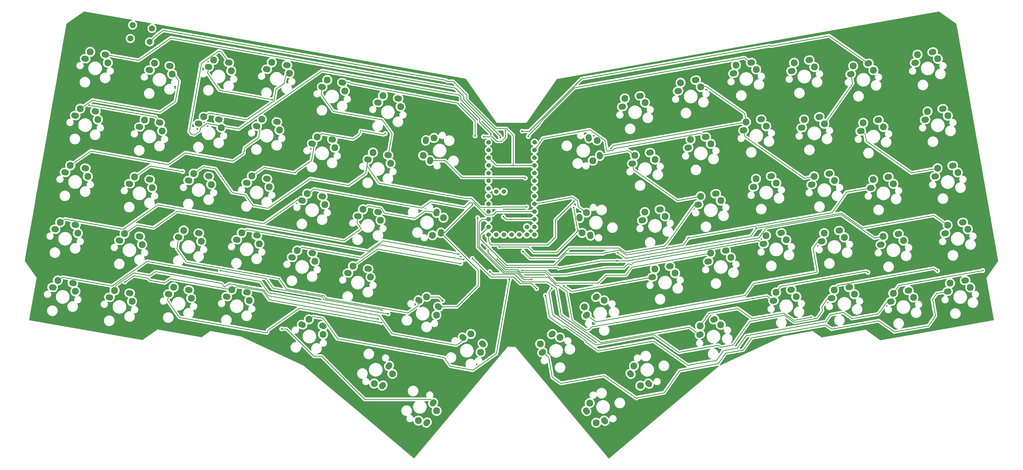
<source format=gtl>
G04 #@! TF.GenerationSoftware,KiCad,Pcbnew,8.0.3*
G04 #@! TF.CreationDate,2024-07-15T09:39:07-04:00*
G04 #@! TF.ProjectId,reJESK,72654a45-534b-42e6-9b69-6361645f7063,1.0*
G04 #@! TF.SameCoordinates,Original*
G04 #@! TF.FileFunction,Copper,L1,Top*
G04 #@! TF.FilePolarity,Positive*
%FSLAX46Y46*%
G04 Gerber Fmt 4.6, Leading zero omitted, Abs format (unit mm)*
G04 Created by KiCad (PCBNEW 8.0.3) date 2024-07-15 09:39:07*
%MOMM*%
%LPD*%
G01*
G04 APERTURE LIST*
G04 Aperture macros list*
%AMHorizOval*
0 Thick line with rounded ends*
0 $1 width*
0 $2 $3 position (X,Y) of the first rounded end (center of the circle)*
0 $4 $5 position (X,Y) of the second rounded end (center of the circle)*
0 Add line between two ends*
20,1,$1,$2,$3,$4,$5,0*
0 Add two circle primitives to create the rounded ends*
1,1,$1,$2,$3*
1,1,$1,$4,$5*%
G04 Aperture macros list end*
G04 #@! TA.AperFunction,ComponentPad*
%ADD10HorizOval,2.000000X0.246202X-0.043412X-0.246202X0.043412X0*%
G04 #@! TD*
G04 #@! TA.AperFunction,ComponentPad*
%ADD11C,2.300000*%
G04 #@! TD*
G04 #@! TA.AperFunction,ComponentPad*
%ADD12HorizOval,2.000000X0.246202X0.043412X-0.246202X-0.043412X0*%
G04 #@! TD*
G04 #@! TA.AperFunction,ComponentPad*
%ADD13HorizOval,2.000000X0.226577X-0.105655X-0.226577X0.105655X0*%
G04 #@! TD*
G04 #@! TA.AperFunction,ComponentPad*
%ADD14HorizOval,2.000000X-0.043412X-0.246202X0.043412X0.246202X0*%
G04 #@! TD*
G04 #@! TA.AperFunction,ComponentPad*
%ADD15HorizOval,2.000000X0.191511X-0.160697X-0.191511X0.160697X0*%
G04 #@! TD*
G04 #@! TA.AperFunction,ComponentPad*
%ADD16HorizOval,2.000000X-0.160697X-0.191511X0.160697X0.191511X0*%
G04 #@! TD*
G04 #@! TA.AperFunction,ComponentPad*
%ADD17HorizOval,2.000000X0.043412X-0.246202X-0.043412X0.246202X0*%
G04 #@! TD*
G04 #@! TA.AperFunction,ComponentPad*
%ADD18HorizOval,2.000000X0.226577X0.105655X-0.226577X-0.105655X0*%
G04 #@! TD*
G04 #@! TA.AperFunction,ComponentPad*
%ADD19HorizOval,2.000000X-0.160697X0.191511X0.160697X-0.191511X0*%
G04 #@! TD*
G04 #@! TA.AperFunction,ComponentPad*
%ADD20HorizOval,2.000000X0.191511X0.160697X-0.191511X-0.160697X0*%
G04 #@! TD*
G04 #@! TA.AperFunction,ComponentPad*
%ADD21HorizOval,2.000000X-0.043412X0.246202X0.043412X-0.246202X0*%
G04 #@! TD*
G04 #@! TA.AperFunction,ComponentPad*
%ADD22C,1.524000*%
G04 #@! TD*
G04 #@! TA.AperFunction,ComponentPad*
%ADD23HorizOval,2.000000X0.043412X0.246202X-0.043412X-0.246202X0*%
G04 #@! TD*
G04 #@! TA.AperFunction,ComponentPad*
%ADD24C,2.000000*%
G04 #@! TD*
G04 #@! TA.AperFunction,ViaPad*
%ADD25C,0.600000*%
G04 #@! TD*
G04 #@! TA.AperFunction,Conductor*
%ADD26C,0.250000*%
G04 #@! TD*
G04 APERTURE END LIST*
D10*
X72587415Y-58124855D03*
D11*
X73397055Y-60846800D03*
D10*
X65892820Y-59523601D03*
D11*
X67584592Y-57242722D03*
D10*
X69279416Y-76885443D03*
D11*
X70089056Y-79607388D03*
D10*
X62584821Y-78284189D03*
D11*
X64276593Y-76003310D03*
D10*
X65971419Y-95646029D03*
D11*
X66781059Y-98367974D03*
D10*
X59276824Y-97044775D03*
D11*
X60968596Y-94763896D03*
D10*
X62663421Y-114406615D03*
D11*
X63473061Y-117128560D03*
D10*
X55968826Y-115805361D03*
D11*
X57660598Y-113524482D03*
D12*
X345981946Y-57274096D03*
D11*
X347673718Y-59554975D03*
D12*
X340169483Y-60878174D03*
D11*
X340979123Y-58156229D03*
D12*
X349289943Y-76034685D03*
D11*
X350981715Y-78315564D03*
D12*
X343477480Y-79638763D03*
D11*
X344287120Y-76916818D03*
D12*
X355905940Y-113555856D03*
D11*
X357597712Y-115836735D03*
D12*
X350093477Y-117159934D03*
D11*
X350903117Y-114437989D03*
D12*
X352597942Y-94795272D03*
D11*
X354289714Y-97076151D03*
D12*
X346785479Y-98399350D03*
D11*
X347595119Y-95677405D03*
D13*
X144438626Y-147723382D03*
D11*
X144516186Y-150562129D03*
D13*
X137610121Y-147341778D03*
D11*
X139834582Y-145576481D03*
D10*
X93849413Y-61873920D03*
D11*
X94659053Y-64595865D03*
D10*
X87154818Y-63272666D03*
D11*
X88846590Y-60991787D03*
D10*
X113381867Y-60804447D03*
D11*
X114191507Y-63526392D03*
D10*
X106687272Y-62203193D03*
D11*
X108379044Y-59922314D03*
D10*
X132583521Y-61611032D03*
D11*
X133393161Y-64332977D03*
D10*
X125888926Y-63009778D03*
D11*
X127580698Y-60728899D03*
D10*
X150903042Y-67420443D03*
D11*
X151712682Y-70142388D03*
D10*
X144208447Y-68819189D03*
D11*
X145900219Y-66538310D03*
D10*
X169332830Y-72604498D03*
D11*
X170142470Y-75326443D03*
D10*
X162638235Y-74003244D03*
D11*
X164330007Y-71722365D03*
D10*
X90541415Y-80634507D03*
D11*
X91351055Y-83356452D03*
D10*
X83846820Y-82033253D03*
D11*
X85538592Y-79752374D03*
D10*
X110073868Y-79565035D03*
D11*
X110883508Y-82286980D03*
D10*
X103379273Y-80963781D03*
D11*
X105071045Y-78682902D03*
D10*
X129275523Y-80371621D03*
D11*
X130085163Y-83093566D03*
D10*
X122580928Y-81770367D03*
D11*
X124272700Y-79489488D03*
D10*
X147595044Y-86181029D03*
D11*
X148404684Y-88902974D03*
D10*
X140900449Y-87579775D03*
D11*
X142592221Y-85298896D03*
D10*
X166024833Y-91365087D03*
D11*
X166834473Y-94087032D03*
D10*
X159330238Y-92763833D03*
D11*
X161022010Y-90482954D03*
D14*
X183427502Y-117001499D03*
D11*
X180705557Y-117811139D03*
D14*
X182028756Y-110306904D03*
D11*
X184309635Y-111998676D03*
D10*
X87233418Y-99395093D03*
D11*
X88043058Y-102117038D03*
D10*
X80538823Y-100793839D03*
D11*
X82230595Y-98512960D03*
D10*
X106765872Y-98325621D03*
D11*
X107575512Y-101047566D03*
D10*
X100071277Y-99724367D03*
D11*
X101763049Y-97443488D03*
D10*
X125967526Y-99132206D03*
D11*
X126777166Y-101854151D03*
D10*
X119272931Y-100530952D03*
D11*
X120964703Y-98250073D03*
D10*
X144287047Y-104941614D03*
D11*
X145096687Y-107663559D03*
D10*
X137592452Y-106340360D03*
D11*
X139284224Y-104059481D03*
D10*
X162716834Y-110125672D03*
D11*
X163526474Y-112847617D03*
D10*
X156022239Y-111524418D03*
D11*
X157714011Y-109243539D03*
D15*
X182646446Y-141412315D03*
D11*
X181986642Y-144174408D03*
D15*
X176149383Y-139276366D03*
D11*
X178754940Y-138146954D03*
D10*
X83925421Y-118155678D03*
D11*
X84735061Y-120877623D03*
D10*
X77230826Y-119554424D03*
D11*
X78922598Y-117273545D03*
D10*
X103457875Y-117086205D03*
D11*
X104267515Y-119808150D03*
D10*
X96763280Y-118484951D03*
D11*
X98455052Y-116204072D03*
D10*
X122659528Y-117892793D03*
D11*
X123469168Y-120614738D03*
D10*
X115964933Y-119291539D03*
D11*
X117656705Y-117010660D03*
D10*
X140979049Y-123702202D03*
D11*
X141788689Y-126424147D03*
D10*
X134284454Y-125100948D03*
D11*
X135976226Y-122820069D03*
D10*
X159408837Y-128886257D03*
D11*
X160218477Y-131608202D03*
D10*
X152714242Y-130285003D03*
D11*
X154406014Y-128004124D03*
D15*
X197251623Y-153659539D03*
D11*
X196591819Y-156421632D03*
D15*
X190754560Y-151523590D03*
D11*
X193360117Y-150394178D03*
D10*
X61856835Y-133608268D03*
D11*
X62666475Y-136330213D03*
D10*
X55162240Y-135007014D03*
D11*
X56854012Y-132726135D03*
D10*
X80617423Y-136916266D03*
D11*
X81427063Y-139638211D03*
D10*
X73922828Y-138315012D03*
D11*
X75614600Y-136034133D03*
D10*
X100149877Y-135846792D03*
D11*
X100959517Y-138568737D03*
D10*
X93455282Y-137245538D03*
D11*
X95147054Y-134964659D03*
D10*
X119351530Y-136653378D03*
D11*
X120161170Y-139375323D03*
D10*
X112656935Y-138052124D03*
D11*
X114348707Y-135771245D03*
D16*
X164173653Y-167423834D03*
D11*
X161411560Y-166764030D03*
D16*
X166309602Y-160926771D03*
D11*
X167439014Y-163532328D03*
D16*
X178778831Y-179671059D03*
D11*
X176016738Y-179011255D03*
D16*
X180914780Y-173173996D03*
D11*
X182044192Y-175779553D03*
D12*
X277590312Y-122851445D03*
D11*
X279282084Y-125132324D03*
D12*
X271777849Y-126455523D03*
D11*
X272587489Y-123733578D03*
D12*
X308495491Y-78714276D03*
D11*
X310187263Y-80995155D03*
D12*
X302683028Y-82318354D03*
D11*
X303492668Y-79596409D03*
D12*
X334643940Y-117304921D03*
D11*
X336335712Y-119585800D03*
D12*
X328831477Y-120908999D03*
D11*
X329641117Y-118187054D03*
D12*
X267666318Y-66569683D03*
D11*
X269358090Y-68850562D03*
D12*
X261853855Y-70173761D03*
D11*
X262663495Y-67451816D03*
D12*
X305187492Y-59953690D03*
D11*
X306879264Y-62234569D03*
D12*
X299375029Y-63557768D03*
D11*
X300184669Y-60835823D03*
D17*
X235954552Y-91505201D03*
D11*
X233673673Y-93196973D03*
D17*
X232350474Y-85692738D03*
D11*
X235072419Y-86502378D03*
D12*
X292601835Y-98281449D03*
D11*
X294293607Y-100562328D03*
D12*
X286789372Y-101885527D03*
D11*
X287599012Y-99163582D03*
D18*
X273731955Y-145607854D03*
D11*
X275956416Y-147373151D03*
D18*
X269050351Y-150593502D03*
D11*
X269127911Y-147754755D03*
D12*
X285985838Y-60760274D03*
D11*
X287677610Y-63041153D03*
D12*
X280173375Y-64364352D03*
D11*
X280983015Y-61642407D03*
D19*
X231522346Y-175810927D03*
D11*
X232651758Y-173205370D03*
D19*
X237549800Y-179042629D03*
D11*
X234787707Y-179702433D03*
D12*
X259160524Y-128035499D03*
D11*
X260852296Y-130316378D03*
D12*
X253348061Y-131639577D03*
D11*
X254157701Y-128917632D03*
D12*
X252544528Y-90514328D03*
D11*
X254236300Y-92795207D03*
D12*
X246732065Y-94118406D03*
D11*
X247541705Y-91396461D03*
D12*
X315111486Y-116235450D03*
D11*
X316803258Y-118516329D03*
D12*
X309299023Y-119839528D03*
D11*
X310108663Y-117117583D03*
D12*
X295909833Y-117042035D03*
D11*
X297601605Y-119322914D03*
D12*
X290097370Y-120646113D03*
D11*
X290907010Y-117924168D03*
D12*
X331335942Y-98544335D03*
D11*
X333027714Y-100825214D03*
D12*
X325523479Y-102148413D03*
D11*
X326333119Y-99426468D03*
D12*
X328027944Y-79783750D03*
D11*
X329719716Y-82064629D03*
D12*
X322215481Y-83387828D03*
D11*
X323025121Y-80665883D03*
D20*
X234811598Y-138178328D03*
D11*
X237417155Y-139307740D03*
D20*
X231579896Y-144205782D03*
D11*
X230920092Y-141443689D03*
D12*
X274282314Y-104090857D03*
D11*
X275974086Y-106371736D03*
D12*
X268469851Y-107694935D03*
D11*
X269279491Y-104972990D03*
D12*
X270974316Y-85330272D03*
D11*
X272666088Y-87611151D03*
D12*
X265161853Y-88934350D03*
D11*
X265971493Y-86212405D03*
D12*
X324719947Y-61023161D03*
D11*
X326411719Y-63304040D03*
D12*
X318907484Y-64627239D03*
D11*
X319717124Y-61905294D03*
D19*
X246127522Y-163563703D03*
D11*
X247256934Y-160958146D03*
D19*
X252154976Y-166795405D03*
D11*
X249392883Y-167455209D03*
D12*
X255852527Y-109274913D03*
D11*
X257544299Y-111555792D03*
D12*
X250040064Y-112878991D03*
D11*
X250849704Y-110157046D03*
D12*
X337951938Y-136065506D03*
D11*
X339643710Y-138346385D03*
D12*
X332139475Y-139669584D03*
D11*
X332949115Y-136947639D03*
D12*
X299217829Y-135802620D03*
D11*
X300909601Y-138083499D03*
D12*
X293405366Y-139406698D03*
D11*
X294215006Y-136684753D03*
D21*
X229256903Y-112030052D03*
D11*
X231537782Y-110338280D03*
D21*
X232860981Y-117842515D03*
D11*
X230139036Y-117032875D03*
D12*
X289293836Y-79520862D03*
D11*
X290985608Y-81801741D03*
D12*
X283481373Y-83124940D03*
D11*
X284291013Y-80402995D03*
D20*
X220206420Y-150425554D03*
D11*
X222811977Y-151554966D03*
D20*
X216974718Y-156453008D03*
D11*
X216314914Y-153690915D03*
D12*
X318419483Y-134996035D03*
D11*
X320111255Y-137276914D03*
D12*
X312607020Y-138600113D03*
D11*
X313416660Y-135878168D03*
D12*
X249236531Y-71753742D03*
D11*
X250928303Y-74034621D03*
D12*
X243424068Y-75357820D03*
D11*
X244233708Y-72635875D03*
D12*
X311803488Y-97474862D03*
D11*
X313495260Y-99755741D03*
D12*
X305991025Y-101078940D03*
D11*
X306800665Y-98356995D03*
D12*
X356712525Y-132757508D03*
D11*
X358404297Y-135038387D03*
D12*
X350900062Y-136361586D03*
D11*
X351709702Y-133639641D03*
D22*
X214406268Y-89689260D03*
X214406268Y-92229260D03*
X214406268Y-94769260D03*
X214406268Y-97309260D03*
X214406268Y-99849260D03*
X214406268Y-102389260D03*
X214406268Y-104929260D03*
X214406268Y-107469260D03*
X214406268Y-110009260D03*
X214406268Y-112549260D03*
X214406268Y-115089260D03*
X214406268Y-117629260D03*
X199186268Y-117629260D03*
X199186268Y-115089260D03*
X199186268Y-112549260D03*
X199186268Y-110009260D03*
X199186268Y-107469260D03*
X199186268Y-104929260D03*
X199186268Y-102389260D03*
X199186268Y-99849260D03*
X199186268Y-97309260D03*
X199186268Y-94769260D03*
X199186268Y-92229260D03*
X199186268Y-89689260D03*
X211874868Y-117629260D03*
X209334868Y-117629260D03*
X206794868Y-117629260D03*
X204254868Y-117629260D03*
X201714868Y-117629260D03*
X211874868Y-115089260D03*
X201714868Y-103405260D03*
X204254868Y-103405260D03*
X214414868Y-87149260D03*
X199174868Y-87149260D03*
D23*
X178494117Y-86471002D03*
D11*
X181216062Y-85661363D03*
D23*
X179892863Y-93165598D03*
D11*
X177611984Y-91473826D03*
D24*
X81596355Y-48409087D03*
X87997605Y-49537800D03*
X80814938Y-52840722D03*
X87216189Y-53969435D03*
D25*
X67237859Y-74805523D03*
X241750000Y-126250000D03*
X163787137Y-146662800D03*
X202091946Y-125685831D03*
X210341944Y-129435830D03*
X206091947Y-132435830D03*
X98145741Y-96756098D03*
X224001098Y-134526677D03*
X130868069Y-148727835D03*
X204091947Y-111685832D03*
X165094792Y-84190784D03*
X195591948Y-111998676D03*
X213466944Y-132435830D03*
X362526213Y-129447479D03*
X218008079Y-137667672D03*
X189299945Y-123998734D03*
X324554033Y-130050438D03*
X203091948Y-85500000D03*
X200000000Y-84625000D03*
X194750000Y-85000000D03*
X193841948Y-107685832D03*
X210341945Y-83435834D03*
X212341944Y-85185833D03*
X197591947Y-85250000D03*
X204841946Y-83185834D03*
X79019954Y-133239198D03*
X162729776Y-145460931D03*
X193875122Y-125469005D03*
X215091945Y-135435831D03*
X127714908Y-73030282D03*
X199020121Y-122864005D03*
X110662836Y-129425997D03*
X163943965Y-142546384D03*
X211841944Y-108435833D03*
X211341945Y-98935834D03*
X347566177Y-129546770D03*
X220122802Y-135263935D03*
X305816984Y-144901796D03*
X199669039Y-129835088D03*
X184091947Y-139435830D03*
X258140197Y-121960170D03*
X265178958Y-118688195D03*
X191009087Y-125823241D03*
X227498195Y-106546940D03*
X190010010Y-127170217D03*
X239665590Y-89170101D03*
X210591944Y-123185831D03*
X287713571Y-115476305D03*
X166015462Y-143755577D03*
X202790122Y-121634005D03*
X241920011Y-123550944D03*
X227353088Y-108603378D03*
D26*
X207341947Y-84801950D02*
X207341945Y-94769260D01*
X205100830Y-82560834D02*
X207341947Y-84801950D01*
X192000000Y-73000000D02*
X201560834Y-82560834D01*
X201560834Y-82560834D02*
X205100830Y-82560834D01*
X185538450Y-67000000D02*
X187500000Y-67000000D01*
X187500000Y-67000000D02*
X192000000Y-71500000D01*
X185165696Y-66627246D02*
X185538450Y-67000000D01*
X91699955Y-50146714D02*
X185165696Y-66627246D01*
X89494943Y-51690680D02*
X91699955Y-50146714D01*
X87216188Y-53969434D02*
X89494943Y-51690680D01*
X192000000Y-71500000D02*
X192000000Y-73000000D01*
X83586333Y-60064262D02*
X72587414Y-58124856D01*
X94216086Y-52621229D02*
X83586333Y-60064262D01*
X188215595Y-69195878D02*
X94216086Y-52621229D01*
X203091948Y-85500000D02*
X203091948Y-85091948D01*
X203091948Y-85091948D02*
X191000000Y-73000000D01*
X191000000Y-73000000D02*
X191000000Y-71980283D01*
X191000000Y-71980283D02*
X188215595Y-69195878D01*
X204841946Y-85408054D02*
X204841946Y-83185834D01*
X203500000Y-86750000D02*
X204841946Y-85408054D01*
X200406114Y-85250000D02*
X201906114Y-86750000D01*
X197591947Y-85250000D02*
X200406114Y-85250000D01*
X201906114Y-86750000D02*
X203500000Y-86750000D01*
X110777620Y-57085196D02*
X113381868Y-60804447D01*
X110044020Y-56955842D02*
X110777620Y-57085196D01*
X100287327Y-83555069D02*
X104263835Y-61003172D01*
X100916922Y-84454225D02*
X100287327Y-83555069D01*
X101997912Y-84644832D02*
X100916922Y-84454225D01*
X103758765Y-83411870D02*
X101997912Y-84644832D01*
X104263835Y-61003172D02*
X110044020Y-56955842D01*
X103935886Y-82407367D02*
X103758765Y-83411870D01*
X106106639Y-80887389D02*
X103935886Y-82407367D01*
X144172986Y-63460831D02*
X116634216Y-82743685D01*
X116634216Y-82743685D02*
X106106639Y-80887389D01*
X189467129Y-71447411D02*
X144172986Y-63460831D01*
X190000000Y-71980282D02*
X189467129Y-71447411D01*
X190000000Y-73000000D02*
X190000000Y-71980282D01*
X196250000Y-80500000D02*
X196250000Y-79250000D01*
X196250000Y-79250000D02*
X190000000Y-73000000D01*
X200000000Y-84250000D02*
X196250000Y-80500000D01*
X200000000Y-84625000D02*
X200000000Y-84250000D01*
X151478679Y-67017378D02*
X150903042Y-67420444D01*
X189250000Y-74500000D02*
X189250000Y-74168101D01*
X194750000Y-80000000D02*
X189250000Y-74500000D01*
X194750000Y-85000000D02*
X194750000Y-80000000D01*
X189250000Y-74168101D02*
X153507942Y-67645403D01*
X153507942Y-67645403D02*
X153292089Y-67337132D01*
X153292089Y-67337132D02*
X151478679Y-67017378D01*
X90541416Y-80634508D02*
X89167467Y-78672304D01*
X89167467Y-78672304D02*
X67237859Y-74805523D01*
X66280783Y-60077673D02*
X65892819Y-59523601D01*
X125916656Y-150036807D02*
X126089138Y-149916033D01*
X126089138Y-149916033D02*
X126219374Y-149177428D01*
X136645477Y-141876993D02*
X163787137Y-146662800D01*
X288621723Y-118616309D02*
X290892970Y-115372632D01*
X326680744Y-118709049D02*
X329641115Y-118187055D01*
X95697035Y-73653185D02*
X96885930Y-66910630D01*
X90684726Y-77162842D02*
X95697035Y-73653185D01*
X290892970Y-115372632D02*
X315675169Y-111002862D01*
X93092572Y-139302562D02*
X97043996Y-144945779D01*
X93455281Y-137245540D02*
X93092572Y-139302562D01*
X245684992Y-126187212D02*
X288621723Y-118616309D01*
X68266094Y-73209832D02*
X90684726Y-77162842D01*
X236584085Y-126250000D02*
X236561250Y-126272835D01*
X222341945Y-128780083D02*
X221997693Y-128435830D01*
X95350480Y-64717781D02*
X94659053Y-64595864D01*
X241750000Y-126250000D02*
X245622204Y-126250000D01*
X97043996Y-144945779D02*
X125916656Y-150036807D01*
X236561250Y-126272835D02*
X222341945Y-128780083D01*
X315675169Y-111002862D02*
X326680744Y-118709049D01*
X221997693Y-128435830D02*
X204841946Y-128435831D01*
X126219374Y-149177428D02*
X136645477Y-141876993D01*
X241750000Y-126250000D02*
X236584085Y-126250000D01*
X96885930Y-66910630D02*
X95350480Y-64717781D01*
X64276593Y-76003311D02*
X68266094Y-73209832D01*
X245622204Y-126250000D02*
X245684992Y-126187212D01*
X204841946Y-128435831D02*
X202091946Y-125685831D01*
X133393161Y-64332978D02*
X132060937Y-65265811D01*
X237980178Y-128561205D02*
X243938795Y-128561205D01*
X245750000Y-127250000D02*
X245995415Y-127495415D01*
X224591944Y-130921913D02*
X219578026Y-130921913D01*
X218091945Y-129435831D02*
X210341944Y-129435830D01*
X206158243Y-132048440D02*
X206158242Y-132369534D01*
X245250000Y-127250000D02*
X245750000Y-127250000D01*
X131638883Y-67659401D02*
X128966653Y-69530516D01*
X139834581Y-145576482D02*
X141166807Y-144643647D01*
X149236675Y-151966715D02*
X184544162Y-158192377D01*
X141166807Y-144643647D02*
X144523434Y-145235511D01*
X106807351Y-77467129D02*
X105071047Y-78682902D01*
X128285459Y-73393763D02*
X119317717Y-79673043D01*
X119317717Y-79673043D02*
X106807351Y-77467129D01*
X132060937Y-65265811D02*
X131638883Y-67659401D01*
X184544162Y-158192377D02*
X186524571Y-161020694D01*
X186524571Y-161020694D02*
X194021872Y-162342670D01*
X237980178Y-128561205D02*
X224591944Y-130921913D01*
X245995415Y-127495415D02*
X246495415Y-127495415D01*
X201773626Y-156914833D02*
X206158243Y-132048440D01*
X194021872Y-162342670D02*
X201773626Y-156914833D01*
X144523434Y-145235511D02*
X149236675Y-151966715D01*
X288388649Y-119449654D02*
X247021733Y-126743756D01*
X128966653Y-69530516D02*
X128285459Y-73393763D01*
X247021733Y-126743756D02*
X246495415Y-127495415D01*
X243938795Y-128561205D02*
X245250000Y-127250000D01*
X206158242Y-132369534D02*
X206091947Y-132435830D01*
X82230596Y-98512959D02*
X87436475Y-94867764D01*
X219578026Y-130921913D02*
X218091945Y-129435831D01*
X290097370Y-120646113D02*
X288388649Y-119449654D01*
X87436475Y-94867764D02*
X98145741Y-96756098D01*
X144030163Y-157750000D02*
X158243744Y-171963581D01*
X156666244Y-84481601D02*
X154437596Y-86042116D01*
X135379316Y-97228821D02*
X135459014Y-96776835D01*
X141500000Y-157750000D02*
X144030163Y-157750000D01*
X156883304Y-83250590D02*
X164515565Y-84596363D01*
X226610877Y-136354063D02*
X224001098Y-134526677D01*
X141499316Y-88435047D02*
X140900448Y-87579775D01*
X135459014Y-96776835D02*
X140672065Y-93126618D01*
X144127175Y-84224111D02*
X142592221Y-85298898D01*
X164515565Y-84596363D02*
X165094792Y-84190784D01*
X158243744Y-171963581D02*
X180067238Y-171963581D01*
X120964703Y-98250074D02*
X125029503Y-95403871D01*
X156883304Y-83250590D02*
X156666244Y-84481601D01*
X253348061Y-131639578D02*
X226610877Y-136354063D01*
X130868069Y-148727835D02*
X132477835Y-148727835D01*
X154437596Y-86042116D02*
X144127175Y-84224111D01*
X125029503Y-95403871D02*
X135379316Y-97228821D01*
X140672065Y-93126618D02*
X141499316Y-88435047D01*
X132477835Y-148727835D02*
X141500000Y-157750000D01*
X180067238Y-171963581D02*
X180914780Y-173173996D01*
X204955374Y-112549260D02*
X214406268Y-112549259D01*
X204091947Y-111685832D02*
X204955374Y-112549260D01*
X319343219Y-145309180D02*
X316447080Y-143281280D01*
X156022239Y-111524416D02*
X155659530Y-113581443D01*
X274548136Y-159046464D02*
X265097311Y-160712899D01*
X178314998Y-109707917D02*
X174738749Y-112212035D01*
X208591947Y-130185830D02*
X204091947Y-130185830D01*
X312261646Y-144019285D02*
X310639327Y-146336197D01*
X174738749Y-112212035D02*
X164781700Y-110456338D01*
X334774390Y-134340873D02*
X332949113Y-136947638D01*
X182028756Y-110306905D02*
X181965041Y-110351519D01*
X316447080Y-143281280D02*
X312261646Y-144019285D01*
X96337309Y-109891623D02*
X88517730Y-115366950D01*
X284295720Y-150981285D02*
X281456661Y-155035881D01*
X219267027Y-144807528D02*
X218008079Y-137667672D01*
X157028999Y-115537246D02*
X156989207Y-115762914D01*
X231387403Y-153078501D02*
X231300579Y-152586097D01*
X330662262Y-139930055D02*
X327959583Y-143789882D01*
X253660943Y-152705067D02*
X235441998Y-155917560D01*
X362526213Y-129447479D02*
X334774390Y-134340873D01*
X83027942Y-114398953D02*
X78922598Y-117273546D01*
X332139475Y-139669584D02*
X330662262Y-139930055D01*
X159398185Y-108064270D02*
X157714011Y-109243539D01*
X327959583Y-143789882D02*
X319343219Y-145309180D01*
X156989207Y-115762914D02*
X151486542Y-119615922D01*
X310639327Y-146336197D02*
X284295720Y-150981285D01*
X265097311Y-160712899D02*
X253660943Y-152705067D01*
X276778825Y-155860711D02*
X274548136Y-159046464D01*
X235441998Y-155917560D02*
X231387403Y-153078501D01*
X164781700Y-110456338D02*
X163629131Y-108810299D01*
X204091947Y-130185830D02*
X195591948Y-121685831D01*
X151486542Y-119615922D02*
X96337309Y-109891623D01*
X155659530Y-113581443D02*
X157028999Y-115537246D01*
X223900852Y-148052166D02*
X219267027Y-144807528D01*
X210841945Y-132435831D02*
X208591947Y-130185830D01*
X195591948Y-121685831D02*
X195591948Y-111998676D01*
X231300579Y-152586097D02*
X224639457Y-147921929D01*
X163629131Y-108810299D02*
X159398185Y-108064270D01*
X213466944Y-132435830D02*
X210841945Y-132435831D01*
X281456661Y-155035881D02*
X276778825Y-155860711D01*
X181965041Y-110351519D02*
X178314998Y-109707917D01*
X88517730Y-115366950D02*
X83027942Y-114398953D01*
X224639457Y-147921929D02*
X223900852Y-148052166D01*
X233062786Y-148102455D02*
X232568367Y-148808558D01*
X186345521Y-123477789D02*
X189299945Y-123998734D01*
X322215482Y-83387827D02*
X323605797Y-84361337D01*
X291187237Y-137853547D02*
X233062786Y-148102455D01*
X208778342Y-129735831D02*
X210728340Y-131685831D01*
X117732625Y-117024046D02*
X119267580Y-115949260D01*
X226783082Y-145970040D02*
X225090012Y-136368165D01*
X323974804Y-129644859D02*
X295646870Y-134639838D01*
X225090012Y-136368165D02*
X222251796Y-134380824D01*
X231185214Y-149052445D02*
X226783082Y-145970040D01*
X204278342Y-129735830D02*
X208778342Y-129735831D01*
X199186270Y-112549258D02*
X196978521Y-112549259D01*
X221600445Y-134380824D02*
X222251796Y-134380824D01*
X164299225Y-119590433D02*
X186345521Y-123477789D01*
X117656706Y-117010659D02*
X117732625Y-117024046D01*
X196091947Y-113435832D02*
X196091948Y-121549435D01*
X323605797Y-84361337D02*
X324024227Y-86734372D01*
X293405367Y-139406697D02*
X291187237Y-137853547D01*
X218905451Y-131685830D02*
X221600445Y-134380824D01*
X159394546Y-123024726D02*
X164299225Y-119590433D01*
X295646870Y-134639838D02*
X294215005Y-136684754D01*
X324024227Y-86734372D02*
X338968553Y-97198502D01*
X338968553Y-97198502D02*
X347595118Y-95677405D01*
X119267580Y-115949260D02*
X159394546Y-123024726D01*
X324554033Y-130050438D02*
X323974804Y-129644859D01*
X232568367Y-148808558D02*
X231185214Y-149052445D01*
X210728340Y-131685831D02*
X218905451Y-131685830D01*
X196978521Y-112549259D02*
X196091947Y-113435832D01*
X196091948Y-121549435D02*
X204278342Y-129735830D01*
X182646447Y-141412315D02*
X188759104Y-141412316D01*
X195748170Y-134423250D02*
X195748170Y-129322166D01*
X195748170Y-129322166D02*
X183427503Y-117001500D01*
X184526279Y-117001500D02*
X193841948Y-107685832D01*
X183427503Y-117001500D02*
X184526279Y-117001500D01*
X188759104Y-141412316D02*
X195748170Y-134423250D01*
X229985139Y-66123033D02*
X229937853Y-66089923D01*
X311770571Y-51955912D02*
X292474447Y-55358339D01*
X292474447Y-55358339D02*
X292184833Y-55155549D01*
X324719946Y-61023163D02*
X311770571Y-51955912D01*
X229937853Y-66089923D02*
X212591944Y-83435833D01*
X292184833Y-55155549D02*
X229985139Y-66123033D01*
X212591944Y-83435833D02*
X210341945Y-83435834D01*
X283734804Y-59184083D02*
X285985838Y-60760274D01*
X212341944Y-84833587D02*
X215713250Y-81462281D01*
X215713250Y-81462281D02*
X215777144Y-81371032D01*
X227578157Y-69086016D02*
X283734804Y-59184083D01*
X216912736Y-79751436D02*
X227578157Y-69086016D01*
X215778682Y-81371032D02*
X216912736Y-79751436D01*
X212341944Y-85185833D02*
X212341944Y-84833587D01*
X215777144Y-81371032D02*
X215778682Y-81371032D01*
X214406267Y-94769260D02*
X207341945Y-94769260D01*
X201726270Y-94769261D02*
X199186271Y-92229261D01*
X207341945Y-94769260D02*
X201726270Y-94769261D01*
X207479026Y-131572909D02*
X199979026Y-131572910D01*
X234672631Y-146371339D02*
X283938642Y-137684412D01*
X126724847Y-139112290D02*
X162729776Y-145460931D01*
X114505761Y-135798939D02*
X116040715Y-134724153D01*
X283938642Y-137684412D02*
X286749479Y-133670122D01*
X307537558Y-130004623D02*
X307740347Y-129715009D01*
X307821812Y-120099999D02*
X309299023Y-119839527D01*
X307740347Y-129715009D02*
X306402399Y-122127129D01*
X114348707Y-135771245D02*
X114505761Y-135798939D01*
X92137856Y-133521386D02*
X94039107Y-132190116D01*
X82004360Y-131149495D02*
X86682197Y-131974324D01*
X86682197Y-131974324D02*
X87149582Y-132641818D01*
X116040715Y-134724153D02*
X124724370Y-136255314D01*
X94039107Y-132190116D02*
X114348707Y-135771245D01*
X87149582Y-132641818D02*
X92137856Y-133521386D01*
X79019954Y-133239198D02*
X82004360Y-131149495D01*
X306402399Y-122127129D02*
X307821812Y-120099999D01*
X286749479Y-133670122D02*
X307537558Y-130004623D01*
X124724370Y-136255314D02*
X126724847Y-139112290D01*
X231579896Y-144205783D02*
X234672631Y-146371339D01*
X213341944Y-133685831D02*
X209591945Y-133685830D01*
X199979026Y-131572910D02*
X193875122Y-125469005D01*
X215091945Y-135435831D02*
X213341944Y-133685831D01*
X209591945Y-133685830D02*
X207479026Y-131572909D01*
X123589362Y-72250939D02*
X123630820Y-72310147D01*
X110275985Y-69903432D02*
X106324562Y-64260216D01*
X106324562Y-64260216D02*
X106687272Y-62203193D01*
X123589362Y-72250939D02*
X110275985Y-69903432D01*
X123630820Y-72310147D02*
X127714908Y-73030282D01*
X246452000Y-128341969D02*
X272587488Y-123733577D01*
X118578446Y-88853423D02*
X123212270Y-85608784D01*
X244518678Y-131000000D02*
X244759339Y-130759339D01*
X238000000Y-131000000D02*
X244518678Y-131000000D01*
X98984841Y-90557638D02*
X114741765Y-93336008D01*
X144769540Y-138993921D02*
X144161172Y-138125078D01*
X244759339Y-130759339D02*
X246452000Y-128341969D01*
X208814737Y-129135830D02*
X209739737Y-130060830D01*
X93396672Y-94470515D02*
X98984841Y-90557638D01*
X217916848Y-130060830D02*
X221439174Y-133583158D01*
X67826655Y-89961831D02*
X93396672Y-94470515D01*
X199020122Y-123497888D02*
X204658063Y-129135831D01*
X163806968Y-142350732D02*
X144769540Y-138993921D01*
X60968596Y-94763896D02*
X67826655Y-89961831D01*
X204658063Y-129135831D02*
X208814737Y-129135830D01*
X123625932Y-83262787D02*
X122580928Y-81770367D01*
X127911844Y-135259884D02*
X125681153Y-132074130D01*
X125681153Y-132074130D02*
X110662836Y-129425997D01*
X144161172Y-138125078D02*
X127911844Y-135259884D01*
X163943965Y-142546384D02*
X163806968Y-142350732D01*
X123212270Y-85608784D02*
X123625932Y-83262787D01*
X209739737Y-130060830D02*
X217916848Y-130060830D01*
X235416842Y-133583158D02*
X238000000Y-131000000D01*
X199020121Y-122864005D02*
X199020122Y-123497888D01*
X114741765Y-93336008D02*
X118217133Y-90902530D01*
X221439174Y-133583158D02*
X235416842Y-133583158D01*
X118217133Y-90902530D02*
X118578446Y-88853423D01*
X147860056Y-76836272D02*
X143858374Y-71121278D01*
X166024833Y-91365087D02*
X167282410Y-84233017D01*
X143858374Y-71121278D02*
X144253060Y-68882904D01*
X164109383Y-79701467D02*
X147860056Y-76836272D01*
X144253060Y-68882904D02*
X144208446Y-68819188D01*
X167282410Y-84233017D02*
X164109383Y-79701467D01*
X108963756Y-95871181D02*
X105005345Y-95173208D01*
X203721521Y-108556260D02*
X203841947Y-108435832D01*
X126330539Y-108842851D02*
X121268626Y-107950299D01*
X277489801Y-156750772D02*
X275056323Y-160226140D01*
X350900063Y-136361588D02*
X347260029Y-137003423D01*
X248126130Y-171704827D02*
X237410412Y-164201601D01*
X223130700Y-166719500D02*
X220234560Y-164691601D01*
X159330237Y-92763833D02*
X158962467Y-94849563D01*
X333317845Y-149699205D02*
X328104793Y-146048987D01*
X159330237Y-92763833D02*
X159374852Y-92827547D01*
X344553737Y-147718014D02*
X333317845Y-149699205D01*
X152932208Y-101339296D02*
X140242308Y-99101726D01*
X248328919Y-171415213D02*
X248126130Y-171704827D01*
X275056323Y-160226140D02*
X262365702Y-162463839D01*
X312594071Y-148783946D02*
X310566773Y-147364416D01*
X283353723Y-155716804D02*
X277489801Y-156750772D01*
X159374852Y-92827547D02*
X158570083Y-97391614D01*
X121268626Y-107950299D02*
X118827936Y-104464632D01*
X196341947Y-108435833D02*
X196462374Y-108556259D01*
X220234560Y-164691601D02*
X219036423Y-157896629D01*
X158962467Y-94849563D02*
X162968203Y-100570348D01*
X140242308Y-99101726D02*
X126330539Y-108842851D01*
X257192190Y-169852380D02*
X248328919Y-171415213D01*
X162968203Y-100570348D02*
X191773829Y-105649556D01*
X262365702Y-162463839D02*
X257192190Y-169852380D01*
X105005345Y-95173208D02*
X101763049Y-97443487D01*
X345918640Y-138919126D02*
X346883451Y-144390838D01*
X346883451Y-144390838D02*
X344553737Y-147718014D01*
X193555670Y-105649556D02*
X196341947Y-108435833D01*
X114439083Y-103690760D02*
X108963756Y-95871181D01*
X118827936Y-104464632D02*
X114439083Y-103690760D01*
X158570083Y-97391614D02*
X152932208Y-101339296D01*
X286192782Y-151662209D02*
X283353723Y-155716804D01*
X203841947Y-108435832D02*
X211841944Y-108435833D01*
X310566773Y-147364416D02*
X286192782Y-151662209D01*
X196462374Y-108556259D02*
X203721521Y-108556260D01*
X237410412Y-164201601D02*
X223130700Y-166719500D01*
X347260029Y-137003423D02*
X345918640Y-138919126D01*
X191773829Y-105649556D02*
X193555670Y-105649556D01*
X219036423Y-157896629D02*
X216974718Y-156453008D01*
X328104793Y-146048987D02*
X312594071Y-148783946D01*
X179892863Y-93165598D02*
X184894231Y-93165599D01*
X203091948Y-98685834D02*
X211091945Y-98685834D01*
X211091945Y-98685834D02*
X211341945Y-98935834D01*
X190414466Y-98685833D02*
X203091948Y-98685834D01*
X184894231Y-93165599D02*
X190414466Y-98685833D01*
X177079688Y-108816956D02*
X180173798Y-106650438D01*
X136115240Y-106079890D02*
X137592451Y-106340362D01*
X285483918Y-146202354D02*
X280008592Y-154021932D01*
X180173798Y-106650438D02*
X187806058Y-107996211D01*
X312607020Y-138600112D02*
X311129808Y-138860584D01*
X300211536Y-146524830D02*
X296880974Y-144192746D01*
X234602298Y-154034766D02*
X220411214Y-144098064D01*
X191542500Y-108401189D02*
X192882857Y-107060833D01*
X347566177Y-129546770D02*
X346384794Y-128719556D01*
X275105368Y-154124932D02*
X262056664Y-156425771D01*
X192882857Y-107060833D02*
X194330552Y-107060832D01*
X200681521Y-111096259D02*
X201768522Y-110009257D01*
X57660598Y-113524483D02*
X59195552Y-112449697D01*
X219108852Y-136712005D02*
X220122802Y-135263935D01*
X309495742Y-142729992D02*
X307772028Y-145191711D01*
X191252886Y-108603978D02*
X191542500Y-108401189D01*
X309279427Y-141503203D02*
X309495742Y-142729992D01*
X139284224Y-104059482D02*
X141459708Y-102536193D01*
X253806050Y-150648629D02*
X234602298Y-154034766D01*
X262056664Y-156425771D02*
X253806050Y-150648629D01*
X141459708Y-102536193D02*
X177079688Y-108816956D01*
X187806058Y-107996211D02*
X191252886Y-108603978D01*
X280008592Y-154021932D02*
X275974209Y-154733303D01*
X307772028Y-145191711D02*
X300211536Y-146524830D01*
X201768522Y-110009257D02*
X214406267Y-110009258D01*
X59195552Y-112449697D02*
X78403274Y-115836536D01*
X346384794Y-128719556D02*
X314491445Y-134343213D01*
X194330552Y-107060832D02*
X198365979Y-111096258D01*
X275974209Y-154733303D02*
X275105368Y-154124932D01*
X311129808Y-138860584D02*
X309279427Y-141503203D01*
X296880974Y-144192746D02*
X285483918Y-146202354D01*
X314491445Y-134343213D02*
X313416659Y-135878168D01*
X78403274Y-115836536D02*
X89951701Y-107750244D01*
X89951701Y-107750244D02*
X124923175Y-113916656D01*
X124923175Y-113916656D02*
X136115240Y-106079890D01*
X220411214Y-144098064D02*
X219108852Y-136712005D01*
X198365979Y-111096258D02*
X200681521Y-111096259D01*
X96807893Y-118548666D02*
X96763279Y-118484951D01*
X96164292Y-122198709D02*
X96807893Y-118548666D01*
X172529290Y-143425567D02*
X145384370Y-138639186D01*
X221643425Y-135249666D02*
X218634783Y-133142992D01*
X223206260Y-144112935D02*
X223032611Y-143128128D01*
X269050352Y-150593503D02*
X265525336Y-148125260D01*
X265525336Y-148125260D02*
X236296812Y-153279037D01*
X218634783Y-133142992D02*
X210299106Y-133142991D01*
X184091947Y-139435830D02*
X182803071Y-138146954D01*
X223032611Y-143128128D02*
X221643425Y-135249666D01*
X305816984Y-144901796D02*
X300114228Y-145907346D01*
X144780957Y-137777422D02*
X132421620Y-135598137D01*
X210299106Y-133142991D02*
X207791946Y-130635830D01*
X145384370Y-138639186D02*
X144780957Y-137777422D01*
X200469779Y-130635830D02*
X199669039Y-129835088D01*
X175824627Y-141118146D02*
X172529290Y-143425567D01*
X207791946Y-130635830D02*
X200469779Y-130635830D01*
X272016211Y-143629836D02*
X269127910Y-147754756D01*
X300114228Y-145907346D02*
X296638860Y-143473867D01*
X132421620Y-135598137D02*
X129947583Y-132064846D01*
X99287129Y-126658582D02*
X96164292Y-122198709D01*
X236296812Y-153279037D02*
X223206260Y-144112935D01*
X182803071Y-138146954D02*
X178754940Y-138146954D01*
X296638860Y-143473867D02*
X286290914Y-145298490D01*
X176149383Y-139276367D02*
X175824627Y-141118146D01*
X129947583Y-132064846D02*
X99287129Y-126658582D01*
X281515667Y-141954826D02*
X272016211Y-143629836D01*
X286290914Y-145298490D02*
X281515667Y-141954826D01*
X263556639Y-121005105D02*
X265178958Y-118688195D01*
X237155350Y-123883369D02*
X237358140Y-123593755D01*
X218341945Y-127631675D02*
X205037792Y-127631675D01*
X135976226Y-122820070D02*
X137511179Y-121745283D01*
X196541948Y-117733581D02*
X199186271Y-115089259D01*
X196541947Y-119135831D02*
X196541948Y-117733581D01*
X224646596Y-123883368D02*
X237155350Y-123883369D01*
X163188269Y-120917681D02*
X191009087Y-125823241D01*
X218341945Y-127631675D02*
X220898288Y-127631675D01*
X317505977Y-103562115D02*
X312793310Y-110292500D01*
X237358140Y-123593755D02*
X242394057Y-122705786D01*
X312793310Y-110292500D02*
X265178958Y-118688195D01*
X242394057Y-122705786D02*
X244710968Y-124328106D01*
X325523479Y-102148413D02*
X317505977Y-103562115D01*
X220898288Y-127631675D02*
X224646596Y-123883368D01*
X244710968Y-124328106D02*
X258140197Y-121960170D01*
X258140197Y-121960170D02*
X263556639Y-121005105D01*
X157078794Y-125195582D02*
X163188269Y-120917681D01*
X205037792Y-127631675D02*
X196541947Y-119135831D01*
X137511179Y-121745283D02*
X157078794Y-125195582D01*
X218767858Y-120982142D02*
X200138258Y-120982142D01*
X270959727Y-68568151D02*
X283788067Y-77550650D01*
X283788067Y-77550650D02*
X284291012Y-80402996D01*
X284291012Y-80402996D02*
X240383295Y-88145111D01*
X221125499Y-118624501D02*
X218767858Y-120982142D01*
X227498195Y-106546940D02*
X221250000Y-112795135D01*
X306800663Y-98356996D02*
X303492934Y-98940239D01*
X303492934Y-98940239D02*
X283844082Y-85181964D01*
X199341947Y-119685831D02*
X199186270Y-119530154D01*
X221250000Y-118537677D02*
X221125499Y-118624501D01*
X162519616Y-122322920D02*
X190010010Y-127170217D01*
X200138258Y-120982142D02*
X199341947Y-120185831D01*
X199186270Y-119530154D02*
X199186270Y-117629259D01*
X199341947Y-120185831D02*
X199341947Y-119685831D01*
X154406013Y-128004124D02*
X162519616Y-122322920D01*
X269358091Y-68850562D02*
X270959727Y-68568151D01*
X221250000Y-112795135D02*
X221250000Y-118537677D01*
X240383295Y-88145111D02*
X239665590Y-89170101D01*
X283844082Y-85181964D02*
X283481373Y-83124940D01*
X75897012Y-134432497D02*
X81941210Y-130200302D01*
X126337624Y-137774730D02*
X163001742Y-144239604D01*
X261594291Y-106328101D02*
X247094774Y-96175431D01*
X210591944Y-123185831D02*
X212910556Y-125504442D01*
X163001742Y-144239604D02*
X167255306Y-150314321D01*
X81941210Y-130200302D02*
X87259983Y-131138145D01*
X124986077Y-135844519D02*
X126337624Y-137774730D01*
X222389127Y-125504441D02*
X225906661Y-121986908D01*
X188572720Y-154073156D02*
X190549006Y-152689345D01*
X245334846Y-89851203D02*
X247541704Y-91396461D01*
X190549006Y-152689345D02*
X190754560Y-151523590D01*
X266992640Y-107955409D02*
X268469851Y-107694937D01*
X212910556Y-125504442D02*
X222389127Y-125504441D01*
X87259983Y-131138145D02*
X89132271Y-129827154D01*
X225906661Y-121986908D02*
X242151943Y-121986907D01*
X258471579Y-120124742D02*
X266992640Y-107955409D01*
X75614600Y-136034133D02*
X75897012Y-134432497D01*
X89132271Y-129827154D02*
X111044244Y-133690826D01*
X244468854Y-123609227D02*
X256778951Y-121438624D01*
X269279490Y-104972993D02*
X261594291Y-106328101D01*
X256778951Y-121438624D02*
X257157698Y-121438624D01*
X235954551Y-91505201D02*
X245334846Y-89851203D01*
X113410636Y-133803458D02*
X124986077Y-135844519D01*
X247094774Y-96175431D02*
X246732066Y-94118406D01*
X111044244Y-133690826D02*
X111875681Y-134878243D01*
X167255306Y-150314321D02*
X188572720Y-154073156D01*
X242151943Y-121986907D02*
X244468854Y-123609227D01*
X257157698Y-121438624D02*
X258471579Y-120124742D01*
X111875681Y-134878243D02*
X113410636Y-133803458D01*
X287713571Y-115476305D02*
X285888462Y-118082831D01*
X350903115Y-114437989D02*
X346326972Y-111233739D01*
X228942892Y-116195327D02*
X221638219Y-123500000D01*
X126376950Y-136766237D02*
X145826903Y-140195789D01*
X227316470Y-108655675D02*
X227353088Y-108603378D01*
X285888462Y-118082831D02*
X244526536Y-125376053D01*
X322731328Y-115394288D02*
X315780592Y-110527331D01*
X346326972Y-111233739D02*
X322731328Y-115394288D01*
X214158564Y-123500000D02*
X212292569Y-121634005D01*
X123740680Y-133001255D02*
X126376950Y-136766237D01*
X74760228Y-134538045D02*
X86366574Y-126411194D01*
X56854012Y-132726135D02*
X58388966Y-131651349D01*
X212292569Y-121634005D02*
X202790122Y-121634005D01*
X230139037Y-117032876D02*
X228942892Y-116195327D01*
X58388966Y-131651349D02*
X74760228Y-134538045D01*
X221638219Y-123500000D02*
X214158564Y-123500000D01*
X86366574Y-126411194D02*
X123740680Y-133001255D01*
X244526536Y-125376053D02*
X241920011Y-123550944D01*
X228604082Y-115958089D02*
X227316470Y-108655675D01*
X228942892Y-116195327D02*
X228604082Y-115958089D01*
X315780592Y-110527331D02*
X287713571Y-115476305D01*
X145826903Y-140195789D02*
X166015462Y-143755577D01*
X310187262Y-80995156D02*
X319503432Y-67690288D01*
X318971200Y-64671854D02*
X318907484Y-64627239D01*
X319503432Y-67690288D02*
X318971200Y-64671854D01*
X238420008Y-90024372D02*
X238275203Y-89922976D01*
X217176235Y-85733335D02*
X214406267Y-89689261D01*
X240706311Y-89169584D02*
X240345516Y-89684852D01*
X240345516Y-89684852D02*
X238420008Y-90024372D01*
X237676010Y-86524791D02*
X232649261Y-83005023D01*
X269265594Y-84133812D02*
X240706311Y-89169584D01*
X232649261Y-83005023D02*
X217176235Y-85733335D01*
X270974316Y-85330272D02*
X269265594Y-84133812D01*
X238275203Y-89922976D02*
X237676010Y-86524791D01*
X228483004Y-106373291D02*
X226901617Y-105265993D01*
X226901617Y-105265993D02*
X214406268Y-107469260D01*
X231537782Y-110338282D02*
X228850331Y-108456510D01*
X228850331Y-108456510D02*
X228483004Y-106373291D01*
G04 #@! TA.AperFunction,NonConductor*
G36*
X106692534Y-60164430D02*
G01*
X106740347Y-60215378D01*
X106750256Y-60242369D01*
X106783822Y-60382178D01*
X106796841Y-60436407D01*
X106823996Y-60501965D01*
X106831465Y-60571435D01*
X106800189Y-60633914D01*
X106740100Y-60669565D01*
X106687903Y-60671533D01*
X106586101Y-60653583D01*
X106586097Y-60653582D01*
X106348700Y-60649439D01*
X106348698Y-60649439D01*
X106348693Y-60649439D01*
X106348688Y-60649439D01*
X106348682Y-60649440D01*
X106265628Y-60661112D01*
X106196502Y-60650949D01*
X106143844Y-60605026D01*
X106124373Y-60537924D01*
X106144270Y-60470948D01*
X106177246Y-60436747D01*
X106558561Y-60169746D01*
X106624767Y-60147420D01*
X106692534Y-60164430D01*
G37*
G04 #@! TD.AperFunction*
G04 #@! TA.AperFunction,NonConductor*
G36*
X104847430Y-62157323D02*
G01*
X104904980Y-62196943D01*
X104931531Y-62257875D01*
X104963771Y-62487281D01*
X104963772Y-62487286D01*
X104963773Y-62487290D01*
X105033195Y-62714359D01*
X105033197Y-62714364D01*
X105033199Y-62714368D01*
X105137279Y-62927764D01*
X105137282Y-62927769D01*
X105201934Y-63020101D01*
X105246831Y-63084222D01*
X105255837Y-63097083D01*
X105278164Y-63163289D01*
X105261154Y-63231056D01*
X105210206Y-63278869D01*
X105141496Y-63291547D01*
X105134864Y-63290679D01*
X105089986Y-63283571D01*
X105089981Y-63283571D01*
X104901019Y-63283571D01*
X104901014Y-63283571D01*
X104714380Y-63313131D01*
X104714373Y-63313132D01*
X104683026Y-63323318D01*
X104613185Y-63325313D01*
X104553353Y-63289232D01*
X104522525Y-63226531D01*
X104522593Y-63183855D01*
X104686623Y-62253597D01*
X104717649Y-62190997D01*
X104777596Y-62155106D01*
X104847430Y-62157323D01*
G37*
G04 #@! TD.AperFunction*
G04 #@! TA.AperFunction,NonConductor*
G36*
X132743382Y-65859357D02*
G01*
X132752138Y-65862603D01*
X132879072Y-65915181D01*
X133132912Y-65976123D01*
X133282790Y-65987918D01*
X133348077Y-66012802D01*
X133389548Y-66069033D01*
X133394035Y-66138759D01*
X133360742Y-66199217D01*
X133287109Y-66272850D01*
X133176040Y-66425722D01*
X133090254Y-66594085D01*
X133031859Y-66773803D01*
X133002300Y-66960435D01*
X133002300Y-67149408D01*
X133031859Y-67336040D01*
X133079651Y-67483124D01*
X133081646Y-67552965D01*
X133045566Y-67612798D01*
X132982865Y-67643627D01*
X132929628Y-67641218D01*
X132849511Y-67619751D01*
X132796699Y-67612798D01*
X132622014Y-67589799D01*
X132622007Y-67589799D01*
X132442205Y-67589799D01*
X132375166Y-67570114D01*
X132329411Y-67517310D01*
X132319467Y-67448152D01*
X132320089Y-67444267D01*
X132368397Y-67170296D01*
X132582575Y-65955630D01*
X132613601Y-65893031D01*
X132673548Y-65857140D01*
X132743382Y-65859357D01*
G37*
G04 #@! TD.AperFunction*
G04 #@! TA.AperFunction,NonConductor*
G36*
X110243011Y-57634201D02*
G01*
X110358612Y-57654585D01*
X110421214Y-57685612D01*
X110438654Y-57705577D01*
X111885216Y-59771480D01*
X111907543Y-59837687D01*
X111890533Y-59905454D01*
X111882677Y-59917221D01*
X111873754Y-59929064D01*
X111859472Y-59948017D01*
X111748006Y-60157653D01*
X111747999Y-60157670D01*
X111670701Y-60382159D01*
X111670696Y-60382178D01*
X111629467Y-60616003D01*
X111629466Y-60616007D01*
X111625649Y-60834717D01*
X111625323Y-60853412D01*
X111625323Y-60853418D01*
X111625324Y-60853420D01*
X111658366Y-61088535D01*
X111658367Y-61088540D01*
X111658368Y-61088544D01*
X111727790Y-61315613D01*
X111727792Y-61315618D01*
X111727794Y-61315622D01*
X111831874Y-61529017D01*
X111831875Y-61529019D01*
X111831878Y-61529024D01*
X111968070Y-61723527D01*
X112133011Y-61894328D01*
X112322643Y-62037225D01*
X112420352Y-62089178D01*
X112532283Y-62148693D01*
X112532285Y-62148694D01*
X112532293Y-62148698D01*
X112756799Y-62226002D01*
X112859735Y-62244152D01*
X112922338Y-62275178D01*
X112958229Y-62335125D01*
X112956012Y-62404960D01*
X112932494Y-62446799D01*
X112845604Y-62548534D01*
X112845602Y-62548538D01*
X112709203Y-62771120D01*
X112612025Y-63005732D01*
X112609303Y-63012303D01*
X112592627Y-63081763D01*
X112548361Y-63266141D01*
X112527879Y-63526392D01*
X112548361Y-63786642D01*
X112555595Y-63816773D01*
X112609303Y-64040481D01*
X112615158Y-64054615D01*
X112709203Y-64281663D01*
X112845602Y-64504245D01*
X112845605Y-64504250D01*
X112893595Y-64560439D01*
X113015144Y-64702755D01*
X113117935Y-64790546D01*
X113213648Y-64872293D01*
X113213650Y-64872294D01*
X113213651Y-64872295D01*
X113240043Y-64888468D01*
X113436235Y-65008695D01*
X113514015Y-65040912D01*
X113677418Y-65108596D01*
X113931258Y-65169538D01*
X114081136Y-65181333D01*
X114146423Y-65206217D01*
X114187894Y-65262448D01*
X114192381Y-65332174D01*
X114159088Y-65392632D01*
X114085455Y-65466265D01*
X113974386Y-65619137D01*
X113888603Y-65787496D01*
X113888601Y-65787499D01*
X113888599Y-65787505D01*
X113868632Y-65848958D01*
X113830205Y-65967218D01*
X113800646Y-66153850D01*
X113800646Y-66342823D01*
X113830205Y-66529455D01*
X113877997Y-66676539D01*
X113879992Y-66746380D01*
X113843912Y-66806213D01*
X113781211Y-66837042D01*
X113727974Y-66834633D01*
X113647857Y-66813166D01*
X113595045Y-66806213D01*
X113420360Y-66783214D01*
X113420353Y-66783214D01*
X113190885Y-66783214D01*
X113190877Y-66783214D01*
X112974334Y-66811723D01*
X112963381Y-66813166D01*
X112884018Y-66834431D01*
X112741731Y-66872556D01*
X112529742Y-66960364D01*
X112529728Y-66960371D01*
X112331001Y-67075106D01*
X112148957Y-67214795D01*
X111986700Y-67377052D01*
X111847011Y-67559096D01*
X111732276Y-67757823D01*
X111732269Y-67757837D01*
X111644461Y-67969826D01*
X111619494Y-68063007D01*
X111585071Y-68191476D01*
X111584259Y-68197646D01*
X111555119Y-68418972D01*
X111555119Y-68648455D01*
X111578522Y-68826210D01*
X111585071Y-68875952D01*
X111629549Y-69041948D01*
X111644461Y-69097601D01*
X111732269Y-69309590D01*
X111732278Y-69309609D01*
X111732595Y-69310157D01*
X111732639Y-69310340D01*
X111734068Y-69313237D01*
X111733419Y-69313556D01*
X111749063Y-69378058D01*
X111726207Y-69444084D01*
X111671283Y-69487271D01*
X111603672Y-69494266D01*
X110694990Y-69334041D01*
X110632387Y-69303014D01*
X110614947Y-69283048D01*
X110613783Y-69281386D01*
X110111760Y-68564422D01*
X109568913Y-67789155D01*
X109546586Y-67722949D01*
X109563596Y-67655182D01*
X109614544Y-67607369D01*
X109683254Y-67594691D01*
X109686605Y-67595084D01*
X109850817Y-67616704D01*
X109850824Y-67616704D01*
X110145822Y-67616704D01*
X110145829Y-67616704D01*
X110438316Y-67578197D01*
X110723275Y-67501843D01*
X110995830Y-67388947D01*
X111251317Y-67241442D01*
X111485365Y-67061850D01*
X111693969Y-66853246D01*
X111873561Y-66619198D01*
X112021066Y-66363711D01*
X112133962Y-66091156D01*
X112210316Y-65806197D01*
X112248823Y-65513710D01*
X112248823Y-65218698D01*
X112210316Y-64926211D01*
X112133962Y-64641252D01*
X112132506Y-64637738D01*
X112082002Y-64515809D01*
X112021066Y-64368697D01*
X112017515Y-64362547D01*
X111873561Y-64113210D01*
X111693970Y-63879163D01*
X111693964Y-63879156D01*
X111485370Y-63670562D01*
X111485363Y-63670556D01*
X111251316Y-63490965D01*
X110995833Y-63343462D01*
X110995823Y-63343458D01*
X110723284Y-63230568D01*
X110723277Y-63230566D01*
X110723275Y-63230565D01*
X110438316Y-63154211D01*
X110381280Y-63146702D01*
X110145836Y-63115704D01*
X110145829Y-63115704D01*
X109850817Y-63115704D01*
X109850809Y-63115704D01*
X109572408Y-63152357D01*
X109558330Y-63154211D01*
X109319645Y-63218166D01*
X109273371Y-63230565D01*
X109273361Y-63230568D01*
X109000822Y-63343458D01*
X109000812Y-63343462D01*
X108745329Y-63490965D01*
X108511282Y-63670556D01*
X108511275Y-63670562D01*
X108302681Y-63879156D01*
X108302675Y-63879163D01*
X108123084Y-64113210D01*
X107975581Y-64368693D01*
X107975577Y-64368703D01*
X107862687Y-64641242D01*
X107862685Y-64641249D01*
X107862684Y-64641252D01*
X107839631Y-64727289D01*
X107793693Y-64898731D01*
X107757328Y-64958391D01*
X107694481Y-64988920D01*
X107625105Y-64980625D01*
X107572344Y-64937761D01*
X107023461Y-64153874D01*
X107001135Y-64087671D01*
X107002920Y-64061232D01*
X107041711Y-63841238D01*
X107072737Y-63778639D01*
X107132684Y-63742748D01*
X107146564Y-63739981D01*
X107260983Y-63723902D01*
X107488052Y-63654480D01*
X107701463Y-63550392D01*
X107895966Y-63414200D01*
X108066767Y-63249259D01*
X108209664Y-63059627D01*
X108321137Y-62849977D01*
X108398441Y-62625471D01*
X108439672Y-62391635D01*
X108443816Y-62154228D01*
X108410771Y-61919096D01*
X108355733Y-61739078D01*
X108354958Y-61669216D01*
X108392077Y-61610022D01*
X108455307Y-61580293D01*
X108464570Y-61579210D01*
X108639293Y-61565460D01*
X108893133Y-61504518D01*
X109134315Y-61404617D01*
X109356900Y-61268217D01*
X109555407Y-61098677D01*
X109724947Y-60900170D01*
X109861347Y-60677585D01*
X109961248Y-60436403D01*
X110022190Y-60182563D01*
X110042672Y-59922314D01*
X110022190Y-59662065D01*
X109961248Y-59408225D01*
X109889836Y-59235821D01*
X109861347Y-59167042D01*
X109724948Y-58944460D01*
X109724945Y-58944455D01*
X109650725Y-58857555D01*
X109555407Y-58745951D01*
X109426695Y-58636021D01*
X109356902Y-58576412D01*
X109356897Y-58576409D01*
X109239349Y-58504375D01*
X109192474Y-58452563D01*
X109181051Y-58383634D01*
X109208708Y-58319471D01*
X109233012Y-58297075D01*
X110018261Y-57747238D01*
X110150358Y-57654743D01*
X110216564Y-57632416D01*
X110243011Y-57634201D01*
G37*
G04 #@! TD.AperFunction*
G04 #@! TA.AperFunction,NonConductor*
G36*
X271070802Y-69419716D02*
G01*
X271078645Y-69424778D01*
X271608021Y-69795451D01*
X271651645Y-69850027D01*
X271658839Y-69919525D01*
X271627316Y-69981880D01*
X271567086Y-70017294D01*
X271498579Y-70014956D01*
X271330982Y-69960500D01*
X271144348Y-69930940D01*
X271144343Y-69930940D01*
X270955381Y-69930940D01*
X270873057Y-69943978D01*
X270803763Y-69935022D01*
X270750312Y-69890025D01*
X270729673Y-69823274D01*
X270747933Y-69756714D01*
X270759236Y-69738269D01*
X270840393Y-69605833D01*
X270846860Y-69590222D01*
X270892968Y-69478906D01*
X270936809Y-69424502D01*
X271003103Y-69402437D01*
X271070802Y-69419716D01*
G37*
G04 #@! TD.AperFunction*
G04 #@! TA.AperFunction,NonConductor*
G36*
X187870379Y-69778279D02*
G01*
X187932980Y-69809305D01*
X187936526Y-69812713D01*
X188534438Y-70410625D01*
X188567923Y-70471948D01*
X188562939Y-70541640D01*
X188521067Y-70597573D01*
X188455603Y-70621990D01*
X188425225Y-70620422D01*
X144344438Y-62847790D01*
X144221550Y-62826121D01*
X144221546Y-62826121D01*
X144096787Y-62828843D01*
X143974956Y-62855852D01*
X143974953Y-62855852D01*
X143974947Y-62855855D01*
X143860735Y-62906110D01*
X143860733Y-62906111D01*
X134452896Y-69493549D01*
X134386690Y-69515876D01*
X134318923Y-69498866D01*
X134271110Y-69447918D01*
X134257773Y-69391974D01*
X134257773Y-69225571D01*
X134257772Y-69225557D01*
X134249892Y-69165702D01*
X134227821Y-68998061D01*
X134168431Y-68776412D01*
X134115426Y-68648448D01*
X134080622Y-68564422D01*
X134080619Y-68564416D01*
X134080617Y-68564411D01*
X134009608Y-68441420D01*
X133993136Y-68373522D01*
X134015988Y-68307495D01*
X134070910Y-68264304D01*
X134116996Y-68255422D01*
X134297286Y-68255422D01*
X134483918Y-68225862D01*
X134522964Y-68213175D01*
X134663632Y-68167469D01*
X134831999Y-68081682D01*
X134984873Y-67970612D01*
X135118490Y-67836995D01*
X135229560Y-67684121D01*
X135315347Y-67515754D01*
X135373740Y-67336040D01*
X135375001Y-67328080D01*
X135403300Y-67149408D01*
X135403300Y-66960435D01*
X135373740Y-66773803D01*
X135333700Y-66650574D01*
X135315347Y-66594090D01*
X135315345Y-66594087D01*
X135315345Y-66594085D01*
X135267460Y-66500106D01*
X135229560Y-66425723D01*
X135118490Y-66272849D01*
X134984873Y-66139232D01*
X134831999Y-66028162D01*
X134824264Y-66024221D01*
X134663636Y-65942376D01*
X134483920Y-65883982D01*
X134451765Y-65878889D01*
X134388631Y-65848958D01*
X134351701Y-65789646D01*
X134352699Y-65719784D01*
X134390633Y-65662126D01*
X134569524Y-65509340D01*
X134739064Y-65310833D01*
X134875464Y-65088248D01*
X134975365Y-64847066D01*
X135036307Y-64593226D01*
X135056789Y-64332977D01*
X135036307Y-64072728D01*
X134975365Y-63818888D01*
X134907265Y-63654480D01*
X134875464Y-63577705D01*
X134764610Y-63396808D01*
X134739064Y-63355121D01*
X134739063Y-63355120D01*
X134739062Y-63355118D01*
X134669506Y-63273679D01*
X134569524Y-63156614D01*
X134455966Y-63059627D01*
X134371019Y-62987075D01*
X134371014Y-62987072D01*
X134148431Y-62850673D01*
X134148432Y-62850673D01*
X134043910Y-62807379D01*
X133989507Y-62763538D01*
X133967442Y-62697244D01*
X133984721Y-62629544D01*
X133992325Y-62618202D01*
X134105913Y-62467466D01*
X134217386Y-62257816D01*
X134294690Y-62033310D01*
X134335921Y-61799474D01*
X134340065Y-61562067D01*
X134307020Y-61326935D01*
X134237598Y-61099866D01*
X134133510Y-60886455D01*
X133997318Y-60691952D01*
X133832377Y-60521151D01*
X133774986Y-60477904D01*
X133733292Y-60421838D01*
X133728529Y-60352131D01*
X133762208Y-60290914D01*
X133823637Y-60257624D01*
X133871143Y-60256757D01*
X187870379Y-69778279D01*
G37*
G04 #@! TD.AperFunction*
G04 #@! TA.AperFunction,NonConductor*
G36*
X130695623Y-69181730D02*
G01*
X130743436Y-69232678D01*
X130756773Y-69288622D01*
X130756773Y-69455040D01*
X130778864Y-69622829D01*
X130786725Y-69682537D01*
X130830806Y-69847052D01*
X130846115Y-69904186D01*
X130933923Y-70116175D01*
X130933930Y-70116189D01*
X130974166Y-70185879D01*
X131032292Y-70286558D01*
X131048665Y-70314916D01*
X131188354Y-70496960D01*
X131188362Y-70496969D01*
X131350603Y-70659210D01*
X131350611Y-70659217D01*
X131350612Y-70659218D01*
X131384128Y-70684936D01*
X131532655Y-70798906D01*
X131532658Y-70798907D01*
X131532661Y-70798910D01*
X131731385Y-70913643D01*
X131731390Y-70913645D01*
X131731396Y-70913648D01*
X131816097Y-70948732D01*
X131943386Y-71001457D01*
X131943995Y-71001620D01*
X131944155Y-71001717D01*
X131947234Y-71002763D01*
X131947000Y-71003451D01*
X132003656Y-71037984D01*
X132034186Y-71100830D01*
X132025892Y-71170206D01*
X131983026Y-71222970D01*
X129180421Y-73185376D01*
X129114215Y-73207703D01*
X129046448Y-73190693D01*
X128998635Y-73139745D01*
X128985957Y-73071035D01*
X128987179Y-73062284D01*
X129536043Y-69949518D01*
X129567069Y-69886919D01*
X129587028Y-69869484D01*
X130561650Y-69187046D01*
X130627856Y-69164720D01*
X130695623Y-69181730D01*
G37*
G04 #@! TD.AperFunction*
G04 #@! TA.AperFunction,NonConductor*
G36*
X190075034Y-73973945D02*
G01*
X190092702Y-73988607D01*
X195580181Y-79476085D01*
X195613666Y-79537408D01*
X195616500Y-79563766D01*
X195616500Y-79849982D01*
X195596815Y-79917021D01*
X195544011Y-79962776D01*
X195474853Y-79972720D01*
X195411297Y-79943695D01*
X195373523Y-79884917D01*
X195370883Y-79874173D01*
X195363675Y-79837941D01*
X195359155Y-79815215D01*
X195333291Y-79752774D01*
X195333291Y-79752773D01*
X195311404Y-79699931D01*
X195311402Y-79699927D01*
X195311401Y-79699925D01*
X195298590Y-79680752D01*
X195242072Y-79596166D01*
X195242069Y-79596163D01*
X189920207Y-74274302D01*
X189886722Y-74212979D01*
X189883904Y-74188585D01*
X189883814Y-74182933D01*
X189883516Y-74164091D01*
X189883500Y-74162127D01*
X189883500Y-74105708D01*
X189883008Y-74100725D01*
X189882432Y-74095693D01*
X189882432Y-74095679D01*
X189882428Y-74095664D01*
X189881826Y-74090396D01*
X189893756Y-74021552D01*
X189941011Y-73970087D01*
X190008589Y-73952339D01*
X190075034Y-73973945D01*
G37*
G04 #@! TD.AperFunction*
G04 #@! TA.AperFunction,NonConductor*
G36*
X106171109Y-65149380D02*
G01*
X106186264Y-65167181D01*
X109792836Y-70317899D01*
X109792838Y-70317901D01*
X109792839Y-70317902D01*
X109792840Y-70317903D01*
X109864578Y-70386577D01*
X109882983Y-70404196D01*
X109893075Y-70410625D01*
X109988225Y-70471243D01*
X109988227Y-70471244D01*
X109988229Y-70471245D01*
X109990037Y-70471948D01*
X110104527Y-70516471D01*
X110104530Y-70516471D01*
X110104533Y-70516473D01*
X123259789Y-72836098D01*
X123304876Y-72853631D01*
X123343064Y-72877960D01*
X123396469Y-72898728D01*
X123459362Y-72923186D01*
X123459365Y-72923186D01*
X123459368Y-72923188D01*
X126674374Y-73490080D01*
X126736977Y-73521107D01*
X126772868Y-73581054D01*
X126770651Y-73650888D01*
X126731031Y-73708438D01*
X126723965Y-73713771D01*
X119211378Y-78974141D01*
X119145172Y-78996468D01*
X119118723Y-78994682D01*
X106978803Y-76854088D01*
X106855914Y-76832419D01*
X106855912Y-76832419D01*
X106855911Y-76832419D01*
X106731152Y-76835141D01*
X106725090Y-76836485D01*
X106661461Y-76850590D01*
X106661461Y-76850591D01*
X106645687Y-76854088D01*
X106609320Y-76862150D01*
X106609312Y-76862153D01*
X106495102Y-76912407D01*
X106495100Y-76912408D01*
X106030074Y-77238022D01*
X105963868Y-77260349D01*
X105896101Y-77243339D01*
X105894161Y-77242174D01*
X105826316Y-77200598D01*
X105588410Y-77102055D01*
X105585134Y-77100698D01*
X105374455Y-77050118D01*
X105331295Y-77039756D01*
X105071045Y-77019274D01*
X104810794Y-77039756D01*
X104671559Y-77073184D01*
X104556956Y-77100698D01*
X104556954Y-77100698D01*
X104556953Y-77100699D01*
X104315773Y-77200598D01*
X104093191Y-77336997D01*
X104093186Y-77337000D01*
X103894682Y-77506539D01*
X103725143Y-77705043D01*
X103725140Y-77705048D01*
X103588741Y-77927630D01*
X103499290Y-78143586D01*
X103488841Y-78168813D01*
X103477223Y-78217206D01*
X103427899Y-78422651D01*
X103407417Y-78682902D01*
X103427899Y-78943152D01*
X103461036Y-79081176D01*
X103487691Y-79192203D01*
X103488842Y-79196995D01*
X103515997Y-79262553D01*
X103523466Y-79332023D01*
X103492190Y-79394502D01*
X103432101Y-79430153D01*
X103379904Y-79432121D01*
X103278102Y-79414171D01*
X103278098Y-79414170D01*
X103040701Y-79410027D01*
X103040699Y-79410027D01*
X103040694Y-79410027D01*
X103040688Y-79410027D01*
X103040685Y-79410028D01*
X102805570Y-79443070D01*
X102805563Y-79443071D01*
X102805562Y-79443072D01*
X102578493Y-79512494D01*
X102578490Y-79512495D01*
X102578483Y-79512498D01*
X102365088Y-79616578D01*
X102365082Y-79616581D01*
X102365082Y-79616582D01*
X102170579Y-79752774D01*
X102170577Y-79752776D01*
X101999778Y-79917714D01*
X101999776Y-79917717D01*
X101856881Y-80107346D01*
X101748121Y-80311892D01*
X101699267Y-80361843D01*
X101631163Y-80377452D01*
X101565432Y-80353763D01*
X101522942Y-80298298D01*
X101516520Y-80232146D01*
X103352864Y-69817718D01*
X104860523Y-69817718D01*
X104860523Y-70047201D01*
X104881687Y-70207951D01*
X104890475Y-70274698D01*
X104943139Y-70471244D01*
X104949865Y-70496347D01*
X105037673Y-70708336D01*
X105037680Y-70708350D01*
X105089965Y-70798910D01*
X105147369Y-70898338D01*
X105152415Y-70907077D01*
X105292104Y-71089121D01*
X105292112Y-71089130D01*
X105454353Y-71251371D01*
X105454361Y-71251378D01*
X105454362Y-71251379D01*
X105470345Y-71263643D01*
X105636405Y-71391067D01*
X105636408Y-71391068D01*
X105636411Y-71391071D01*
X105835135Y-71505804D01*
X105835140Y-71505806D01*
X105835146Y-71505809D01*
X105914852Y-71538824D01*
X106047136Y-71593618D01*
X106268785Y-71653008D01*
X106496289Y-71682960D01*
X106496296Y-71682960D01*
X106725750Y-71682960D01*
X106725757Y-71682960D01*
X106953261Y-71653008D01*
X107174910Y-71593618D01*
X107386911Y-71505804D01*
X107585635Y-71391071D01*
X107767684Y-71251379D01*
X107767688Y-71251374D01*
X107767693Y-71251371D01*
X107929934Y-71089130D01*
X107929937Y-71089125D01*
X107929942Y-71089121D01*
X108069634Y-70907072D01*
X108184367Y-70708348D01*
X108272181Y-70496347D01*
X108331571Y-70274698D01*
X108361523Y-70047194D01*
X108361523Y-69817726D01*
X108331571Y-69590222D01*
X108272181Y-69368573D01*
X108215891Y-69232678D01*
X108184372Y-69156583D01*
X108184369Y-69156577D01*
X108184367Y-69156572D01*
X108069634Y-68957848D01*
X108069631Y-68957845D01*
X108069630Y-68957842D01*
X107960979Y-68816247D01*
X107929942Y-68775799D01*
X107929941Y-68775798D01*
X107929934Y-68775790D01*
X107767693Y-68613549D01*
X107767684Y-68613541D01*
X107585640Y-68473852D01*
X107558914Y-68458422D01*
X107431366Y-68384782D01*
X107386913Y-68359117D01*
X107386899Y-68359110D01*
X107174910Y-68271302D01*
X107148793Y-68264304D01*
X106953261Y-68211912D01*
X106915238Y-68206906D01*
X106725764Y-68181960D01*
X106725757Y-68181960D01*
X106496289Y-68181960D01*
X106496281Y-68181960D01*
X106279738Y-68210469D01*
X106268785Y-68211912D01*
X106212815Y-68226909D01*
X106047135Y-68271302D01*
X105835146Y-68359110D01*
X105835132Y-68359117D01*
X105636405Y-68473852D01*
X105454361Y-68613541D01*
X105292104Y-68775798D01*
X105152415Y-68957842D01*
X105037680Y-69156569D01*
X105037673Y-69156583D01*
X104949865Y-69368572D01*
X104928264Y-69449190D01*
X104891968Y-69584652D01*
X104890476Y-69590219D01*
X104890474Y-69590230D01*
X104860523Y-69817718D01*
X103352864Y-69817718D01*
X104106672Y-65542660D01*
X104137699Y-65480059D01*
X104197646Y-65444168D01*
X104267480Y-65446385D01*
X104301671Y-65463874D01*
X104366301Y-65510831D01*
X104433544Y-65545093D01*
X104534663Y-65596616D01*
X104534665Y-65596616D01*
X104534668Y-65596618D01*
X104603974Y-65619137D01*
X104714381Y-65655011D01*
X104901014Y-65684571D01*
X104901019Y-65684571D01*
X105089986Y-65684571D01*
X105276618Y-65655011D01*
X105298103Y-65648030D01*
X105456332Y-65596618D01*
X105624699Y-65510831D01*
X105777573Y-65399761D01*
X105911190Y-65266144D01*
X105984371Y-65165418D01*
X106039701Y-65122753D01*
X106109314Y-65116774D01*
X106171109Y-65149380D01*
G37*
G04 #@! TD.AperFunction*
G04 #@! TA.AperFunction,NonConductor*
G36*
X107006344Y-78145489D02*
G01*
X108545540Y-78416891D01*
X108608143Y-78447918D01*
X108644034Y-78507865D01*
X108641817Y-78577699D01*
X108623039Y-78613631D01*
X108551479Y-78708595D01*
X108551476Y-78708599D01*
X108440007Y-78918241D01*
X108440000Y-78918258D01*
X108362702Y-79142747D01*
X108362697Y-79142766D01*
X108321468Y-79376591D01*
X108321467Y-79376595D01*
X108317746Y-79589798D01*
X108317324Y-79614000D01*
X108317324Y-79614006D01*
X108317325Y-79614008D01*
X108350367Y-79849123D01*
X108350368Y-79849128D01*
X108350369Y-79849132D01*
X108419791Y-80076201D01*
X108419793Y-80076206D01*
X108419795Y-80076210D01*
X108523875Y-80289605D01*
X108523876Y-80289607D01*
X108523879Y-80289612D01*
X108656313Y-80478748D01*
X108678639Y-80544952D01*
X108661629Y-80612719D01*
X108610681Y-80660532D01*
X108541971Y-80673210D01*
X108533205Y-80671985D01*
X106278091Y-80274348D01*
X106155203Y-80252679D01*
X106155199Y-80252679D01*
X106124125Y-80253356D01*
X106056674Y-80235138D01*
X106009779Y-80183343D01*
X105998331Y-80114418D01*
X106025964Y-80050245D01*
X106045307Y-80032100D01*
X106045196Y-80031970D01*
X106048005Y-80029570D01*
X106048554Y-80029056D01*
X106048881Y-80028816D01*
X106048901Y-80028805D01*
X106247408Y-79859265D01*
X106416948Y-79660758D01*
X106553348Y-79438173D01*
X106653249Y-79196991D01*
X106714191Y-78943151D01*
X106734673Y-78682902D01*
X106714191Y-78422653D01*
X106709867Y-78404642D01*
X106713357Y-78334863D01*
X106754021Y-78278045D01*
X106759290Y-78274141D01*
X106913689Y-78166029D01*
X106979894Y-78143703D01*
X107006344Y-78145489D01*
G37*
G04 #@! TD.AperFunction*
G04 #@! TA.AperFunction,NonConductor*
G36*
X105485104Y-80309363D02*
G01*
X105541922Y-80350026D01*
X105567736Y-80414952D01*
X105554351Y-80483528D01*
X105515394Y-80528022D01*
X105433677Y-80585241D01*
X105277141Y-80694848D01*
X105210937Y-80717175D01*
X105143169Y-80700165D01*
X105095356Y-80649217D01*
X105087437Y-80629527D01*
X105047734Y-80499666D01*
X105046959Y-80429804D01*
X105084078Y-80370610D01*
X105147308Y-80340881D01*
X105156571Y-80339798D01*
X105331294Y-80326048D01*
X105415327Y-80305873D01*
X105485104Y-80309363D01*
G37*
G04 #@! TD.AperFunction*
G04 #@! TA.AperFunction,NonConductor*
G36*
X106305623Y-81565747D02*
G01*
X106671017Y-81630176D01*
X106733619Y-81661203D01*
X106769510Y-81721150D01*
X106767293Y-81790984D01*
X106727672Y-81848534D01*
X106663228Y-81875528D01*
X106649484Y-81876292D01*
X106542810Y-81876292D01*
X106282825Y-81910521D01*
X106250331Y-81914799D01*
X106216451Y-81923877D01*
X106109115Y-81952637D01*
X106039265Y-81950974D01*
X105981402Y-81911811D01*
X105953899Y-81847582D01*
X105965486Y-81778680D01*
X106005894Y-81731291D01*
X106212982Y-81586286D01*
X106279182Y-81563962D01*
X106305623Y-81565747D01*
G37*
G04 #@! TD.AperFunction*
G04 #@! TA.AperFunction,NonConductor*
G36*
X111902707Y-79008849D02*
G01*
X118766209Y-80219069D01*
X118828812Y-80250096D01*
X118864703Y-80310043D01*
X118862486Y-80379877D01*
X118822866Y-80437427D01*
X118815800Y-80442760D01*
X116527876Y-82044782D01*
X116461670Y-82067109D01*
X116435221Y-82065323D01*
X112287938Y-81334046D01*
X112225335Y-81303019D01*
X112215183Y-81292465D01*
X112059871Y-81110617D01*
X112045423Y-81098277D01*
X111861366Y-80941078D01*
X111861361Y-80941075D01*
X111638778Y-80804676D01*
X111638779Y-80804676D01*
X111534257Y-80761382D01*
X111479854Y-80717541D01*
X111457789Y-80651247D01*
X111475068Y-80583547D01*
X111482672Y-80572205D01*
X111596260Y-80421469D01*
X111707733Y-80211819D01*
X111785037Y-79987313D01*
X111826268Y-79753477D01*
X111830412Y-79516070D01*
X111797367Y-79280938D01*
X111762598Y-79167216D01*
X111761823Y-79097355D01*
X111798942Y-79038161D01*
X111862171Y-79008432D01*
X111902707Y-79008849D01*
G37*
G04 #@! TD.AperFunction*
G04 #@! TA.AperFunction,NonConductor*
G36*
X101539432Y-80917916D02*
G01*
X101596982Y-80957536D01*
X101623533Y-81018468D01*
X101655772Y-81247869D01*
X101655773Y-81247874D01*
X101655774Y-81247878D01*
X101725196Y-81474947D01*
X101725198Y-81474952D01*
X101725200Y-81474956D01*
X101829280Y-81688352D01*
X101829283Y-81688357D01*
X101893935Y-81780689D01*
X101940773Y-81847582D01*
X101947838Y-81857671D01*
X101970165Y-81923877D01*
X101953155Y-81991644D01*
X101902207Y-82039457D01*
X101833497Y-82052135D01*
X101826865Y-82051267D01*
X101781987Y-82044159D01*
X101781982Y-82044159D01*
X101593020Y-82044159D01*
X101593015Y-82044159D01*
X101406381Y-82073719D01*
X101375028Y-82083906D01*
X101305187Y-82085900D01*
X101245355Y-82049818D01*
X101214528Y-81987117D01*
X101214596Y-81944442D01*
X101216348Y-81934510D01*
X101378624Y-81014191D01*
X101409651Y-80951590D01*
X101469598Y-80915699D01*
X101539432Y-80917916D01*
G37*
G04 #@! TD.AperFunction*
G04 #@! TA.AperFunction,NonConductor*
G36*
X102818866Y-82396737D02*
G01*
X103158030Y-82456540D01*
X103220632Y-82487567D01*
X103256523Y-82547513D01*
X103258613Y-82600188D01*
X103189374Y-82992861D01*
X103158347Y-83055464D01*
X103138382Y-83072904D01*
X103064534Y-83124613D01*
X102998327Y-83146940D01*
X102930560Y-83129930D01*
X102882747Y-83078982D01*
X102870937Y-83042436D01*
X102858441Y-82963540D01*
X102824101Y-82857853D01*
X102800048Y-82783827D01*
X102800046Y-82783824D01*
X102800046Y-82783822D01*
X102747169Y-82680046D01*
X102714261Y-82615460D01*
X102697027Y-82591740D01*
X102673548Y-82525934D01*
X102689373Y-82457880D01*
X102739479Y-82409185D01*
X102807957Y-82395310D01*
X102818866Y-82396737D01*
G37*
G04 #@! TD.AperFunction*
G04 #@! TA.AperFunction,NonConductor*
G36*
X231688274Y-83837730D02*
G01*
X231742503Y-83881786D01*
X231764305Y-83948168D01*
X231746757Y-84015798D01*
X231698582Y-84061587D01*
X231494039Y-84170346D01*
X231304410Y-84313241D01*
X231304407Y-84313243D01*
X231151772Y-84471302D01*
X231139467Y-84484044D01*
X231078723Y-84570796D01*
X231022991Y-84650389D01*
X230968413Y-84694014D01*
X230898915Y-84701206D01*
X230836560Y-84669684D01*
X230801147Y-84609454D01*
X230800489Y-84606233D01*
X230799469Y-84601980D01*
X230768407Y-84506382D01*
X230741076Y-84422267D01*
X230741074Y-84422264D01*
X230741074Y-84422262D01*
X230683812Y-84309880D01*
X230655289Y-84253900D01*
X230609750Y-84191221D01*
X230608336Y-84189275D01*
X230584856Y-84123468D01*
X230600681Y-84055414D01*
X230650787Y-84006719D01*
X230687118Y-83994274D01*
X231618838Y-83829986D01*
X231688274Y-83837730D01*
G37*
G04 #@! TD.AperFunction*
G04 #@! TA.AperFunction,NonConductor*
G36*
X233835953Y-84609314D02*
G01*
X234218446Y-84877139D01*
X234262070Y-84931715D01*
X234269263Y-85001214D01*
X234237741Y-85063568D01*
X234212112Y-85084440D01*
X234094565Y-85156472D01*
X234094561Y-85156475D01*
X233992826Y-85243365D01*
X233929064Y-85271935D01*
X233859979Y-85261497D01*
X233807503Y-85215366D01*
X233790179Y-85170606D01*
X233789283Y-85165522D01*
X233772029Y-85067670D01*
X233694725Y-84843164D01*
X233694720Y-84843154D01*
X233655348Y-84769106D01*
X233641255Y-84700672D01*
X233666397Y-84635483D01*
X233722792Y-84594235D01*
X233792535Y-84590025D01*
X233835953Y-84609314D01*
G37*
G04 #@! TD.AperFunction*
G04 #@! TA.AperFunction,NonConductor*
G36*
X203985514Y-83214019D02*
G01*
X204031269Y-83266823D01*
X204041695Y-83304452D01*
X204048727Y-83366875D01*
X204048728Y-83366880D01*
X204108904Y-83538853D01*
X204108906Y-83538856D01*
X204189439Y-83667022D01*
X204208446Y-83732994D01*
X204208446Y-85094287D01*
X204188761Y-85161326D01*
X204172127Y-85181968D01*
X204063585Y-85290510D01*
X204002262Y-85323995D01*
X203932570Y-85319011D01*
X203876637Y-85277139D01*
X203858862Y-85243784D01*
X203824991Y-85146985D01*
X203783457Y-85080884D01*
X203725681Y-84988934D01*
X203709058Y-84947154D01*
X203702090Y-84912127D01*
X203701103Y-84907163D01*
X203653348Y-84791873D01*
X203653347Y-84791872D01*
X203653344Y-84791866D01*
X203584020Y-84688116D01*
X203540475Y-84644571D01*
X203495781Y-84599877D01*
X202301919Y-83406015D01*
X202268434Y-83344692D01*
X202273418Y-83275000D01*
X202315290Y-83219067D01*
X202380754Y-83194650D01*
X202389600Y-83194334D01*
X203918475Y-83194334D01*
X203985514Y-83214019D01*
G37*
G04 #@! TD.AperFunction*
G04 #@! TA.AperFunction,NonConductor*
G36*
X197088703Y-79985053D02*
G01*
X197095181Y-79991085D01*
X202275861Y-85171765D01*
X202309346Y-85233088D01*
X202305223Y-85300397D01*
X202298730Y-85318954D01*
X202278332Y-85499996D01*
X202278332Y-85500003D01*
X202298729Y-85681041D01*
X202298730Y-85681046D01*
X202332046Y-85776256D01*
X202356430Y-85845943D01*
X202358906Y-85853017D01*
X202405096Y-85926528D01*
X202424096Y-85993765D01*
X202403728Y-86060600D01*
X202350460Y-86105814D01*
X202300102Y-86116500D01*
X202219880Y-86116500D01*
X202152841Y-86096815D01*
X202132199Y-86080181D01*
X200842008Y-84789989D01*
X200808523Y-84728666D01*
X200806469Y-84688427D01*
X200813616Y-84625000D01*
X200812733Y-84617165D01*
X200793218Y-84443958D01*
X200793217Y-84443953D01*
X200790618Y-84436525D01*
X200733043Y-84271985D01*
X200636111Y-84117719D01*
X200636108Y-84117716D01*
X200636107Y-84117714D01*
X200632901Y-84113693D01*
X200612826Y-84070470D01*
X200610924Y-84071048D01*
X200609156Y-84065222D01*
X200609155Y-84065215D01*
X200584925Y-84006719D01*
X200561403Y-83949931D01*
X200561396Y-83949918D01*
X200492072Y-83846168D01*
X200448865Y-83802961D01*
X200403833Y-83757929D01*
X196919819Y-80273915D01*
X196886334Y-80212592D01*
X196883500Y-80186234D01*
X196883500Y-80078766D01*
X196903185Y-80011727D01*
X196955989Y-79965972D01*
X197025147Y-79956028D01*
X197088703Y-79985053D01*
G37*
G04 #@! TD.AperFunction*
G04 #@! TA.AperFunction,NonConductor*
G36*
X140340042Y-89012731D02*
G01*
X140619578Y-89062020D01*
X140682180Y-89093046D01*
X140718071Y-89152993D01*
X140720161Y-89205668D01*
X140638239Y-89670271D01*
X140607212Y-89732874D01*
X140547265Y-89768765D01*
X140477431Y-89766548D01*
X140419881Y-89726928D01*
X140393650Y-89668136D01*
X140379617Y-89579535D01*
X140379617Y-89579534D01*
X140343462Y-89468261D01*
X140321224Y-89399821D01*
X140321222Y-89399818D01*
X140321222Y-89399816D01*
X140257512Y-89274779D01*
X140235437Y-89231454D01*
X140218203Y-89207734D01*
X140194724Y-89141928D01*
X140210549Y-89073874D01*
X140260655Y-89025179D01*
X140329133Y-89011304D01*
X140340042Y-89012731D01*
G37*
G04 #@! TD.AperFunction*
G04 #@! TA.AperFunction,NonConductor*
G36*
X205680649Y-84037002D02*
G01*
X205687124Y-84043031D01*
X206187068Y-84542976D01*
X206672126Y-85028034D01*
X206705611Y-85089357D01*
X206708445Y-85115715D01*
X206708445Y-94011760D01*
X206688760Y-94078799D01*
X206635956Y-94124554D01*
X206584445Y-94135760D01*
X202040036Y-94135760D01*
X201972997Y-94116075D01*
X201952355Y-94099441D01*
X200463577Y-92610663D01*
X200430092Y-92549340D01*
X200431482Y-92490890D01*
X200442246Y-92450723D01*
X200461571Y-92229828D01*
X200461621Y-92229262D01*
X200461621Y-92229257D01*
X200449408Y-92089664D01*
X200442246Y-92007797D01*
X200384708Y-91793064D01*
X200290756Y-91591584D01*
X200290754Y-91591581D01*
X200290753Y-91591579D01*
X200163246Y-91409480D01*
X200089628Y-91335862D01*
X200006049Y-91252283D01*
X199823945Y-91124772D01*
X199710006Y-91071641D01*
X199657567Y-91025470D01*
X199638415Y-90958277D01*
X199658631Y-90891395D01*
X199710007Y-90846878D01*
X199823945Y-90793748D01*
X200006049Y-90666237D01*
X200163245Y-90509041D01*
X200290756Y-90326937D01*
X200384708Y-90125456D01*
X200442246Y-89910723D01*
X200458646Y-89723264D01*
X200461621Y-89689262D01*
X200461621Y-89689257D01*
X200452161Y-89581126D01*
X200442246Y-89467797D01*
X200384708Y-89253064D01*
X200290756Y-89051584D01*
X200290754Y-89051581D01*
X200290753Y-89051579D01*
X200163246Y-88869480D01*
X200087275Y-88793509D01*
X200006049Y-88712283D01*
X199823945Y-88584772D01*
X199782963Y-88565662D01*
X199704307Y-88528984D01*
X199651867Y-88482812D01*
X199632715Y-88415619D01*
X199652931Y-88348737D01*
X199704307Y-88304220D01*
X199812545Y-88253748D01*
X199994649Y-88126237D01*
X200151845Y-87969041D01*
X200279356Y-87786937D01*
X200373308Y-87585456D01*
X200430846Y-87370723D01*
X200447192Y-87183878D01*
X200450221Y-87149262D01*
X200450221Y-87149257D01*
X200441075Y-87044715D01*
X200430846Y-86927797D01*
X200373308Y-86713064D01*
X200279356Y-86511584D01*
X200279354Y-86511581D01*
X200279353Y-86511579D01*
X200151846Y-86329480D01*
X200083864Y-86261498D01*
X199994649Y-86172283D01*
X199966887Y-86152844D01*
X199904378Y-86109074D01*
X199860753Y-86054497D01*
X199853561Y-85984999D01*
X199885083Y-85922644D01*
X199945314Y-85887231D01*
X199975502Y-85883500D01*
X200092348Y-85883500D01*
X200159387Y-85903185D01*
X200180029Y-85919819D01*
X201414043Y-87153833D01*
X201459751Y-87199541D01*
X201502282Y-87242072D01*
X201606032Y-87311396D01*
X201606041Y-87311401D01*
X201628172Y-87320568D01*
X201721329Y-87359155D01*
X201843715Y-87383499D01*
X201843719Y-87383500D01*
X201843720Y-87383500D01*
X203562395Y-87383500D01*
X203562396Y-87383499D01*
X203684785Y-87359155D01*
X203800075Y-87311400D01*
X203903833Y-87242071D01*
X205334017Y-85811887D01*
X205403346Y-85708129D01*
X205451101Y-85592839D01*
X205475446Y-85470448D01*
X205475446Y-85345660D01*
X205475446Y-84130715D01*
X205495131Y-84063676D01*
X205547935Y-84017921D01*
X205617093Y-84007977D01*
X205680649Y-84037002D01*
G37*
G04 #@! TD.AperFunction*
G04 #@! TA.AperFunction,NonConductor*
G36*
X135999523Y-107022766D02*
G01*
X136038533Y-107061742D01*
X136039669Y-107060947D01*
X136042463Y-107064937D01*
X136145121Y-107211549D01*
X136161017Y-107234250D01*
X136183344Y-107300456D01*
X136166334Y-107368223D01*
X136115386Y-107416036D01*
X136046676Y-107428714D01*
X136040044Y-107427846D01*
X135995166Y-107420738D01*
X135995161Y-107420738D01*
X135806199Y-107420738D01*
X135806194Y-107420738D01*
X135688700Y-107439347D01*
X135619406Y-107430392D01*
X135565954Y-107385396D01*
X135545315Y-107318644D01*
X135564040Y-107251331D01*
X135598174Y-107215302D01*
X135865554Y-107028080D01*
X135931755Y-107005756D01*
X135999523Y-107022766D01*
G37*
G04 #@! TD.AperFunction*
G04 #@! TA.AperFunction,NonConductor*
G36*
X164485243Y-81357894D02*
G01*
X164518543Y-81390282D01*
X166583507Y-84339355D01*
X166605834Y-84405561D01*
X166604048Y-84432010D01*
X165670392Y-89727037D01*
X165639365Y-89789640D01*
X165579418Y-89825531D01*
X165565534Y-89828298D01*
X165451129Y-89844376D01*
X165451122Y-89844377D01*
X165451122Y-89844378D01*
X165224053Y-89913800D01*
X165224050Y-89913801D01*
X165224043Y-89913804D01*
X165010648Y-90017884D01*
X165010642Y-90017887D01*
X165010642Y-90017888D01*
X164816139Y-90154080D01*
X164816137Y-90154082D01*
X164645338Y-90319020D01*
X164645336Y-90319023D01*
X164502441Y-90508652D01*
X164390972Y-90718293D01*
X164390965Y-90718310D01*
X164313667Y-90942799D01*
X164313662Y-90942818D01*
X164272433Y-91176643D01*
X164272432Y-91176647D01*
X164268784Y-91385675D01*
X164268289Y-91414052D01*
X164268289Y-91414058D01*
X164268290Y-91414060D01*
X164301332Y-91649175D01*
X164301333Y-91649180D01*
X164301334Y-91649184D01*
X164370756Y-91876253D01*
X164370758Y-91876258D01*
X164370760Y-91876262D01*
X164474840Y-92089657D01*
X164474841Y-92089659D01*
X164474844Y-92089664D01*
X164611036Y-92284167D01*
X164775977Y-92454968D01*
X164965609Y-92597865D01*
X165085056Y-92661376D01*
X165175249Y-92709333D01*
X165175251Y-92709334D01*
X165175259Y-92709338D01*
X165399765Y-92786642D01*
X165502701Y-92804792D01*
X165565304Y-92835818D01*
X165601195Y-92895765D01*
X165598978Y-92965600D01*
X165575460Y-93007439D01*
X165488570Y-93109174D01*
X165488568Y-93109178D01*
X165352169Y-93331760D01*
X165254292Y-93568058D01*
X165252269Y-93572943D01*
X165240087Y-93623684D01*
X165191327Y-93826781D01*
X165170845Y-94087032D01*
X165191327Y-94347282D01*
X165204585Y-94402503D01*
X165252269Y-94601121D01*
X165252270Y-94601123D01*
X165352169Y-94842303D01*
X165488568Y-95064885D01*
X165488571Y-95064890D01*
X165555294Y-95143012D01*
X165658110Y-95263395D01*
X165767945Y-95357202D01*
X165856614Y-95432933D01*
X165856616Y-95432934D01*
X165856617Y-95432935D01*
X165896849Y-95457589D01*
X166079201Y-95569335D01*
X166160508Y-95603013D01*
X166320384Y-95669236D01*
X166574224Y-95730178D01*
X166724102Y-95741973D01*
X166789389Y-95766857D01*
X166830860Y-95823088D01*
X166835347Y-95892814D01*
X166802054Y-95953272D01*
X166728421Y-96026905D01*
X166617352Y-96179777D01*
X166531566Y-96348140D01*
X166473171Y-96527858D01*
X166443612Y-96714490D01*
X166443612Y-96903463D01*
X166473171Y-97090095D01*
X166505881Y-97190762D01*
X166519675Y-97233217D01*
X166520963Y-97237179D01*
X166522958Y-97307020D01*
X166486878Y-97366853D01*
X166424177Y-97397682D01*
X166370940Y-97395273D01*
X166290823Y-97373806D01*
X166238011Y-97366853D01*
X166063326Y-97343854D01*
X166063319Y-97343854D01*
X165833851Y-97343854D01*
X165833843Y-97343854D01*
X165617300Y-97372363D01*
X165606347Y-97373806D01*
X165545477Y-97390116D01*
X165384697Y-97433196D01*
X165172708Y-97521004D01*
X165172694Y-97521011D01*
X164973967Y-97635746D01*
X164791923Y-97775435D01*
X164629666Y-97937692D01*
X164489977Y-98119736D01*
X164375242Y-98318463D01*
X164375235Y-98318477D01*
X164287427Y-98530466D01*
X164266194Y-98609709D01*
X164228037Y-98752116D01*
X164228036Y-98752124D01*
X164198085Y-98979612D01*
X164198085Y-99209095D01*
X164216088Y-99345832D01*
X164228037Y-99436592D01*
X164280430Y-99632127D01*
X164287427Y-99658241D01*
X164375235Y-99870230D01*
X164375241Y-99870242D01*
X164438288Y-99979443D01*
X164454761Y-100047342D01*
X164431909Y-100113369D01*
X164376987Y-100156560D01*
X164309369Y-100163558D01*
X163458973Y-100013610D01*
X163387208Y-100000956D01*
X163324606Y-99969930D01*
X163307166Y-99949964D01*
X163306726Y-99949336D01*
X162184160Y-98346144D01*
X162161834Y-98279940D01*
X162178844Y-98212173D01*
X162229792Y-98164360D01*
X162298502Y-98151682D01*
X162301866Y-98152077D01*
X162493783Y-98177344D01*
X162493790Y-98177344D01*
X162788788Y-98177344D01*
X162788795Y-98177344D01*
X163081282Y-98138837D01*
X163366241Y-98062483D01*
X163638796Y-97949587D01*
X163894283Y-97802082D01*
X164128331Y-97622490D01*
X164336935Y-97413886D01*
X164516527Y-97179838D01*
X164664032Y-96924351D01*
X164776928Y-96651796D01*
X164853282Y-96366837D01*
X164891789Y-96074350D01*
X164891789Y-95779338D01*
X164890962Y-95773060D01*
X164884519Y-95724121D01*
X164853282Y-95486851D01*
X164776928Y-95201892D01*
X164664032Y-94929337D01*
X164659877Y-94922141D01*
X164516527Y-94673850D01*
X164336936Y-94439803D01*
X164336930Y-94439796D01*
X164128336Y-94231202D01*
X164128329Y-94231196D01*
X163894282Y-94051605D01*
X163638799Y-93904102D01*
X163638789Y-93904098D01*
X163366250Y-93791208D01*
X163366243Y-93791206D01*
X163366241Y-93791205D01*
X163081282Y-93714851D01*
X163009412Y-93705389D01*
X162788802Y-93676344D01*
X162788795Y-93676344D01*
X162493783Y-93676344D01*
X162493775Y-93676344D01*
X162215374Y-93712997D01*
X162201296Y-93714851D01*
X161984037Y-93773065D01*
X161916337Y-93791205D01*
X161916327Y-93791208D01*
X161643788Y-93904098D01*
X161643778Y-93904102D01*
X161388295Y-94051605D01*
X161154248Y-94231196D01*
X161154241Y-94231202D01*
X160945647Y-94439796D01*
X160945641Y-94439803D01*
X160766050Y-94673850D01*
X160618547Y-94929333D01*
X160618543Y-94929343D01*
X160505653Y-95201882D01*
X160505651Y-95201889D01*
X160505650Y-95201892D01*
X160430157Y-95483640D01*
X160429696Y-95485359D01*
X160393331Y-95545019D01*
X160330484Y-95575548D01*
X160261108Y-95567253D01*
X160208346Y-95524388D01*
X159705982Y-94806938D01*
X159683655Y-94740732D01*
X159685441Y-94714283D01*
X159687879Y-94700458D01*
X159741945Y-94393830D01*
X159772970Y-94331230D01*
X159832917Y-94295339D01*
X159846780Y-94292575D01*
X159903949Y-94284542D01*
X160131018Y-94215120D01*
X160344429Y-94111032D01*
X160538932Y-93974840D01*
X160709733Y-93809899D01*
X160852630Y-93620267D01*
X160964103Y-93410617D01*
X161041407Y-93186111D01*
X161082638Y-92952275D01*
X161086782Y-92714868D01*
X161053737Y-92479736D01*
X160998699Y-92299718D01*
X160997924Y-92229856D01*
X161035043Y-92170662D01*
X161098273Y-92140933D01*
X161107536Y-92139850D01*
X161282259Y-92126100D01*
X161536099Y-92065158D01*
X161777281Y-91965257D01*
X161999866Y-91828857D01*
X162198373Y-91659317D01*
X162367913Y-91460810D01*
X162504313Y-91238225D01*
X162604214Y-90997043D01*
X162665156Y-90743203D01*
X162685638Y-90482954D01*
X162665156Y-90222705D01*
X162604214Y-89968865D01*
X162530025Y-89789757D01*
X162504313Y-89727682D01*
X162377317Y-89520444D01*
X162367913Y-89505098D01*
X162367912Y-89505097D01*
X162367911Y-89505095D01*
X162296355Y-89421314D01*
X162198373Y-89306591D01*
X162065788Y-89193353D01*
X161999868Y-89137052D01*
X161999863Y-89137049D01*
X161777281Y-89000650D01*
X161536101Y-88900751D01*
X161536099Y-88900750D01*
X161354018Y-88857036D01*
X161282260Y-88839808D01*
X161022010Y-88819326D01*
X160761759Y-88839808D01*
X160638173Y-88869479D01*
X160507921Y-88900750D01*
X160507919Y-88900750D01*
X160507918Y-88900751D01*
X160266738Y-89000650D01*
X160044156Y-89137049D01*
X160044151Y-89137052D01*
X159845647Y-89306591D01*
X159676108Y-89505095D01*
X159676105Y-89505100D01*
X159539706Y-89727682D01*
X159439807Y-89968862D01*
X159439806Y-89968865D01*
X159425318Y-90029213D01*
X159378864Y-90222703D01*
X159358382Y-90482954D01*
X159378864Y-90743204D01*
X159439807Y-90997047D01*
X159466962Y-91062605D01*
X159474431Y-91132075D01*
X159443155Y-91194554D01*
X159383066Y-91230205D01*
X159330869Y-91232173D01*
X159229067Y-91214223D01*
X159229063Y-91214222D01*
X158991666Y-91210079D01*
X158991664Y-91210079D01*
X158991659Y-91210079D01*
X158991653Y-91210079D01*
X158991650Y-91210080D01*
X158756535Y-91243122D01*
X158756528Y-91243123D01*
X158756527Y-91243124D01*
X158529458Y-91312546D01*
X158529455Y-91312547D01*
X158529448Y-91312550D01*
X158316053Y-91416630D01*
X158316047Y-91416633D01*
X158316047Y-91416634D01*
X158121544Y-91552826D01*
X158113710Y-91560391D01*
X157950743Y-91717766D01*
X157950741Y-91717769D01*
X157807846Y-91907398D01*
X157696377Y-92117039D01*
X157696370Y-92117056D01*
X157619072Y-92341545D01*
X157619067Y-92341564D01*
X157577838Y-92575389D01*
X157577837Y-92575393D01*
X157573971Y-92796903D01*
X157573694Y-92812798D01*
X157573694Y-92812804D01*
X157573695Y-92812806D01*
X157606737Y-93047921D01*
X157606738Y-93047926D01*
X157606739Y-93047930D01*
X157676161Y-93274999D01*
X157676163Y-93275004D01*
X157676165Y-93275008D01*
X157780245Y-93488404D01*
X157780248Y-93488409D01*
X157898803Y-93657723D01*
X157921130Y-93723929D01*
X157904120Y-93791696D01*
X157853172Y-93839509D01*
X157784462Y-93852187D01*
X157777830Y-93851319D01*
X157732952Y-93844211D01*
X157732947Y-93844211D01*
X157543985Y-93844211D01*
X157543980Y-93844211D01*
X157357347Y-93873770D01*
X157177629Y-93932165D01*
X157009266Y-94017951D01*
X156930340Y-94075295D01*
X156856393Y-94129021D01*
X156856391Y-94129023D01*
X156856390Y-94129023D01*
X156722778Y-94262635D01*
X156722778Y-94262636D01*
X156722776Y-94262638D01*
X156686154Y-94313044D01*
X156611706Y-94415511D01*
X156525920Y-94583874D01*
X156467525Y-94763592D01*
X156437966Y-94950224D01*
X156437966Y-95139197D01*
X156467525Y-95325829D01*
X156525920Y-95505547D01*
X156604453Y-95659676D01*
X156611706Y-95673910D01*
X156722776Y-95826784D01*
X156856393Y-95960401D01*
X157009267Y-96071471D01*
X157061916Y-96098297D01*
X157177629Y-96157256D01*
X157177631Y-96157256D01*
X157177634Y-96157258D01*
X157246940Y-96179777D01*
X157357347Y-96215651D01*
X157543980Y-96245211D01*
X157543985Y-96245211D01*
X157732952Y-96245211D01*
X157827187Y-96230285D01*
X157919584Y-96215651D01*
X157950933Y-96205464D01*
X158020773Y-96203468D01*
X158080607Y-96239547D01*
X158111436Y-96302247D01*
X158111369Y-96344927D01*
X158000692Y-96972606D01*
X157969665Y-97035209D01*
X157949699Y-97052649D01*
X152825869Y-100640394D01*
X152759663Y-100662721D01*
X152733214Y-100660935D01*
X140413760Y-98488685D01*
X140290872Y-98467016D01*
X140290868Y-98467016D01*
X140166109Y-98469738D01*
X140044278Y-98496747D01*
X140044275Y-98496747D01*
X140044269Y-98496750D01*
X139930059Y-98547004D01*
X139930057Y-98547005D01*
X127836901Y-107014723D01*
X127770695Y-107037050D01*
X127702928Y-107020040D01*
X127655115Y-106969092D01*
X127641778Y-106913148D01*
X127641778Y-106746745D01*
X127641777Y-106746731D01*
X127639222Y-106727323D01*
X127611826Y-106519235D01*
X127552436Y-106297586D01*
X127499431Y-106169622D01*
X127464627Y-106085596D01*
X127464624Y-106085590D01*
X127464622Y-106085585D01*
X127393613Y-105962594D01*
X127377141Y-105894696D01*
X127399993Y-105828669D01*
X127454915Y-105785478D01*
X127501001Y-105776596D01*
X127681291Y-105776596D01*
X127867923Y-105747036D01*
X127910859Y-105733085D01*
X128047637Y-105688643D01*
X128216004Y-105602856D01*
X128368878Y-105491786D01*
X128502495Y-105358169D01*
X128613565Y-105205295D01*
X128699352Y-105036928D01*
X128757745Y-104857214D01*
X128759006Y-104849251D01*
X128787305Y-104670582D01*
X128787305Y-104481609D01*
X128757745Y-104294977D01*
X128727198Y-104200964D01*
X128699352Y-104115264D01*
X128699350Y-104115261D01*
X128699350Y-104115259D01*
X128639687Y-103998165D01*
X128613565Y-103946897D01*
X128502495Y-103794023D01*
X128368878Y-103660406D01*
X128216004Y-103549336D01*
X128210338Y-103546449D01*
X128047641Y-103463550D01*
X127867925Y-103405156D01*
X127835770Y-103400063D01*
X127772636Y-103370132D01*
X127735706Y-103310820D01*
X127736704Y-103240958D01*
X127774638Y-103183300D01*
X127953529Y-103030514D01*
X128123069Y-102832007D01*
X128259469Y-102609422D01*
X128359370Y-102368240D01*
X128420312Y-102114400D01*
X128440794Y-101854151D01*
X128420312Y-101593902D01*
X128359370Y-101340062D01*
X128291270Y-101175654D01*
X128259469Y-101098879D01*
X128152347Y-100924072D01*
X128123069Y-100876295D01*
X128123068Y-100876294D01*
X128123067Y-100876292D01*
X128043487Y-100783116D01*
X127953529Y-100677788D01*
X127839971Y-100580801D01*
X127755024Y-100508249D01*
X127755019Y-100508246D01*
X127532436Y-100371847D01*
X127532437Y-100371847D01*
X127427915Y-100328553D01*
X127373512Y-100284712D01*
X127351447Y-100218418D01*
X127368726Y-100150718D01*
X127376330Y-100139376D01*
X127489918Y-99988640D01*
X127601391Y-99778990D01*
X127678695Y-99554484D01*
X127719926Y-99320648D01*
X127724070Y-99083241D01*
X127691025Y-98848109D01*
X127621603Y-98621040D01*
X127520500Y-98413749D01*
X127517518Y-98407635D01*
X127517517Y-98407634D01*
X127517515Y-98407629D01*
X127381323Y-98213126D01*
X127216382Y-98042325D01*
X127026750Y-97899428D01*
X126980360Y-97874762D01*
X126817109Y-97787959D01*
X126817102Y-97787956D01*
X126817100Y-97787955D01*
X126817095Y-97787953D01*
X126817092Y-97787952D01*
X126592603Y-97710654D01*
X126592601Y-97710653D01*
X126592594Y-97710651D01*
X126592586Y-97710649D01*
X126592584Y-97710649D01*
X125866355Y-97582596D01*
X125866351Y-97582595D01*
X125628954Y-97578452D01*
X125628952Y-97578452D01*
X125628947Y-97578452D01*
X125628941Y-97578452D01*
X125628938Y-97578453D01*
X125393823Y-97611495D01*
X125393816Y-97611496D01*
X125393815Y-97611497D01*
X125166746Y-97680919D01*
X125166743Y-97680920D01*
X125166736Y-97680923D01*
X124953341Y-97785003D01*
X124953335Y-97785006D01*
X124953335Y-97785007D01*
X124758832Y-97921199D01*
X124747862Y-97931791D01*
X124588031Y-98086139D01*
X124588029Y-98086142D01*
X124445134Y-98275771D01*
X124333665Y-98485412D01*
X124333658Y-98485429D01*
X124256360Y-98709918D01*
X124256355Y-98709937D01*
X124215126Y-98943762D01*
X124215125Y-98943766D01*
X124211324Y-99161586D01*
X124210982Y-99181171D01*
X124210982Y-99181177D01*
X124210983Y-99181179D01*
X124244025Y-99416294D01*
X124244026Y-99416299D01*
X124244027Y-99416303D01*
X124313449Y-99643372D01*
X124313451Y-99643377D01*
X124313453Y-99643381D01*
X124417533Y-99856776D01*
X124417534Y-99856778D01*
X124417537Y-99856783D01*
X124553729Y-100051286D01*
X124718670Y-100222087D01*
X124908302Y-100364984D01*
X124999745Y-100413605D01*
X125117942Y-100476452D01*
X125117944Y-100476453D01*
X125117952Y-100476457D01*
X125342458Y-100553761D01*
X125445394Y-100571911D01*
X125507997Y-100602937D01*
X125543888Y-100662884D01*
X125541671Y-100732719D01*
X125518153Y-100774558D01*
X125431263Y-100876293D01*
X125431261Y-100876297D01*
X125294862Y-101098879D01*
X125194963Y-101340059D01*
X125194962Y-101340062D01*
X125182031Y-101393923D01*
X125134020Y-101593900D01*
X125113538Y-101854151D01*
X125134020Y-102114401D01*
X125146841Y-102167802D01*
X125194962Y-102368240D01*
X125200817Y-102382374D01*
X125294862Y-102609422D01*
X125431261Y-102832004D01*
X125431264Y-102832009D01*
X125507212Y-102920932D01*
X125600803Y-103030514D01*
X125715142Y-103128168D01*
X125799307Y-103200052D01*
X125799309Y-103200053D01*
X125799310Y-103200054D01*
X125851275Y-103231898D01*
X126021894Y-103336454D01*
X126093785Y-103366232D01*
X126263077Y-103436355D01*
X126516917Y-103497297D01*
X126666795Y-103509092D01*
X126732082Y-103533976D01*
X126773553Y-103590207D01*
X126778040Y-103659933D01*
X126744747Y-103720391D01*
X126671114Y-103794024D01*
X126560045Y-103946896D01*
X126474259Y-104115259D01*
X126415864Y-104294977D01*
X126386305Y-104481609D01*
X126386305Y-104670582D01*
X126415864Y-104857214D01*
X126463656Y-105004298D01*
X126465651Y-105074139D01*
X126429571Y-105133972D01*
X126366870Y-105164801D01*
X126313633Y-105162392D01*
X126233516Y-105140925D01*
X126180704Y-105133972D01*
X126006019Y-105110973D01*
X126006012Y-105110973D01*
X125776544Y-105110973D01*
X125776536Y-105110973D01*
X125559993Y-105139482D01*
X125549040Y-105140925D01*
X125487237Y-105157485D01*
X125327390Y-105200315D01*
X125115401Y-105288123D01*
X125115387Y-105288130D01*
X124916660Y-105402865D01*
X124734616Y-105542554D01*
X124572359Y-105704811D01*
X124432670Y-105886855D01*
X124317935Y-106085582D01*
X124317928Y-106085596D01*
X124230120Y-106297585D01*
X124207684Y-106381319D01*
X124176854Y-106496382D01*
X124170731Y-106519232D01*
X124170729Y-106519243D01*
X124140778Y-106746731D01*
X124140778Y-106976214D01*
X124163589Y-107149470D01*
X124170730Y-107203711D01*
X124223086Y-107399108D01*
X124230120Y-107425360D01*
X124317928Y-107637349D01*
X124317937Y-107637368D01*
X124318254Y-107637916D01*
X124318298Y-107638099D01*
X124319727Y-107640996D01*
X124319078Y-107641315D01*
X124334722Y-107705817D01*
X124311866Y-107771843D01*
X124256942Y-107815030D01*
X124189331Y-107822025D01*
X121709926Y-107384839D01*
X121687631Y-107380907D01*
X121625029Y-107349881D01*
X121607589Y-107329915D01*
X121602574Y-107322753D01*
X120765789Y-106127700D01*
X119311084Y-104050164D01*
X119311077Y-104050156D01*
X119220940Y-103963869D01*
X119135603Y-103909504D01*
X119115692Y-103896819D01*
X119115690Y-103896818D01*
X118999393Y-103851592D01*
X118999385Y-103851590D01*
X118583384Y-103778238D01*
X118520781Y-103747211D01*
X118484890Y-103687264D01*
X118487107Y-103617430D01*
X118504595Y-103583240D01*
X118531326Y-103546449D01*
X120333482Y-103546449D01*
X120333482Y-103841476D01*
X120357961Y-104027406D01*
X120371989Y-104133956D01*
X120448343Y-104418914D01*
X120448346Y-104418924D01*
X120561236Y-104691463D01*
X120561240Y-104691473D01*
X120708743Y-104946956D01*
X120888334Y-105181003D01*
X120888340Y-105181010D01*
X121096934Y-105389604D01*
X121096941Y-105389610D01*
X121330988Y-105569201D01*
X121586471Y-105716704D01*
X121586472Y-105716704D01*
X121586475Y-105716706D01*
X121768451Y-105792083D01*
X121856777Y-105828669D01*
X121859030Y-105829602D01*
X122143989Y-105905956D01*
X122436476Y-105944463D01*
X122436483Y-105944463D01*
X122731481Y-105944463D01*
X122731488Y-105944463D01*
X123023975Y-105905956D01*
X123308934Y-105829602D01*
X123581489Y-105716706D01*
X123836976Y-105569201D01*
X124071024Y-105389609D01*
X124279628Y-105181005D01*
X124459220Y-104946957D01*
X124606725Y-104691470D01*
X124719621Y-104418915D01*
X124795975Y-104133956D01*
X124834482Y-103841469D01*
X124834482Y-103546457D01*
X124795975Y-103253970D01*
X124719621Y-102969011D01*
X124715616Y-102959343D01*
X124684043Y-102883118D01*
X124606725Y-102696456D01*
X124597557Y-102680577D01*
X124459220Y-102440969D01*
X124279629Y-102206922D01*
X124279623Y-102206915D01*
X124071029Y-101998321D01*
X124071022Y-101998315D01*
X123836975Y-101818724D01*
X123581492Y-101671221D01*
X123581482Y-101671217D01*
X123308943Y-101558327D01*
X123308936Y-101558325D01*
X123308934Y-101558324D01*
X123023975Y-101481970D01*
X122969810Y-101474839D01*
X122731495Y-101443463D01*
X122731488Y-101443463D01*
X122436476Y-101443463D01*
X122436468Y-101443463D01*
X122158067Y-101480116D01*
X122143989Y-101481970D01*
X121910966Y-101544408D01*
X121859030Y-101558324D01*
X121859020Y-101558327D01*
X121586481Y-101671217D01*
X121586471Y-101671221D01*
X121330988Y-101818724D01*
X121096941Y-101998315D01*
X121096934Y-101998321D01*
X120888340Y-102206915D01*
X120888334Y-102206922D01*
X120708743Y-102440969D01*
X120561240Y-102696452D01*
X120561236Y-102696462D01*
X120448346Y-102969001D01*
X120448343Y-102969011D01*
X120376190Y-103238294D01*
X120371990Y-103253967D01*
X120371988Y-103253978D01*
X120333482Y-103546449D01*
X118531326Y-103546449D01*
X118607919Y-103441029D01*
X118693706Y-103272662D01*
X118752099Y-103092948D01*
X118755927Y-103068777D01*
X118781659Y-102906316D01*
X118781659Y-102717343D01*
X118752099Y-102530711D01*
X118708553Y-102396693D01*
X118693706Y-102350998D01*
X118693704Y-102350995D01*
X118693704Y-102350993D01*
X118632323Y-102230527D01*
X118607919Y-102182631D01*
X118590685Y-102158911D01*
X118567206Y-102093105D01*
X118583031Y-102025051D01*
X118633137Y-101976356D01*
X118701615Y-101962481D01*
X118712524Y-101963908D01*
X119374103Y-102080562D01*
X119611509Y-102084706D01*
X119846642Y-102051661D01*
X120073711Y-101982239D01*
X120287122Y-101878151D01*
X120481625Y-101741959D01*
X120652426Y-101577018D01*
X120795323Y-101387386D01*
X120906796Y-101177736D01*
X120984100Y-100953230D01*
X121025331Y-100719394D01*
X121029475Y-100481987D01*
X120996430Y-100246855D01*
X120941392Y-100066837D01*
X120940617Y-99996975D01*
X120977736Y-99937781D01*
X121040966Y-99908052D01*
X121050229Y-99906969D01*
X121224952Y-99893219D01*
X121478792Y-99832277D01*
X121719974Y-99732376D01*
X121942559Y-99595976D01*
X122141066Y-99426436D01*
X122310606Y-99227929D01*
X122447006Y-99005344D01*
X122546907Y-98764162D01*
X122607849Y-98510322D01*
X122628331Y-98250073D01*
X122607849Y-97989824D01*
X122603939Y-97973538D01*
X122603525Y-97971813D01*
X122607016Y-97902030D01*
X122647680Y-97845213D01*
X122652952Y-97841308D01*
X125135844Y-96102769D01*
X125202046Y-96080444D01*
X125228487Y-96082229D01*
X135207861Y-97841861D01*
X135207863Y-97841862D01*
X135283296Y-97855162D01*
X135318055Y-97861292D01*
X135329863Y-97864663D01*
X135342783Y-97865652D01*
X135352592Y-97867381D01*
X135361351Y-97863548D01*
X135374335Y-97862580D01*
X135455515Y-97860809D01*
X135486746Y-97853885D01*
X135577345Y-97833800D01*
X135691566Y-97783542D01*
X135793786Y-97711967D01*
X135801665Y-97703737D01*
X135867796Y-97634655D01*
X135880079Y-97621824D01*
X135947129Y-97516578D01*
X135992357Y-97400274D01*
X136028404Y-97195837D01*
X136059429Y-97133238D01*
X136079389Y-97115803D01*
X138878577Y-95155790D01*
X138944783Y-95133464D01*
X139012550Y-95150474D01*
X139060363Y-95201422D01*
X139073700Y-95257366D01*
X139073700Y-95423783D01*
X139095458Y-95589041D01*
X139103652Y-95651280D01*
X139152737Y-95834468D01*
X139163042Y-95872929D01*
X139250850Y-96084918D01*
X139250857Y-96084932D01*
X139275528Y-96127663D01*
X139334776Y-96230285D01*
X139365592Y-96283659D01*
X139505281Y-96465703D01*
X139505289Y-96465712D01*
X139667530Y-96627953D01*
X139667538Y-96627960D01*
X139667539Y-96627961D01*
X139703129Y-96655270D01*
X139849582Y-96767649D01*
X139849585Y-96767650D01*
X139849588Y-96767653D01*
X140048312Y-96882386D01*
X140048317Y-96882388D01*
X140048323Y-96882391D01*
X140099184Y-96903458D01*
X140260313Y-96970200D01*
X140481962Y-97029590D01*
X140709466Y-97059542D01*
X140709473Y-97059542D01*
X140938927Y-97059542D01*
X140938934Y-97059542D01*
X141166438Y-97029590D01*
X141388087Y-96970200D01*
X141600088Y-96882386D01*
X141798812Y-96767653D01*
X141980861Y-96627961D01*
X141980865Y-96627956D01*
X141980870Y-96627953D01*
X142143111Y-96465712D01*
X142143114Y-96465707D01*
X142143119Y-96465703D01*
X142282811Y-96283654D01*
X142397544Y-96084930D01*
X142485358Y-95872929D01*
X142544748Y-95651280D01*
X142574700Y-95423776D01*
X142574700Y-95194308D01*
X142544748Y-94966804D01*
X142485358Y-94745155D01*
X142421801Y-94591715D01*
X142397549Y-94533165D01*
X142397546Y-94533159D01*
X142397544Y-94533154D01*
X142282811Y-94334430D01*
X142282808Y-94334427D01*
X142282807Y-94334424D01*
X142174156Y-94192829D01*
X142143119Y-94152381D01*
X142143118Y-94152380D01*
X142143111Y-94152372D01*
X141980870Y-93990131D01*
X141980861Y-93990123D01*
X141798817Y-93850434D01*
X141788038Y-93844211D01*
X141618323Y-93746226D01*
X141600090Y-93735699D01*
X141600076Y-93735692D01*
X141388089Y-93647885D01*
X141388090Y-93647885D01*
X141388087Y-93647884D01*
X141297767Y-93623683D01*
X141238109Y-93587319D01*
X141207580Y-93524472D01*
X141215875Y-93455096D01*
X141225283Y-93437283D01*
X141231388Y-93427700D01*
X141239878Y-93414374D01*
X141285106Y-93298070D01*
X141305330Y-93183372D01*
X141714884Y-90860675D01*
X141745911Y-90798073D01*
X141805858Y-90762182D01*
X141875692Y-90764399D01*
X141933242Y-90804019D01*
X141960236Y-90868464D01*
X141961000Y-90882208D01*
X141961000Y-90890299D01*
X141991870Y-91124770D01*
X141999507Y-91182779D01*
X142075861Y-91467737D01*
X142075864Y-91467747D01*
X142188754Y-91740286D01*
X142188758Y-91740296D01*
X142336261Y-91995779D01*
X142515852Y-92229826D01*
X142515858Y-92229833D01*
X142724452Y-92438427D01*
X142724459Y-92438433D01*
X142958506Y-92618024D01*
X143213989Y-92765527D01*
X143213990Y-92765527D01*
X143213993Y-92765529D01*
X143383686Y-92835818D01*
X143484295Y-92877492D01*
X143486548Y-92878425D01*
X143771507Y-92954779D01*
X144063994Y-92993286D01*
X144064001Y-92993286D01*
X144358999Y-92993286D01*
X144359006Y-92993286D01*
X144651493Y-92954779D01*
X144936452Y-92878425D01*
X145209007Y-92765529D01*
X145464494Y-92618024D01*
X145698542Y-92438432D01*
X145907146Y-92229828D01*
X146086738Y-91995780D01*
X146234243Y-91740293D01*
X146347139Y-91467738D01*
X146423493Y-91182779D01*
X146462000Y-90890292D01*
X146462000Y-90595280D01*
X146423493Y-90302793D01*
X146347139Y-90017834D01*
X146346028Y-90015153D01*
X146313705Y-89937118D01*
X146234243Y-89745279D01*
X146227057Y-89732833D01*
X146086738Y-89489792D01*
X145907147Y-89255745D01*
X145907141Y-89255738D01*
X145698547Y-89047144D01*
X145698540Y-89047138D01*
X145464493Y-88867547D01*
X145209010Y-88720044D01*
X145209000Y-88720040D01*
X144936461Y-88607150D01*
X144936454Y-88607148D01*
X144936452Y-88607147D01*
X144651493Y-88530793D01*
X144597328Y-88523662D01*
X144359013Y-88492286D01*
X144359006Y-88492286D01*
X144063994Y-88492286D01*
X144063986Y-88492286D01*
X143785585Y-88528939D01*
X143771507Y-88530793D01*
X143553774Y-88589134D01*
X143486548Y-88607147D01*
X143486538Y-88607150D01*
X143213999Y-88720040D01*
X143213989Y-88720044D01*
X142958506Y-88867547D01*
X142724459Y-89047138D01*
X142724452Y-89047144D01*
X142515858Y-89255738D01*
X142515852Y-89255745D01*
X142336261Y-89489792D01*
X142188758Y-89745275D01*
X142188753Y-89745285D01*
X142139380Y-89864483D01*
X142095538Y-89918887D01*
X142029244Y-89940951D01*
X141961545Y-89923671D01*
X141913935Y-89872534D01*
X141901530Y-89803774D01*
X141902700Y-89795518D01*
X142066938Y-88864074D01*
X142097965Y-88801473D01*
X142105665Y-88794195D01*
X142105638Y-88794167D01*
X142148357Y-88752913D01*
X142279944Y-88625841D01*
X142422841Y-88436209D01*
X142534314Y-88226559D01*
X142611618Y-88002053D01*
X142652849Y-87768217D01*
X142656993Y-87530810D01*
X142623948Y-87295678D01*
X142568910Y-87115660D01*
X142568135Y-87045798D01*
X142605254Y-86986604D01*
X142668484Y-86956875D01*
X142677747Y-86955792D01*
X142852470Y-86942042D01*
X143106310Y-86881100D01*
X143347492Y-86781199D01*
X143570077Y-86644799D01*
X143768584Y-86475259D01*
X143938124Y-86276752D01*
X144074524Y-86054167D01*
X144174425Y-85812985D01*
X144235367Y-85559145D01*
X144255849Y-85298896D01*
X144235785Y-85043968D01*
X144250149Y-84975595D01*
X144299200Y-84925838D01*
X144367365Y-84910499D01*
X144380919Y-84912125D01*
X145683629Y-85141828D01*
X145960075Y-85190573D01*
X146022678Y-85221600D01*
X146058569Y-85281547D01*
X146056352Y-85351381D01*
X146048029Y-85370903D01*
X145961181Y-85534240D01*
X145961176Y-85534252D01*
X145883878Y-85758741D01*
X145883873Y-85758760D01*
X145842644Y-85992585D01*
X145842643Y-85992589D01*
X145838500Y-86229986D01*
X145838500Y-86229994D01*
X145838500Y-86230000D01*
X145838501Y-86230002D01*
X145871543Y-86465117D01*
X145871544Y-86465122D01*
X145871545Y-86465126D01*
X145940967Y-86692195D01*
X145940969Y-86692200D01*
X145940971Y-86692204D01*
X146045051Y-86905599D01*
X146045052Y-86905601D01*
X146045055Y-86905606D01*
X146181247Y-87100109D01*
X146346188Y-87270910D01*
X146535820Y-87413807D01*
X146645391Y-87472067D01*
X146745460Y-87525275D01*
X146745462Y-87525276D01*
X146745470Y-87525280D01*
X146969976Y-87602584D01*
X147072912Y-87620734D01*
X147135515Y-87651760D01*
X147171406Y-87711707D01*
X147169189Y-87781542D01*
X147145671Y-87823381D01*
X147058781Y-87925116D01*
X147058779Y-87925120D01*
X146922380Y-88147702D01*
X146838154Y-88351044D01*
X146822480Y-88388885D01*
X146809460Y-88443117D01*
X146761538Y-88642723D01*
X146741056Y-88902974D01*
X146761538Y-89163224D01*
X146768772Y-89193355D01*
X146822480Y-89417063D01*
X146828335Y-89431197D01*
X146922380Y-89658245D01*
X147058779Y-89880827D01*
X147058782Y-89880832D01*
X147122305Y-89955208D01*
X147228321Y-90079337D01*
X147331112Y-90167128D01*
X147426825Y-90248875D01*
X147426827Y-90248876D01*
X147426828Y-90248877D01*
X147440208Y-90257076D01*
X147649412Y-90385277D01*
X147729874Y-90418605D01*
X147890595Y-90485178D01*
X148144435Y-90546120D01*
X148294313Y-90557915D01*
X148359600Y-90582799D01*
X148401071Y-90639030D01*
X148405558Y-90708756D01*
X148372265Y-90769214D01*
X148298632Y-90842847D01*
X148187563Y-90995719D01*
X148101777Y-91164082D01*
X148043382Y-91343800D01*
X148013823Y-91530432D01*
X148013823Y-91719405D01*
X148043382Y-91906037D01*
X148091174Y-92053121D01*
X148093169Y-92122962D01*
X148057089Y-92182795D01*
X147994388Y-92213624D01*
X147941151Y-92211215D01*
X147861034Y-92189748D01*
X147808222Y-92182795D01*
X147633537Y-92159796D01*
X147633530Y-92159796D01*
X147404062Y-92159796D01*
X147404054Y-92159796D01*
X147187511Y-92188305D01*
X147176558Y-92189748D01*
X147096441Y-92211215D01*
X146954908Y-92249138D01*
X146742919Y-92336946D01*
X146742905Y-92336953D01*
X146544178Y-92451688D01*
X146362134Y-92591377D01*
X146199877Y-92753634D01*
X146060188Y-92935678D01*
X145945453Y-93134405D01*
X145945446Y-93134419D01*
X145857638Y-93346408D01*
X145828516Y-93455096D01*
X145798942Y-93565470D01*
X145798249Y-93568055D01*
X145798247Y-93568066D01*
X145768296Y-93795554D01*
X145768296Y-94025037D01*
X145790388Y-94192834D01*
X145798248Y-94252534D01*
X145848424Y-94439796D01*
X145857638Y-94474183D01*
X145945446Y-94686172D01*
X145945453Y-94686186D01*
X145990143Y-94763592D01*
X146055482Y-94876763D01*
X146060188Y-94884913D01*
X146199877Y-95066957D01*
X146199885Y-95066966D01*
X146362126Y-95229207D01*
X146362134Y-95229214D01*
X146362135Y-95229215D01*
X146368087Y-95233782D01*
X146544178Y-95368903D01*
X146544181Y-95368904D01*
X146544184Y-95368907D01*
X146742908Y-95483640D01*
X146742913Y-95483642D01*
X146742919Y-95483645D01*
X146825725Y-95517944D01*
X146954909Y-95571454D01*
X147176558Y-95630844D01*
X147393108Y-95659353D01*
X147395562Y-95659677D01*
X147404062Y-95660796D01*
X147404069Y-95660796D01*
X147633523Y-95660796D01*
X147633530Y-95660796D01*
X147861034Y-95630844D01*
X148082683Y-95571454D01*
X148294684Y-95483640D01*
X148493408Y-95368907D01*
X148675457Y-95229215D01*
X148675461Y-95229210D01*
X148675466Y-95229207D01*
X148837707Y-95066966D01*
X148837710Y-95066961D01*
X148837715Y-95066957D01*
X148977407Y-94884908D01*
X149092140Y-94686184D01*
X149179954Y-94474183D01*
X149239344Y-94252534D01*
X149269296Y-94025030D01*
X149269296Y-93795562D01*
X149269082Y-93793940D01*
X149266334Y-93773063D01*
X149239344Y-93568058D01*
X149179954Y-93346409D01*
X149119029Y-93199324D01*
X149092145Y-93134419D01*
X149092142Y-93134413D01*
X149092140Y-93134408D01*
X149021131Y-93011417D01*
X149004659Y-92943519D01*
X149027511Y-92877492D01*
X149082433Y-92834301D01*
X149128519Y-92825419D01*
X149308809Y-92825419D01*
X149495441Y-92795859D01*
X149520696Y-92787653D01*
X149675155Y-92737466D01*
X149843522Y-92651679D01*
X149996396Y-92540609D01*
X150130013Y-92406992D01*
X150241083Y-92254118D01*
X150326870Y-92085751D01*
X150385263Y-91906037D01*
X150392313Y-91861527D01*
X150414823Y-91719405D01*
X150414823Y-91530432D01*
X150385263Y-91343800D01*
X150345405Y-91221131D01*
X150326870Y-91164087D01*
X150326868Y-91164084D01*
X150326868Y-91164082D01*
X150279767Y-91071642D01*
X150241083Y-90995720D01*
X150130013Y-90842846D01*
X149996396Y-90709229D01*
X149843522Y-90598159D01*
X149837856Y-90595272D01*
X149675159Y-90512373D01*
X149495443Y-90453979D01*
X149463288Y-90448886D01*
X149400154Y-90418955D01*
X149363224Y-90359643D01*
X149364222Y-90289781D01*
X149402156Y-90232123D01*
X149581047Y-90079337D01*
X149750587Y-89880830D01*
X149886987Y-89658245D01*
X149986888Y-89417063D01*
X150047830Y-89163223D01*
X150068312Y-88902974D01*
X150047830Y-88642725D01*
X149986888Y-88388885D01*
X149906372Y-88194502D01*
X149886987Y-88147702D01*
X149751305Y-87926290D01*
X149750587Y-87925118D01*
X149750586Y-87925117D01*
X149750585Y-87925115D01*
X149663696Y-87823381D01*
X149581047Y-87726611D01*
X149472523Y-87633923D01*
X149382542Y-87557072D01*
X149382537Y-87557069D01*
X149159954Y-87420670D01*
X149159955Y-87420670D01*
X149055433Y-87377376D01*
X149001030Y-87333535D01*
X148978965Y-87267241D01*
X148996244Y-87199541D01*
X149003848Y-87188199D01*
X149117436Y-87037463D01*
X149228909Y-86827813D01*
X149306213Y-86603307D01*
X149347444Y-86369471D01*
X149351588Y-86132064D01*
X149325842Y-85948869D01*
X149336005Y-85879744D01*
X149381927Y-85827085D01*
X149449029Y-85807614D01*
X149470167Y-85809497D01*
X150123018Y-85924612D01*
X154247347Y-86651841D01*
X154247352Y-86651843D01*
X154266143Y-86655156D01*
X154266144Y-86655157D01*
X154320225Y-86664693D01*
X154376335Y-86674587D01*
X154388143Y-86677958D01*
X154401063Y-86678947D01*
X154410872Y-86680676D01*
X154419631Y-86676843D01*
X154432615Y-86675875D01*
X154513795Y-86674104D01*
X154635626Y-86647095D01*
X154644419Y-86643226D01*
X154647054Y-86642067D01*
X154676693Y-86629025D01*
X154749846Y-86596837D01*
X157080715Y-84964746D01*
X157167008Y-84874604D01*
X157168995Y-84871486D01*
X157190879Y-84837134D01*
X157234057Y-84769357D01*
X157279285Y-84653053D01*
X157300954Y-84530162D01*
X157300953Y-84530161D01*
X157306222Y-84500283D01*
X157306222Y-84500278D01*
X157307436Y-84493393D01*
X157375640Y-84106585D01*
X157406667Y-84043984D01*
X157466614Y-84008093D01*
X157519287Y-84006003D01*
X164325316Y-85206088D01*
X164325321Y-85206090D01*
X164344112Y-85209403D01*
X164344113Y-85209404D01*
X164467005Y-85231073D01*
X164591764Y-85228351D01*
X164713595Y-85201342D01*
X164717658Y-85199553D01*
X164717663Y-85199553D01*
X164783448Y-85170606D01*
X164827815Y-85151084D01*
X165006861Y-85025714D01*
X165073065Y-85003388D01*
X165091870Y-85004070D01*
X165094792Y-85004400D01*
X165094793Y-85004399D01*
X165094794Y-85004400D01*
X165094796Y-85004400D01*
X165275833Y-84984002D01*
X165275836Y-84984001D01*
X165275839Y-84984001D01*
X165447807Y-84923827D01*
X165602073Y-84826895D01*
X165730903Y-84698065D01*
X165827835Y-84543799D01*
X165888009Y-84371831D01*
X165892052Y-84335947D01*
X165908408Y-84190787D01*
X165908408Y-84190780D01*
X165888010Y-84009742D01*
X165888009Y-84009737D01*
X165878361Y-83982165D01*
X165827835Y-83837769D01*
X165730903Y-83683503D01*
X165602073Y-83554673D01*
X165589753Y-83546932D01*
X165447809Y-83457742D01*
X165447808Y-83457741D01*
X165447807Y-83457741D01*
X165377684Y-83433204D01*
X165275838Y-83397566D01*
X165275833Y-83397565D01*
X165094796Y-83377168D01*
X165094788Y-83377168D01*
X164913750Y-83397565D01*
X164913745Y-83397566D01*
X164741774Y-83457742D01*
X164587510Y-83554673D01*
X164458681Y-83683502D01*
X164358044Y-83843665D01*
X164356120Y-83842456D01*
X164316506Y-83886313D01*
X164249076Y-83904612D01*
X164230099Y-83902754D01*
X162969076Y-83680402D01*
X162906473Y-83649375D01*
X162870582Y-83589428D01*
X162872799Y-83519594D01*
X162912419Y-83462044D01*
X162958511Y-83438512D01*
X163125873Y-83393669D01*
X163337874Y-83305855D01*
X163536598Y-83191122D01*
X163718647Y-83051430D01*
X163718651Y-83051425D01*
X163718656Y-83051422D01*
X163880897Y-82889181D01*
X163880900Y-82889176D01*
X163880905Y-82889172D01*
X164020597Y-82707123D01*
X164135330Y-82508399D01*
X164223144Y-82296398D01*
X164282534Y-82074749D01*
X164312486Y-81847245D01*
X164312486Y-81617777D01*
X164294029Y-81477588D01*
X164304794Y-81408556D01*
X164351174Y-81356300D01*
X164418442Y-81337414D01*
X164485243Y-81357894D01*
G37*
G04 #@! TD.AperFunction*
G04 #@! TA.AperFunction,NonConductor*
G36*
X152712608Y-67878225D02*
G01*
X152873082Y-67906522D01*
X152935682Y-67937548D01*
X152953121Y-67957513D01*
X152987714Y-68006916D01*
X152988137Y-68007523D01*
X153022329Y-68056980D01*
X153022331Y-68056982D01*
X153022394Y-68057073D01*
X153023321Y-68058154D01*
X153023798Y-68058713D01*
X153024716Y-68059796D01*
X153024795Y-68059871D01*
X153024796Y-68059873D01*
X153068385Y-68101600D01*
X153068725Y-68101928D01*
X153112028Y-68143881D01*
X153113074Y-68144702D01*
X153113663Y-68145167D01*
X153114842Y-68146103D01*
X153114935Y-68146162D01*
X153114939Y-68146166D01*
X153157759Y-68173445D01*
X153165581Y-68178428D01*
X153166142Y-68178788D01*
X153216798Y-68211487D01*
X153216800Y-68211487D01*
X153216881Y-68211540D01*
X153218005Y-68212110D01*
X153218668Y-68212448D01*
X153220081Y-68213175D01*
X153276230Y-68235010D01*
X153276652Y-68235175D01*
X153331615Y-68256928D01*
X153332931Y-68257449D01*
X153334230Y-68257812D01*
X153334970Y-68258022D01*
X153336366Y-68258421D01*
X153336482Y-68258441D01*
X153336489Y-68258444D01*
X153395948Y-68268927D01*
X153396181Y-68268969D01*
X163398446Y-70094319D01*
X163460861Y-70125719D01*
X163496393Y-70185879D01*
X163493759Y-70255699D01*
X163453795Y-70313012D01*
X163440973Y-70322031D01*
X163352153Y-70376459D01*
X163352148Y-70376463D01*
X163153644Y-70546002D01*
X162984105Y-70744506D01*
X162984102Y-70744511D01*
X162847703Y-70967093D01*
X162753488Y-71194551D01*
X162747803Y-71208276D01*
X162734342Y-71264344D01*
X162686861Y-71462114D01*
X162666379Y-71722365D01*
X162686861Y-71982615D01*
X162747804Y-72236458D01*
X162774959Y-72302016D01*
X162782428Y-72371486D01*
X162751152Y-72433965D01*
X162691063Y-72469616D01*
X162638866Y-72471584D01*
X162537064Y-72453634D01*
X162537060Y-72453633D01*
X162299663Y-72449490D01*
X162299661Y-72449490D01*
X162299656Y-72449490D01*
X162299650Y-72449490D01*
X162299647Y-72449491D01*
X162064532Y-72482533D01*
X162064525Y-72482534D01*
X162064524Y-72482535D01*
X161837455Y-72551957D01*
X161837452Y-72551958D01*
X161837445Y-72551961D01*
X161624050Y-72656041D01*
X161624044Y-72656044D01*
X161624044Y-72656045D01*
X161429541Y-72792237D01*
X161429539Y-72792239D01*
X161258740Y-72957177D01*
X161258738Y-72957180D01*
X161115843Y-73146809D01*
X161004374Y-73356450D01*
X161004367Y-73356467D01*
X160927069Y-73580956D01*
X160927064Y-73580975D01*
X160885835Y-73814800D01*
X160885834Y-73814804D01*
X160881968Y-74036314D01*
X160881691Y-74052209D01*
X160881691Y-74052215D01*
X160881692Y-74052217D01*
X160914734Y-74287332D01*
X160914735Y-74287337D01*
X160914736Y-74287341D01*
X160984158Y-74514410D01*
X160984160Y-74514415D01*
X160984162Y-74514419D01*
X161088242Y-74727815D01*
X161088245Y-74727820D01*
X161088246Y-74727821D01*
X161171453Y-74846654D01*
X161206800Y-74897134D01*
X161229127Y-74963340D01*
X161212117Y-75031107D01*
X161161169Y-75078920D01*
X161092459Y-75091598D01*
X161085827Y-75090730D01*
X161040949Y-75083622D01*
X161040944Y-75083622D01*
X160851982Y-75083622D01*
X160851977Y-75083622D01*
X160665344Y-75113181D01*
X160485626Y-75171576D01*
X160317263Y-75257362D01*
X160240958Y-75312802D01*
X160164390Y-75368432D01*
X160164388Y-75368434D01*
X160164387Y-75368434D01*
X160030775Y-75502046D01*
X160030775Y-75502047D01*
X160030773Y-75502049D01*
X159990851Y-75556997D01*
X159919703Y-75654922D01*
X159833917Y-75823285D01*
X159775522Y-76003003D01*
X159745963Y-76189635D01*
X159745963Y-76378608D01*
X159775522Y-76565240D01*
X159833917Y-76744958D01*
X159911071Y-76896380D01*
X159919703Y-76913321D01*
X160030773Y-77066195D01*
X160164390Y-77199812D01*
X160317264Y-77310882D01*
X160384509Y-77345145D01*
X160485626Y-77396667D01*
X160485628Y-77396667D01*
X160485631Y-77396669D01*
X160554937Y-77419188D01*
X160665344Y-77455062D01*
X160851977Y-77484622D01*
X160851982Y-77484622D01*
X161040949Y-77484622D01*
X161227581Y-77455062D01*
X161245274Y-77449313D01*
X161407295Y-77396669D01*
X161575662Y-77310882D01*
X161728536Y-77199812D01*
X161862153Y-77066195D01*
X161896631Y-77018741D01*
X163698786Y-77018741D01*
X163698786Y-77313768D01*
X163724166Y-77506539D01*
X163737293Y-77606248D01*
X163812331Y-77886294D01*
X163813647Y-77891206D01*
X163813650Y-77891216D01*
X163926540Y-78163755D01*
X163926544Y-78163765D01*
X164074047Y-78419248D01*
X164253638Y-78653295D01*
X164253644Y-78653302D01*
X164462238Y-78861896D01*
X164462242Y-78861899D01*
X164462244Y-78861901D01*
X164610153Y-78975396D01*
X164613767Y-78978169D01*
X164640550Y-79014850D01*
X164664482Y-79019512D01*
X164682925Y-79031236D01*
X164696292Y-79041493D01*
X164808929Y-79106524D01*
X164951775Y-79188996D01*
X164951776Y-79188996D01*
X164951779Y-79188998D01*
X165139081Y-79266581D01*
X165222081Y-79300961D01*
X165224334Y-79301894D01*
X165509293Y-79378248D01*
X165801780Y-79416755D01*
X165801787Y-79416755D01*
X166096785Y-79416755D01*
X166096792Y-79416755D01*
X166389279Y-79378248D01*
X166674238Y-79301894D01*
X166946793Y-79188998D01*
X167202280Y-79041493D01*
X167436328Y-78861901D01*
X167644932Y-78653297D01*
X167824524Y-78419249D01*
X167972029Y-78163762D01*
X168084925Y-77891207D01*
X168161279Y-77606248D01*
X168199786Y-77313761D01*
X168199786Y-77018749D01*
X168161279Y-76726262D01*
X168084925Y-76441303D01*
X167972029Y-76168748D01*
X167967478Y-76160866D01*
X167824524Y-75913261D01*
X167644933Y-75679214D01*
X167644927Y-75679207D01*
X167436333Y-75470613D01*
X167436326Y-75470607D01*
X167202279Y-75291016D01*
X166946796Y-75143513D01*
X166946786Y-75143509D01*
X166674247Y-75030619D01*
X166674240Y-75030617D01*
X166674238Y-75030616D01*
X166389279Y-74954262D01*
X166335122Y-74947132D01*
X166096799Y-74915755D01*
X166096792Y-74915755D01*
X165801780Y-74915755D01*
X165801772Y-74915755D01*
X165523371Y-74952408D01*
X165509293Y-74954262D01*
X165292030Y-75012477D01*
X165224334Y-75030616D01*
X165224324Y-75030619D01*
X164951785Y-75143509D01*
X164951775Y-75143513D01*
X164696292Y-75291016D01*
X164462245Y-75470607D01*
X164462238Y-75470613D01*
X164253644Y-75679207D01*
X164253638Y-75679214D01*
X164074047Y-75913261D01*
X163926544Y-76168744D01*
X163926540Y-76168754D01*
X163813650Y-76441293D01*
X163813647Y-76441303D01*
X163737293Y-76726262D01*
X163736359Y-76733360D01*
X163698786Y-77018741D01*
X161896631Y-77018741D01*
X161973223Y-76913321D01*
X162059010Y-76744954D01*
X162117403Y-76565240D01*
X162126496Y-76507827D01*
X162146963Y-76378608D01*
X162146963Y-76189635D01*
X162117403Y-76003003D01*
X162080564Y-75889625D01*
X162059010Y-75823290D01*
X162059008Y-75823287D01*
X162059008Y-75823285D01*
X162001587Y-75710590D01*
X161973223Y-75654923D01*
X161955989Y-75631203D01*
X161932510Y-75565397D01*
X161948335Y-75497343D01*
X161998441Y-75448648D01*
X162066919Y-75434773D01*
X162077828Y-75436200D01*
X162739407Y-75552854D01*
X162976813Y-75556998D01*
X163211946Y-75523953D01*
X163439015Y-75454531D01*
X163652426Y-75350443D01*
X163846929Y-75214251D01*
X164017730Y-75049310D01*
X164160627Y-74859678D01*
X164272100Y-74650028D01*
X164349404Y-74425522D01*
X164390635Y-74191686D01*
X164394779Y-73954279D01*
X164361734Y-73719147D01*
X164306696Y-73539129D01*
X164305921Y-73469267D01*
X164343040Y-73410073D01*
X164406270Y-73380344D01*
X164415533Y-73379261D01*
X164590256Y-73365511D01*
X164844096Y-73304569D01*
X165085278Y-73204668D01*
X165307863Y-73068268D01*
X165506370Y-72898728D01*
X165675910Y-72700221D01*
X165812310Y-72477636D01*
X165912211Y-72236454D01*
X165973153Y-71982614D01*
X165993635Y-71722365D01*
X165973153Y-71462116D01*
X165912211Y-71208276D01*
X165837528Y-71027975D01*
X165812310Y-70967093D01*
X165675911Y-70744511D01*
X165675908Y-70744506D01*
X165665003Y-70731738D01*
X165636432Y-70667977D01*
X165646869Y-70598891D01*
X165692999Y-70546415D01*
X165760178Y-70527209D01*
X165781546Y-70529220D01*
X168342492Y-70996576D01*
X168404906Y-71027975D01*
X168440438Y-71088135D01*
X168437804Y-71157955D01*
X168397840Y-71215268D01*
X168374588Y-71230010D01*
X168318640Y-71257298D01*
X168253804Y-71302696D01*
X168124136Y-71393491D01*
X168124134Y-71393493D01*
X167953335Y-71558431D01*
X167953333Y-71558434D01*
X167810438Y-71748063D01*
X167698969Y-71957704D01*
X167698962Y-71957721D01*
X167621664Y-72182210D01*
X167621659Y-72182229D01*
X167580430Y-72416054D01*
X167580429Y-72416058D01*
X167576727Y-72628178D01*
X167576286Y-72653463D01*
X167576286Y-72653469D01*
X167576287Y-72653471D01*
X167609329Y-72888586D01*
X167609330Y-72888591D01*
X167609331Y-72888595D01*
X167678753Y-73115664D01*
X167678755Y-73115669D01*
X167678757Y-73115673D01*
X167782837Y-73329068D01*
X167782838Y-73329070D01*
X167782841Y-73329075D01*
X167919033Y-73523578D01*
X168083974Y-73694379D01*
X168273606Y-73837276D01*
X168348848Y-73877283D01*
X168483246Y-73948744D01*
X168483248Y-73948745D01*
X168483256Y-73948749D01*
X168707762Y-74026053D01*
X168810698Y-74044203D01*
X168873301Y-74075229D01*
X168909192Y-74135176D01*
X168906975Y-74205011D01*
X168883457Y-74246850D01*
X168796567Y-74348585D01*
X168796565Y-74348589D01*
X168660166Y-74571171D01*
X168565351Y-74800077D01*
X168560266Y-74812354D01*
X168542273Y-74887298D01*
X168499324Y-75066192D01*
X168478842Y-75326443D01*
X168499324Y-75586693D01*
X168504775Y-75609396D01*
X168560266Y-75840532D01*
X168566118Y-75854659D01*
X168660166Y-76081714D01*
X168796565Y-76304296D01*
X168796568Y-76304301D01*
X168871400Y-76391918D01*
X168966107Y-76502806D01*
X169053624Y-76577552D01*
X169164611Y-76672344D01*
X169164613Y-76672345D01*
X169164614Y-76672346D01*
X169204851Y-76697003D01*
X169387198Y-76808746D01*
X169445526Y-76832906D01*
X169628381Y-76908647D01*
X169882221Y-76969589D01*
X170032099Y-76981384D01*
X170097386Y-77006268D01*
X170138857Y-77062499D01*
X170143344Y-77132225D01*
X170110051Y-77192683D01*
X170036418Y-77266316D01*
X169925349Y-77419188D01*
X169839563Y-77587551D01*
X169781168Y-77767269D01*
X169751609Y-77953901D01*
X169751609Y-78142874D01*
X169781168Y-78329506D01*
X169809312Y-78416121D01*
X169828682Y-78475736D01*
X169828960Y-78476590D01*
X169830955Y-78546431D01*
X169794875Y-78606264D01*
X169732174Y-78637093D01*
X169678937Y-78634684D01*
X169598820Y-78613217D01*
X169540334Y-78605517D01*
X169371323Y-78583265D01*
X169371316Y-78583265D01*
X169141848Y-78583265D01*
X169141840Y-78583265D01*
X168925297Y-78611774D01*
X168914344Y-78613217D01*
X168845733Y-78631601D01*
X168692694Y-78672607D01*
X168480705Y-78760415D01*
X168480691Y-78760422D01*
X168281964Y-78875157D01*
X168099920Y-79014846D01*
X167937663Y-79177103D01*
X167797974Y-79359147D01*
X167683239Y-79557874D01*
X167683232Y-79557888D01*
X167595424Y-79769877D01*
X167577186Y-79837943D01*
X167536153Y-79991085D01*
X167536035Y-79991524D01*
X167536033Y-79991535D01*
X167506082Y-80219023D01*
X167506082Y-80448506D01*
X167524085Y-80585244D01*
X167536034Y-80676003D01*
X167582594Y-80849770D01*
X167595424Y-80897652D01*
X167683232Y-81109641D01*
X167683239Y-81109655D01*
X167729391Y-81189592D01*
X167786005Y-81287652D01*
X167797974Y-81308382D01*
X167937663Y-81490426D01*
X167937671Y-81490435D01*
X168099912Y-81652676D01*
X168099920Y-81652683D01*
X168099921Y-81652684D01*
X168142341Y-81685234D01*
X168281964Y-81792372D01*
X168281967Y-81792373D01*
X168281970Y-81792376D01*
X168480694Y-81907109D01*
X168480699Y-81907111D01*
X168480705Y-81907114D01*
X168570824Y-81944442D01*
X168692695Y-81994923D01*
X168914344Y-82054313D01*
X169126239Y-82082210D01*
X169133348Y-82083146D01*
X169141848Y-82084265D01*
X169141855Y-82084265D01*
X169371309Y-82084265D01*
X169371316Y-82084265D01*
X169598820Y-82054313D01*
X169820469Y-81994923D01*
X170032470Y-81907109D01*
X170231194Y-81792376D01*
X170413243Y-81652684D01*
X170413247Y-81652679D01*
X170413252Y-81652676D01*
X170575493Y-81490435D01*
X170575496Y-81490430D01*
X170575501Y-81490426D01*
X170715193Y-81308377D01*
X170829926Y-81109653D01*
X170917740Y-80897652D01*
X170977130Y-80676003D01*
X171007082Y-80448499D01*
X171007082Y-80219031D01*
X171006186Y-80212229D01*
X171002764Y-80186234D01*
X170977130Y-79991527D01*
X170917740Y-79769878D01*
X170859154Y-79628440D01*
X170829931Y-79557888D01*
X170829928Y-79557882D01*
X170829926Y-79557877D01*
X170758917Y-79434886D01*
X170742445Y-79366988D01*
X170765297Y-79300961D01*
X170820219Y-79257770D01*
X170866305Y-79248888D01*
X171046595Y-79248888D01*
X171233227Y-79219328D01*
X171241977Y-79216485D01*
X171412941Y-79160935D01*
X171581308Y-79075148D01*
X171734182Y-78964078D01*
X171867799Y-78830461D01*
X171978869Y-78677587D01*
X172064656Y-78509220D01*
X172123049Y-78329506D01*
X172125257Y-78315564D01*
X172152609Y-78142874D01*
X172152609Y-77953901D01*
X172123049Y-77767269D01*
X172088261Y-77660205D01*
X172064656Y-77587556D01*
X172064654Y-77587553D01*
X172064654Y-77587551D01*
X172013134Y-77486439D01*
X171978869Y-77419189D01*
X171867799Y-77266315D01*
X171734182Y-77132698D01*
X171581308Y-77021628D01*
X171575642Y-77018741D01*
X171412945Y-76935842D01*
X171233229Y-76877448D01*
X171201074Y-76872355D01*
X171137940Y-76842424D01*
X171101010Y-76783112D01*
X171102008Y-76713250D01*
X171139942Y-76655592D01*
X171318833Y-76502806D01*
X171488373Y-76304299D01*
X171624773Y-76081714D01*
X171724674Y-75840532D01*
X171785616Y-75586692D01*
X171806098Y-75326443D01*
X171785616Y-75066194D01*
X171724674Y-74812354D01*
X171630842Y-74585823D01*
X171624773Y-74571171D01*
X171525076Y-74408482D01*
X171488373Y-74348587D01*
X171488372Y-74348586D01*
X171488371Y-74348584D01*
X171422162Y-74271064D01*
X171318833Y-74150080D01*
X171210309Y-74057392D01*
X171120328Y-73980541D01*
X171120323Y-73980538D01*
X170897740Y-73844139D01*
X170897741Y-73844139D01*
X170793219Y-73800845D01*
X170738816Y-73757004D01*
X170716751Y-73690710D01*
X170734030Y-73623010D01*
X170741634Y-73611668D01*
X170855222Y-73460932D01*
X170966695Y-73251282D01*
X171043999Y-73026776D01*
X171085230Y-72792940D01*
X171089374Y-72555533D01*
X171056329Y-72320401D01*
X170986907Y-72093332D01*
X170899204Y-71913515D01*
X170882822Y-71879927D01*
X170882821Y-71879926D01*
X170882819Y-71879921D01*
X170746627Y-71685418D01*
X170721257Y-71659147D01*
X170688849Y-71597250D01*
X170695050Y-71527656D01*
X170737891Y-71472462D01*
X170803772Y-71449191D01*
X170832715Y-71451025D01*
X188581614Y-74690087D01*
X188644030Y-74721487D01*
X188673913Y-74764618D01*
X188688600Y-74800076D01*
X188688601Y-74800077D01*
X188757925Y-74903828D01*
X188757931Y-74903836D01*
X194080181Y-80226085D01*
X194113666Y-80287408D01*
X194116500Y-80313766D01*
X194116500Y-84452839D01*
X194097494Y-84518811D01*
X194016958Y-84646982D01*
X193956782Y-84818953D01*
X193956781Y-84818958D01*
X193936384Y-84999996D01*
X193936384Y-85000003D01*
X193956781Y-85181041D01*
X193956782Y-85181046D01*
X193986520Y-85266031D01*
X194016747Y-85352416D01*
X194016958Y-85353017D01*
X194090745Y-85470448D01*
X194113889Y-85507281D01*
X194242719Y-85636111D01*
X194396985Y-85733043D01*
X194562614Y-85790999D01*
X194568953Y-85793217D01*
X194568958Y-85793218D01*
X194749996Y-85813616D01*
X194750000Y-85813616D01*
X194750004Y-85813616D01*
X194931041Y-85793218D01*
X194931044Y-85793217D01*
X194931047Y-85793217D01*
X195103015Y-85733043D01*
X195257281Y-85636111D01*
X195386111Y-85507281D01*
X195483043Y-85353015D01*
X195543217Y-85181047D01*
X195543218Y-85181041D01*
X195563616Y-85000003D01*
X195563616Y-84999996D01*
X195543218Y-84818958D01*
X195543217Y-84818953D01*
X195532265Y-84787655D01*
X195483043Y-84646985D01*
X195425149Y-84554848D01*
X195402506Y-84518811D01*
X195383500Y-84452839D01*
X195383500Y-80650017D01*
X195403185Y-80582978D01*
X195455989Y-80537223D01*
X195525147Y-80527279D01*
X195588703Y-80556304D01*
X195626477Y-80615082D01*
X195629117Y-80625826D01*
X195640843Y-80684777D01*
X195640845Y-80684785D01*
X195688598Y-80800072D01*
X195688603Y-80800081D01*
X195757928Y-80903832D01*
X195757931Y-80903836D01*
X199175346Y-84321250D01*
X199208831Y-84382573D01*
X199205535Y-84436525D01*
X199208332Y-84437164D01*
X199206782Y-84443954D01*
X199199749Y-84506382D01*
X199172683Y-84570796D01*
X199115089Y-84610352D01*
X199076529Y-84616500D01*
X198139107Y-84616500D01*
X198073135Y-84597493D01*
X197944969Y-84516960D01*
X197944966Y-84516958D01*
X197772993Y-84456782D01*
X197772988Y-84456781D01*
X197591951Y-84436384D01*
X197591943Y-84436384D01*
X197410905Y-84456781D01*
X197410900Y-84456782D01*
X197238929Y-84516958D01*
X197084665Y-84613889D01*
X196955836Y-84742718D01*
X196858905Y-84896982D01*
X196798729Y-85068953D01*
X196798728Y-85068958D01*
X196778331Y-85249996D01*
X196778331Y-85250003D01*
X196798728Y-85431041D01*
X196798729Y-85431046D01*
X196829405Y-85518711D01*
X196855343Y-85592839D01*
X196858905Y-85603017D01*
X196915937Y-85693782D01*
X196955836Y-85757281D01*
X197084666Y-85886111D01*
X197238932Y-85983043D01*
X197382856Y-86033404D01*
X197410900Y-86043217D01*
X197410905Y-86043218D01*
X197591943Y-86063616D01*
X197591947Y-86063616D01*
X197591951Y-86063616D01*
X197772988Y-86043218D01*
X197772991Y-86043217D01*
X197772994Y-86043217D01*
X197944962Y-85983043D01*
X197944964Y-85983041D01*
X197944966Y-85983041D01*
X197944969Y-85983039D01*
X198073135Y-85902507D01*
X198139107Y-85883500D01*
X198374234Y-85883500D01*
X198441273Y-85903185D01*
X198487028Y-85955989D01*
X198496972Y-86025147D01*
X198467947Y-86088703D01*
X198445357Y-86109075D01*
X198355085Y-86172283D01*
X198197891Y-86329477D01*
X198070382Y-86511579D01*
X198070380Y-86511583D01*
X197976429Y-86713060D01*
X197918890Y-86927795D01*
X197918889Y-86927802D01*
X197899515Y-87149257D01*
X197899515Y-87149262D01*
X197918889Y-87370717D01*
X197918890Y-87370725D01*
X197976426Y-87585451D01*
X197976427Y-87585453D01*
X197976428Y-87585456D01*
X198005095Y-87646933D01*
X198070379Y-87786936D01*
X198070380Y-87786937D01*
X198197891Y-87969041D01*
X198355087Y-88126237D01*
X198527394Y-88246888D01*
X198537191Y-88253748D01*
X198656829Y-88309536D01*
X198709268Y-88355708D01*
X198728420Y-88422902D01*
X198708204Y-88489783D01*
X198656829Y-88534300D01*
X198548591Y-88584772D01*
X198548587Y-88584774D01*
X198366485Y-88712283D01*
X198209291Y-88869477D01*
X198081782Y-89051579D01*
X198081780Y-89051583D01*
X197987829Y-89253060D01*
X197930290Y-89467795D01*
X197930289Y-89467802D01*
X197910915Y-89689257D01*
X197910915Y-89689262D01*
X197930289Y-89910717D01*
X197930290Y-89910725D01*
X197987826Y-90125451D01*
X197987827Y-90125453D01*
X197987828Y-90125456D01*
X198007260Y-90167128D01*
X198081779Y-90326936D01*
X198087294Y-90334812D01*
X198209291Y-90509041D01*
X198366487Y-90666237D01*
X198548591Y-90793748D01*
X198601783Y-90818552D01*
X198662529Y-90846878D01*
X198714968Y-90893050D01*
X198734120Y-90960244D01*
X198713904Y-91027125D01*
X198662529Y-91071642D01*
X198548591Y-91124772D01*
X198548587Y-91124774D01*
X198366485Y-91252283D01*
X198209291Y-91409477D01*
X198081782Y-91591579D01*
X198081780Y-91591583D01*
X197987829Y-91793060D01*
X197930290Y-92007795D01*
X197930289Y-92007802D01*
X197910915Y-92229257D01*
X197910915Y-92229262D01*
X197930289Y-92450717D01*
X197930290Y-92450725D01*
X197987826Y-92665451D01*
X197987827Y-92665453D01*
X197987828Y-92665456D01*
X198031072Y-92758193D01*
X198081779Y-92866936D01*
X198101966Y-92895765D01*
X198209291Y-93049041D01*
X198366487Y-93206237D01*
X198548591Y-93333748D01*
X198575740Y-93346408D01*
X198662529Y-93386878D01*
X198714968Y-93433050D01*
X198734120Y-93500244D01*
X198713904Y-93567125D01*
X198662529Y-93611642D01*
X198548591Y-93664772D01*
X198548587Y-93664774D01*
X198366485Y-93792283D01*
X198209291Y-93949477D01*
X198081782Y-94131579D01*
X198081780Y-94131583D01*
X197987829Y-94333060D01*
X197930290Y-94547795D01*
X197930289Y-94547802D01*
X197910915Y-94769257D01*
X197910915Y-94769262D01*
X197930289Y-94990717D01*
X197930290Y-94990725D01*
X197987826Y-95205451D01*
X197987827Y-95205453D01*
X197987828Y-95205456D01*
X198017186Y-95268414D01*
X198081779Y-95406936D01*
X198081780Y-95406937D01*
X198209291Y-95589041D01*
X198366487Y-95746237D01*
X198548591Y-95873748D01*
X198657774Y-95924661D01*
X198662529Y-95926878D01*
X198714968Y-95973050D01*
X198734120Y-96040244D01*
X198713904Y-96107125D01*
X198662529Y-96151642D01*
X198548591Y-96204772D01*
X198548587Y-96204774D01*
X198366485Y-96332283D01*
X198209291Y-96489477D01*
X198081782Y-96671579D01*
X198081780Y-96671583D01*
X197987829Y-96873060D01*
X197930290Y-97087795D01*
X197930289Y-97087802D01*
X197910915Y-97309257D01*
X197910915Y-97309262D01*
X197930289Y-97530717D01*
X197930290Y-97530725D01*
X197987826Y-97745451D01*
X197987830Y-97745462D01*
X198048668Y-97875929D01*
X198059160Y-97945006D01*
X198030640Y-98008790D01*
X197972163Y-98047029D01*
X197936286Y-98052333D01*
X190728231Y-98052333D01*
X190661192Y-98032648D01*
X190640550Y-98016014D01*
X187808640Y-95184104D01*
X187775155Y-95122781D01*
X187780139Y-95053089D01*
X187822011Y-94997156D01*
X187880134Y-94973484D01*
X187964368Y-94962395D01*
X188186017Y-94903005D01*
X188398018Y-94815191D01*
X188596742Y-94700458D01*
X188778791Y-94560766D01*
X188778795Y-94560761D01*
X188778800Y-94560758D01*
X188941041Y-94398517D01*
X188941044Y-94398512D01*
X188941049Y-94398508D01*
X189080741Y-94216459D01*
X189195474Y-94017735D01*
X189283288Y-93805734D01*
X189342678Y-93584085D01*
X189372630Y-93356581D01*
X189372630Y-93127113D01*
X189342678Y-92899609D01*
X189283288Y-92677960D01*
X189226066Y-92539814D01*
X189195479Y-92465970D01*
X189195476Y-92465964D01*
X189195474Y-92465959D01*
X189080741Y-92267235D01*
X189080738Y-92267232D01*
X189080737Y-92267229D01*
X188944480Y-92089657D01*
X188941049Y-92085186D01*
X188941048Y-92085185D01*
X188941041Y-92085177D01*
X188778800Y-91922936D01*
X188778791Y-91922928D01*
X188596747Y-91783239D01*
X188576712Y-91771672D01*
X188486183Y-91719405D01*
X188398020Y-91668504D01*
X188398006Y-91668497D01*
X188186017Y-91580689D01*
X187964368Y-91521299D01*
X187926345Y-91516293D01*
X187736871Y-91491347D01*
X187736864Y-91491347D01*
X187507396Y-91491347D01*
X187507388Y-91491347D01*
X187290845Y-91519856D01*
X187279892Y-91521299D01*
X187186206Y-91546401D01*
X187058242Y-91580689D01*
X186846253Y-91668497D01*
X186846239Y-91668504D01*
X186647512Y-91783239D01*
X186465468Y-91922928D01*
X186303211Y-92085185D01*
X186163522Y-92267229D01*
X186048787Y-92465956D01*
X186048780Y-92465970D01*
X185960972Y-92677959D01*
X185936253Y-92770213D01*
X185907259Y-92878424D01*
X185901583Y-92899606D01*
X185901581Y-92899616D01*
X185890492Y-92983841D01*
X185862225Y-93047737D01*
X185803900Y-93086207D01*
X185734035Y-93087038D01*
X185679872Y-93055335D01*
X185298067Y-92673530D01*
X185298063Y-92673527D01*
X185194312Y-92604202D01*
X185194303Y-92604197D01*
X185079016Y-92556444D01*
X185079008Y-92556442D01*
X184956629Y-92532099D01*
X184956625Y-92532098D01*
X181487047Y-92532098D01*
X181420008Y-92512413D01*
X181374253Y-92459609D01*
X181368468Y-92444361D01*
X181344150Y-92364818D01*
X181240062Y-92151407D01*
X181103870Y-91956904D01*
X180938929Y-91786103D01*
X180749297Y-91643206D01*
X180695815Y-91614769D01*
X180539656Y-91531737D01*
X180539649Y-91531734D01*
X180539647Y-91531733D01*
X180539642Y-91531731D01*
X180539639Y-91531730D01*
X180315150Y-91454432D01*
X180315148Y-91454431D01*
X180315141Y-91454429D01*
X180315133Y-91454427D01*
X180315131Y-91454427D01*
X180081306Y-91413198D01*
X180081302Y-91413197D01*
X179843905Y-91409054D01*
X179843903Y-91409054D01*
X179843898Y-91409054D01*
X179843892Y-91409054D01*
X179843889Y-91409055D01*
X179608774Y-91442097D01*
X179608767Y-91442098D01*
X179608766Y-91442099D01*
X179568427Y-91454432D01*
X179428751Y-91497135D01*
X179358885Y-91497911D01*
X179299691Y-91460791D01*
X179269963Y-91397562D01*
X179268880Y-91388296D01*
X179255130Y-91213577D01*
X179194188Y-90959737D01*
X179127367Y-90798416D01*
X179094287Y-90718554D01*
X178978055Y-90528881D01*
X178957887Y-90495970D01*
X178957886Y-90495969D01*
X178957885Y-90495967D01*
X178878473Y-90402988D01*
X178788347Y-90297463D01*
X178678117Y-90203318D01*
X178589842Y-90127924D01*
X178589837Y-90127921D01*
X178367255Y-89991522D01*
X178126075Y-89891623D01*
X178126073Y-89891622D01*
X177918851Y-89841872D01*
X177872234Y-89830680D01*
X177611984Y-89810198D01*
X177351733Y-89830680D01*
X177210936Y-89864483D01*
X177097895Y-89891622D01*
X177097893Y-89891622D01*
X177097892Y-89891623D01*
X176856712Y-89991522D01*
X176634130Y-90127921D01*
X176634125Y-90127924D01*
X176435621Y-90297463D01*
X176266082Y-90495967D01*
X176266079Y-90495972D01*
X176129680Y-90718554D01*
X176029781Y-90959734D01*
X176029780Y-90959737D01*
X176012714Y-91030820D01*
X175968838Y-91213575D01*
X175948356Y-91473826D01*
X175968838Y-91734076D01*
X175980641Y-91783239D01*
X176029780Y-91987915D01*
X176039700Y-92011863D01*
X176129680Y-92229097D01*
X176266079Y-92451679D01*
X176266082Y-92451684D01*
X176317950Y-92512413D01*
X176435621Y-92650189D01*
X176543545Y-92742364D01*
X176634125Y-92819727D01*
X176634127Y-92819728D01*
X176634128Y-92819729D01*
X176660383Y-92835818D01*
X176856712Y-92956129D01*
X176929197Y-92986153D01*
X177097895Y-93056030D01*
X177351735Y-93116972D01*
X177611984Y-93137454D01*
X177872233Y-93116972D01*
X178126073Y-93056030D01*
X178191636Y-93028872D01*
X178261103Y-93021404D01*
X178323582Y-93052679D01*
X178359235Y-93112767D01*
X178361203Y-93164965D01*
X178343253Y-93266765D01*
X178343252Y-93266772D01*
X178339109Y-93504169D01*
X178339109Y-93504177D01*
X178339109Y-93504183D01*
X178339110Y-93504185D01*
X178372152Y-93739300D01*
X178372153Y-93739305D01*
X178372154Y-93739309D01*
X178441576Y-93966378D01*
X178441578Y-93966383D01*
X178441580Y-93966387D01*
X178545660Y-94179782D01*
X178545661Y-94179784D01*
X178545664Y-94179789D01*
X178681856Y-94374292D01*
X178846797Y-94545093D01*
X179036429Y-94687990D01*
X179135622Y-94740732D01*
X179246069Y-94799458D01*
X179246071Y-94799459D01*
X179246079Y-94799463D01*
X179470585Y-94876767D01*
X179704421Y-94917998D01*
X179941828Y-94922142D01*
X180176960Y-94889097D01*
X180404029Y-94819675D01*
X180617440Y-94715587D01*
X180786757Y-94597030D01*
X180852958Y-94574705D01*
X180920726Y-94591715D01*
X180968539Y-94642663D01*
X180981217Y-94711372D01*
X180980349Y-94718005D01*
X180973241Y-94762883D01*
X180973241Y-94951856D01*
X181002800Y-95138488D01*
X181061195Y-95318206D01*
X181132213Y-95457585D01*
X181146981Y-95486569D01*
X181258051Y-95639443D01*
X181391668Y-95773060D01*
X181544542Y-95884130D01*
X181562514Y-95893287D01*
X181712904Y-95969915D01*
X181712906Y-95969915D01*
X181712909Y-95969917D01*
X181780181Y-95991775D01*
X181892622Y-96028310D01*
X182079255Y-96057870D01*
X182079260Y-96057870D01*
X182268227Y-96057870D01*
X182454859Y-96028310D01*
X182462362Y-96025872D01*
X182634573Y-95969917D01*
X182802940Y-95884130D01*
X182955814Y-95773060D01*
X183089431Y-95639443D01*
X183200501Y-95486569D01*
X183286288Y-95318202D01*
X183344681Y-95138488D01*
X183349949Y-95105225D01*
X183374241Y-94951856D01*
X183374241Y-94762883D01*
X183344681Y-94576251D01*
X183315238Y-94485636D01*
X183286288Y-94396538D01*
X183286286Y-94396535D01*
X183286286Y-94396533D01*
X183238008Y-94301782D01*
X183200501Y-94228171D01*
X183089431Y-94075297D01*
X183024913Y-94010779D01*
X182991428Y-93949456D01*
X182996412Y-93879764D01*
X183038284Y-93823831D01*
X183103748Y-93799414D01*
X183112594Y-93799098D01*
X184580464Y-93799098D01*
X184647503Y-93818783D01*
X184668145Y-93835417D01*
X187298358Y-96465629D01*
X189922395Y-99089666D01*
X189970612Y-99137883D01*
X190010634Y-99177905D01*
X190114384Y-99247229D01*
X190114390Y-99247232D01*
X190114391Y-99247233D01*
X190229681Y-99294988D01*
X190347532Y-99318430D01*
X190352067Y-99319332D01*
X190352071Y-99319333D01*
X190352072Y-99319333D01*
X197851343Y-99319333D01*
X197918382Y-99339018D01*
X197964137Y-99391822D01*
X197974081Y-99460980D01*
X197971118Y-99475423D01*
X197958647Y-99521968D01*
X197930290Y-99627795D01*
X197930289Y-99627802D01*
X197910915Y-99849257D01*
X197910915Y-99849262D01*
X197930289Y-100070717D01*
X197930290Y-100070725D01*
X197987826Y-100285451D01*
X197987827Y-100285453D01*
X197987828Y-100285456D01*
X198027788Y-100371151D01*
X198081779Y-100486936D01*
X198098789Y-100511229D01*
X198209291Y-100669041D01*
X198366487Y-100826237D01*
X198548591Y-100953748D01*
X198615214Y-100984815D01*
X198662529Y-101006878D01*
X198714968Y-101053050D01*
X198734120Y-101120244D01*
X198713904Y-101187125D01*
X198662529Y-101231642D01*
X198548591Y-101284772D01*
X198548587Y-101284774D01*
X198366485Y-101412283D01*
X198209291Y-101569477D01*
X198081782Y-101751579D01*
X198081780Y-101751583D01*
X197987829Y-101953060D01*
X197930290Y-102167795D01*
X197930289Y-102167802D01*
X197910915Y-102389257D01*
X197910915Y-102389262D01*
X197930289Y-102610717D01*
X197930290Y-102610725D01*
X197987826Y-102825451D01*
X197987827Y-102825453D01*
X197987828Y-102825456D01*
X198015685Y-102885195D01*
X198081779Y-103026936D01*
X198094283Y-103044793D01*
X198209291Y-103209041D01*
X198366487Y-103366237D01*
X198548591Y-103493748D01*
X198614457Y-103524462D01*
X198662529Y-103546878D01*
X198714968Y-103593050D01*
X198734120Y-103660244D01*
X198713904Y-103727125D01*
X198662529Y-103771642D01*
X198548591Y-103824772D01*
X198548587Y-103824774D01*
X198366485Y-103952283D01*
X198209291Y-104109477D01*
X198081782Y-104291579D01*
X198081780Y-104291583D01*
X197987829Y-104493060D01*
X197930290Y-104707795D01*
X197930289Y-104707802D01*
X197910915Y-104929257D01*
X197910915Y-104929262D01*
X197930289Y-105150717D01*
X197930290Y-105150725D01*
X197987826Y-105365451D01*
X197987827Y-105365453D01*
X197987828Y-105365456D01*
X198005714Y-105403812D01*
X198081779Y-105566936D01*
X198105335Y-105600577D01*
X198209291Y-105749041D01*
X198366487Y-105906237D01*
X198548591Y-106033748D01*
X198654197Y-106082993D01*
X198662529Y-106086878D01*
X198714968Y-106133050D01*
X198734120Y-106200244D01*
X198713904Y-106267125D01*
X198662529Y-106311642D01*
X198548591Y-106364772D01*
X198548587Y-106364774D01*
X198366485Y-106492283D01*
X198209291Y-106649477D01*
X198081782Y-106831579D01*
X198081780Y-106831583D01*
X197987829Y-107033060D01*
X197930290Y-107247795D01*
X197930289Y-107247802D01*
X197910915Y-107469257D01*
X197910915Y-107469262D01*
X197930289Y-107690717D01*
X197930290Y-107690724D01*
X197950639Y-107766665D01*
X197948976Y-107836515D01*
X197909814Y-107894378D01*
X197845585Y-107921882D01*
X197830864Y-107922759D01*
X196776140Y-107922759D01*
X196709101Y-107903074D01*
X196688459Y-107886440D01*
X193959506Y-105157487D01*
X193959502Y-105157484D01*
X193855751Y-105088159D01*
X193855742Y-105088154D01*
X193740455Y-105040401D01*
X193740447Y-105040399D01*
X193618068Y-105016056D01*
X193618064Y-105016056D01*
X191840099Y-105016056D01*
X191818567Y-105014172D01*
X191746048Y-105001385D01*
X190003995Y-104694214D01*
X167124975Y-100660025D01*
X167062372Y-100628998D01*
X167026481Y-100569051D01*
X167028698Y-100499217D01*
X167068318Y-100441667D01*
X167070959Y-100439582D01*
X167105246Y-100413273D01*
X167105250Y-100413269D01*
X167105255Y-100413265D01*
X167267496Y-100251024D01*
X167267499Y-100251019D01*
X167267504Y-100251015D01*
X167407196Y-100068966D01*
X167521929Y-99870242D01*
X167609743Y-99658241D01*
X167669133Y-99436592D01*
X167699085Y-99209088D01*
X167699085Y-98979620D01*
X167669133Y-98752116D01*
X167609743Y-98530467D01*
X167545175Y-98374586D01*
X167521934Y-98318477D01*
X167521931Y-98318471D01*
X167521929Y-98318466D01*
X167450920Y-98195475D01*
X167434448Y-98127577D01*
X167457300Y-98061550D01*
X167512222Y-98018359D01*
X167558308Y-98009477D01*
X167738598Y-98009477D01*
X167925230Y-97979917D01*
X167934017Y-97977062D01*
X168104944Y-97921524D01*
X168107386Y-97920280D01*
X168126215Y-97910686D01*
X168273311Y-97835737D01*
X168426185Y-97724667D01*
X168559802Y-97591050D01*
X168670872Y-97438176D01*
X168756659Y-97269809D01*
X168815052Y-97090095D01*
X168816383Y-97081691D01*
X168844612Y-96903463D01*
X168844612Y-96714490D01*
X168815052Y-96527858D01*
X168780263Y-96420791D01*
X168756659Y-96348145D01*
X168756657Y-96348142D01*
X168756657Y-96348140D01*
X168706049Y-96248817D01*
X168670872Y-96179778D01*
X168559802Y-96026904D01*
X168426185Y-95893287D01*
X168273311Y-95782217D01*
X168267645Y-95779330D01*
X168104948Y-95696431D01*
X167925232Y-95638037D01*
X167893077Y-95632944D01*
X167829943Y-95603013D01*
X167793013Y-95543701D01*
X167794011Y-95473839D01*
X167831945Y-95416181D01*
X168010836Y-95263395D01*
X168180376Y-95064888D01*
X168316776Y-94842303D01*
X168416677Y-94601121D01*
X168477619Y-94347281D01*
X168498101Y-94087032D01*
X168477619Y-93826783D01*
X168416677Y-93572943D01*
X168342488Y-93393835D01*
X168316776Y-93331760D01*
X168198694Y-93139068D01*
X168180376Y-93109176D01*
X168180375Y-93109175D01*
X168180374Y-93109173D01*
X168081396Y-92993285D01*
X168010836Y-92910669D01*
X167902312Y-92817981D01*
X167812331Y-92741130D01*
X167812326Y-92741127D01*
X167589743Y-92604728D01*
X167589744Y-92604728D01*
X167485222Y-92561434D01*
X167430819Y-92517593D01*
X167408754Y-92451299D01*
X167426033Y-92383599D01*
X167433637Y-92372257D01*
X167547225Y-92221521D01*
X167658698Y-92011871D01*
X167736002Y-91787365D01*
X167777233Y-91553529D01*
X167781377Y-91316122D01*
X167748332Y-91080990D01*
X167678910Y-90853921D01*
X167591207Y-90674104D01*
X167574825Y-90640516D01*
X167574824Y-90640515D01*
X167574822Y-90640510D01*
X167438630Y-90446007D01*
X167273689Y-90275206D01*
X167084057Y-90132309D01*
X167071170Y-90125457D01*
X166982044Y-90078067D01*
X166932093Y-90029213D01*
X166916484Y-89961109D01*
X166918143Y-89947050D01*
X166919219Y-89940951D01*
X166960465Y-89707033D01*
X180805374Y-89707033D01*
X180805374Y-90002060D01*
X180835663Y-90232122D01*
X180843881Y-90294540D01*
X180917797Y-90570400D01*
X180920235Y-90579498D01*
X180920238Y-90579508D01*
X181033128Y-90852047D01*
X181033132Y-90852057D01*
X181180635Y-91107540D01*
X181360226Y-91341587D01*
X181360232Y-91341594D01*
X181568826Y-91550188D01*
X181568833Y-91550194D01*
X181802880Y-91729785D01*
X182058363Y-91877288D01*
X182058364Y-91877288D01*
X182058367Y-91877290D01*
X182203517Y-91937413D01*
X182324444Y-91987503D01*
X182330922Y-91990186D01*
X182615881Y-92066540D01*
X182908368Y-92105047D01*
X182908375Y-92105047D01*
X183203373Y-92105047D01*
X183203380Y-92105047D01*
X183495867Y-92066540D01*
X183780826Y-91990186D01*
X184053381Y-91877290D01*
X184308868Y-91729785D01*
X184542916Y-91550193D01*
X184751520Y-91341589D01*
X184931112Y-91107541D01*
X185078617Y-90852054D01*
X185191513Y-90579499D01*
X185267867Y-90294540D01*
X185306374Y-90002053D01*
X185306374Y-89707041D01*
X185267867Y-89414554D01*
X185191513Y-89129595D01*
X185183377Y-89109954D01*
X185163945Y-89063041D01*
X185078617Y-88857040D01*
X185074954Y-88850696D01*
X184931112Y-88601553D01*
X184751521Y-88367506D01*
X184751515Y-88367499D01*
X184542921Y-88158905D01*
X184542914Y-88158899D01*
X184308867Y-87979308D01*
X184107719Y-87863176D01*
X184053381Y-87831804D01*
X184033046Y-87823381D01*
X183780835Y-87718911D01*
X183780828Y-87718909D01*
X183780826Y-87718908D01*
X183495867Y-87642554D01*
X183441695Y-87635422D01*
X183203387Y-87604047D01*
X183203380Y-87604047D01*
X182908368Y-87604047D01*
X182908360Y-87604047D01*
X182629959Y-87640700D01*
X182615881Y-87642554D01*
X182387086Y-87703859D01*
X182330922Y-87718908D01*
X182330912Y-87718911D01*
X182058373Y-87831801D01*
X182058369Y-87831803D01*
X181802880Y-87979308D01*
X181568833Y-88158899D01*
X181568826Y-88158905D01*
X181360232Y-88367499D01*
X181360226Y-88367506D01*
X181180635Y-88601553D01*
X181033132Y-88857036D01*
X181033128Y-88857046D01*
X180920238Y-89129585D01*
X180920235Y-89129595D01*
X180843881Y-89414554D01*
X180843190Y-89419806D01*
X180805374Y-89707033D01*
X166960465Y-89707033D01*
X167471365Y-86809581D01*
X176940363Y-86809581D01*
X176940363Y-86809587D01*
X176940364Y-86809589D01*
X176973406Y-87044704D01*
X176973407Y-87044709D01*
X176973408Y-87044713D01*
X177042830Y-87271782D01*
X177042832Y-87271787D01*
X177042834Y-87271791D01*
X177146914Y-87485186D01*
X177146915Y-87485188D01*
X177146918Y-87485193D01*
X177283110Y-87679696D01*
X177448051Y-87850497D01*
X177637683Y-87993394D01*
X177714462Y-88034218D01*
X177847323Y-88104862D01*
X177847325Y-88104863D01*
X177847333Y-88104867D01*
X178071839Y-88182171D01*
X178305675Y-88223402D01*
X178543082Y-88227546D01*
X178778214Y-88194501D01*
X179005283Y-88125079D01*
X179218694Y-88020991D01*
X179413197Y-87884799D01*
X179583998Y-87719858D01*
X179726895Y-87530226D01*
X179838368Y-87320576D01*
X179915672Y-87096070D01*
X179933822Y-86993132D01*
X179964848Y-86930530D01*
X180024795Y-86894640D01*
X180094630Y-86896856D01*
X180136467Y-86920373D01*
X180180791Y-86958229D01*
X180238203Y-87007264D01*
X180238205Y-87007265D01*
X180238206Y-87007266D01*
X180262459Y-87022128D01*
X180460790Y-87143666D01*
X180522870Y-87169380D01*
X180701973Y-87243567D01*
X180955813Y-87304509D01*
X181216062Y-87324991D01*
X181476311Y-87304509D01*
X181730151Y-87243567D01*
X181971333Y-87143666D01*
X182193918Y-87007266D01*
X182392425Y-86837726D01*
X182561965Y-86639219D01*
X182698365Y-86416634D01*
X182798266Y-86175452D01*
X182859208Y-85921612D01*
X182871003Y-85771731D01*
X182895887Y-85706446D01*
X182952118Y-85664975D01*
X183021844Y-85660488D01*
X183082302Y-85693782D01*
X183155934Y-85767414D01*
X183308808Y-85878484D01*
X183355956Y-85902507D01*
X183477170Y-85964269D01*
X183477172Y-85964269D01*
X183477175Y-85964271D01*
X183537636Y-85983916D01*
X183656888Y-86022664D01*
X183843521Y-86052224D01*
X183843526Y-86052224D01*
X184032493Y-86052224D01*
X184219125Y-86022664D01*
X184366213Y-85974871D01*
X184436050Y-85972876D01*
X184495883Y-86008956D01*
X184526712Y-86071657D01*
X184524303Y-86124895D01*
X184517017Y-86152089D01*
X184502836Y-86205013D01*
X184502835Y-86205021D01*
X184472884Y-86432509D01*
X184472884Y-86661992D01*
X184497766Y-86850979D01*
X184502836Y-86889489D01*
X184545144Y-87047385D01*
X184562226Y-87111138D01*
X184650034Y-87323127D01*
X184650041Y-87323141D01*
X184699637Y-87409043D01*
X184759536Y-87512793D01*
X184764776Y-87521868D01*
X184904465Y-87703912D01*
X184904473Y-87703921D01*
X185066714Y-87866162D01*
X185066722Y-87866169D01*
X185066723Y-87866170D01*
X185095542Y-87888284D01*
X185248766Y-88005858D01*
X185248769Y-88005859D01*
X185248772Y-88005862D01*
X185447496Y-88120595D01*
X185447501Y-88120597D01*
X185447507Y-88120600D01*
X185538864Y-88158441D01*
X185659497Y-88208409D01*
X185881146Y-88267799D01*
X186108650Y-88297751D01*
X186108657Y-88297751D01*
X186338111Y-88297751D01*
X186338118Y-88297751D01*
X186565622Y-88267799D01*
X186787271Y-88208409D01*
X186999272Y-88120595D01*
X187197996Y-88005862D01*
X187380045Y-87866170D01*
X187380049Y-87866165D01*
X187380054Y-87866162D01*
X187542295Y-87703921D01*
X187542298Y-87703916D01*
X187542303Y-87703912D01*
X187681995Y-87521863D01*
X187796728Y-87323139D01*
X187884542Y-87111138D01*
X187943932Y-86889489D01*
X187973884Y-86661985D01*
X187973884Y-86432517D01*
X187943932Y-86205013D01*
X187884542Y-85983364D01*
X187830550Y-85853017D01*
X187796733Y-85771374D01*
X187796730Y-85771368D01*
X187796728Y-85771363D01*
X187681995Y-85572639D01*
X187681992Y-85572636D01*
X187681991Y-85572633D01*
X187553166Y-85404747D01*
X187542303Y-85390590D01*
X187542299Y-85390586D01*
X187542295Y-85390581D01*
X187380054Y-85228340D01*
X187380045Y-85228332D01*
X187198001Y-85088643D01*
X187183273Y-85080140D01*
X187041538Y-84998309D01*
X186999274Y-84973908D01*
X186999260Y-84973901D01*
X186787271Y-84886093D01*
X186744393Y-84874604D01*
X186565622Y-84826703D01*
X186514071Y-84819916D01*
X186338125Y-84796751D01*
X186338118Y-84796751D01*
X186108650Y-84796751D01*
X186108642Y-84796751D01*
X185892099Y-84825260D01*
X185881146Y-84826703D01*
X185806038Y-84846828D01*
X185659496Y-84886093D01*
X185447507Y-84973901D01*
X185447492Y-84973908D01*
X185324507Y-85044914D01*
X185256606Y-85061387D01*
X185190580Y-85038534D01*
X185147389Y-84983613D01*
X185138507Y-84937527D01*
X185138507Y-84757237D01*
X185108947Y-84570605D01*
X185067795Y-84443953D01*
X185050554Y-84390892D01*
X185050552Y-84390889D01*
X185050552Y-84390887D01*
X184994855Y-84281577D01*
X184964767Y-84222525D01*
X184853697Y-84069651D01*
X184720080Y-83936034D01*
X184567206Y-83824964D01*
X184538063Y-83810115D01*
X184398843Y-83739178D01*
X184219125Y-83680783D01*
X184032493Y-83651224D01*
X184032488Y-83651224D01*
X183843526Y-83651224D01*
X183843521Y-83651224D01*
X183656888Y-83680783D01*
X183477170Y-83739178D01*
X183308807Y-83824964D01*
X183247705Y-83869358D01*
X183155934Y-83936034D01*
X183155932Y-83936036D01*
X183155931Y-83936036D01*
X183022319Y-84069648D01*
X183022319Y-84069649D01*
X183022317Y-84069651D01*
X182982386Y-84124611D01*
X182911247Y-84222524D01*
X182825461Y-84390887D01*
X182767067Y-84570603D01*
X182761974Y-84602758D01*
X182732043Y-84665893D01*
X182672731Y-84702823D01*
X182602868Y-84701823D01*
X182545211Y-84663890D01*
X182492328Y-84601972D01*
X182392425Y-84485000D01*
X182269163Y-84379725D01*
X182193920Y-84315461D01*
X182193915Y-84315458D01*
X181971333Y-84179059D01*
X181752313Y-84088339D01*
X181730151Y-84079159D01*
X181544567Y-84034604D01*
X181476312Y-84018217D01*
X181216062Y-83997735D01*
X180955811Y-84018217D01*
X180852443Y-84043034D01*
X180701973Y-84079159D01*
X180701971Y-84079159D01*
X180701970Y-84079160D01*
X180460790Y-84179059D01*
X180238208Y-84315458D01*
X180238203Y-84315461D01*
X180039699Y-84485000D01*
X179870160Y-84683504D01*
X179870157Y-84683509D01*
X179733759Y-84906089D01*
X179690464Y-85010613D01*
X179646622Y-85065016D01*
X179580328Y-85087080D01*
X179512629Y-85069800D01*
X179501278Y-85062190D01*
X179350551Y-84948610D01*
X179140910Y-84837141D01*
X179140903Y-84837138D01*
X179140901Y-84837137D01*
X179140896Y-84837135D01*
X179140893Y-84837134D01*
X178916404Y-84759836D01*
X178916402Y-84759835D01*
X178916395Y-84759833D01*
X178916387Y-84759831D01*
X178916385Y-84759831D01*
X178682560Y-84718602D01*
X178682556Y-84718601D01*
X178445159Y-84714458D01*
X178445157Y-84714458D01*
X178445152Y-84714458D01*
X178445146Y-84714458D01*
X178445143Y-84714459D01*
X178210028Y-84747501D01*
X178210021Y-84747502D01*
X178210020Y-84747503D01*
X177982951Y-84816925D01*
X177982948Y-84816926D01*
X177982941Y-84816929D01*
X177769546Y-84921009D01*
X177769540Y-84921012D01*
X177769540Y-84921013D01*
X177575037Y-85057205D01*
X177564620Y-85067265D01*
X177404236Y-85222145D01*
X177404234Y-85222148D01*
X177261339Y-85411777D01*
X177149870Y-85621418D01*
X177149863Y-85621435D01*
X177072565Y-85845924D01*
X177072560Y-85845943D01*
X176944507Y-86572172D01*
X176944506Y-86572176D01*
X176940890Y-86779365D01*
X176940363Y-86809581D01*
X167471365Y-86809581D01*
X167898142Y-84389210D01*
X167917120Y-84281577D01*
X167914398Y-84156818D01*
X167887389Y-84034987D01*
X167837130Y-83920766D01*
X167816958Y-83891957D01*
X167811854Y-83884668D01*
X167762450Y-83814111D01*
X167762445Y-83814105D01*
X167705650Y-83732994D01*
X167441993Y-83356452D01*
X164592531Y-79286999D01*
X164592528Y-79286996D01*
X164521695Y-79219188D01*
X164506822Y-79193309D01*
X164493567Y-79192203D01*
X164471655Y-79181126D01*
X164465340Y-79177103D01*
X164397139Y-79133654D01*
X164397137Y-79133653D01*
X164280838Y-79088426D01*
X164245968Y-79082278D01*
X164237319Y-79080753D01*
X164237318Y-79080752D01*
X153574436Y-77200599D01*
X151765874Y-76881700D01*
X151703272Y-76850674D01*
X151667381Y-76790727D01*
X151669598Y-76720893D01*
X151709218Y-76663343D01*
X151725398Y-76652203D01*
X151801406Y-76608321D01*
X151983455Y-76468629D01*
X151983459Y-76468624D01*
X151983464Y-76468621D01*
X152145705Y-76306380D01*
X152145708Y-76306375D01*
X152145713Y-76306371D01*
X152285405Y-76124322D01*
X152400138Y-75925598D01*
X152487952Y-75713597D01*
X152547342Y-75491948D01*
X152577294Y-75264444D01*
X152577294Y-75034976D01*
X152547342Y-74807472D01*
X152487952Y-74585823D01*
X152421549Y-74425512D01*
X152400143Y-74373833D01*
X152400140Y-74373827D01*
X152400138Y-74373822D01*
X152329129Y-74250831D01*
X152312657Y-74182933D01*
X152335509Y-74116906D01*
X152390431Y-74073715D01*
X152436517Y-74064833D01*
X152616807Y-74064833D01*
X152803439Y-74035273D01*
X152831827Y-74026049D01*
X152983153Y-73976880D01*
X153151520Y-73891093D01*
X153304394Y-73780023D01*
X153438011Y-73646406D01*
X153549081Y-73493532D01*
X153634868Y-73325165D01*
X153693261Y-73145451D01*
X153703151Y-73083008D01*
X153722821Y-72958819D01*
X153722821Y-72769846D01*
X153693261Y-72583214D01*
X153656350Y-72469616D01*
X153634868Y-72403501D01*
X153634866Y-72403498D01*
X153634866Y-72403496D01*
X153587455Y-72310448D01*
X153549081Y-72235134D01*
X153438011Y-72082260D01*
X153304394Y-71948643D01*
X153151520Y-71837573D01*
X153145854Y-71834686D01*
X152983157Y-71751787D01*
X152803441Y-71693393D01*
X152771286Y-71688300D01*
X152708152Y-71658369D01*
X152671222Y-71599057D01*
X152672220Y-71529195D01*
X152710154Y-71471537D01*
X152889045Y-71318751D01*
X153058585Y-71120244D01*
X153194985Y-70897659D01*
X153294886Y-70656477D01*
X153355828Y-70402637D01*
X153376310Y-70142388D01*
X153355828Y-69882139D01*
X153294886Y-69628299D01*
X153212164Y-69428590D01*
X153194985Y-69387116D01*
X153069124Y-69181730D01*
X153058585Y-69164532D01*
X153058584Y-69164531D01*
X153058583Y-69164529D01*
X152989700Y-69083878D01*
X152889045Y-68966025D01*
X152780521Y-68873337D01*
X152690540Y-68796486D01*
X152690535Y-68796483D01*
X152467952Y-68660084D01*
X152467953Y-68660084D01*
X152363431Y-68616790D01*
X152309028Y-68572949D01*
X152286963Y-68506655D01*
X152304242Y-68438955D01*
X152311846Y-68427613D01*
X152425434Y-68276877D01*
X152536907Y-68067227D01*
X152573838Y-67959969D01*
X152614274Y-67902994D01*
X152679097Y-67876922D01*
X152712608Y-67878225D01*
G37*
G04 #@! TD.AperFunction*
G04 #@! TA.AperFunction,NonConductor*
G36*
X227983655Y-107310436D02*
G01*
X228015883Y-107372430D01*
X228016320Y-107374779D01*
X228108250Y-107896138D01*
X228100506Y-107965577D01*
X228056449Y-108019806D01*
X227990068Y-108041608D01*
X227922438Y-108024060D01*
X227898453Y-108005351D01*
X227860369Y-107967267D01*
X227706105Y-107870336D01*
X227706104Y-107870335D01*
X227706103Y-107870335D01*
X227648760Y-107850270D01*
X227534134Y-107810160D01*
X227534130Y-107810159D01*
X227427581Y-107798154D01*
X227363167Y-107771087D01*
X227323612Y-107713492D01*
X227321475Y-107643655D01*
X227353782Y-107587255D01*
X227560251Y-107380786D01*
X227621572Y-107347303D01*
X227634031Y-107345250D01*
X227679242Y-107340157D01*
X227679246Y-107340155D01*
X227679249Y-107340155D01*
X227853249Y-107279270D01*
X227923028Y-107275708D01*
X227983655Y-107310436D01*
G37*
G04 #@! TD.AperFunction*
G04 #@! TA.AperFunction,NonConductor*
G36*
X178497841Y-108685806D02*
G01*
X178545654Y-108736754D01*
X178557464Y-108773300D01*
X178576938Y-108896251D01*
X178576939Y-108896258D01*
X178587124Y-108927603D01*
X178589119Y-108997444D01*
X178553038Y-109057276D01*
X178490337Y-109088104D01*
X178447661Y-109088036D01*
X178363562Y-109073207D01*
X178363558Y-109073207D01*
X178238799Y-109075929D01*
X178226254Y-109078709D01*
X178156545Y-109074001D01*
X178100446Y-109032352D01*
X178075770Y-108966985D01*
X178090351Y-108898654D01*
X178128291Y-108856076D01*
X178363872Y-108691121D01*
X178430073Y-108668796D01*
X178497841Y-108685806D01*
G37*
G04 #@! TD.AperFunction*
G04 #@! TA.AperFunction,NonConductor*
G36*
X200652212Y-94593309D02*
G01*
X200667168Y-94606063D01*
X201322433Y-95261329D01*
X201322437Y-95261332D01*
X201426188Y-95330657D01*
X201426194Y-95330660D01*
X201426195Y-95330661D01*
X201541485Y-95378416D01*
X201663871Y-95402760D01*
X201663875Y-95402761D01*
X201663876Y-95402761D01*
X201840018Y-95402761D01*
X201840027Y-95402760D01*
X207404339Y-95402760D01*
X213234305Y-95402760D01*
X213301344Y-95422445D01*
X213335879Y-95455636D01*
X213392793Y-95536917D01*
X213429291Y-95589041D01*
X213586487Y-95746237D01*
X213768591Y-95873748D01*
X213877774Y-95924661D01*
X213882529Y-95926878D01*
X213934968Y-95973050D01*
X213954120Y-96040244D01*
X213933904Y-96107125D01*
X213882529Y-96151642D01*
X213768591Y-96204772D01*
X213768587Y-96204774D01*
X213586485Y-96332283D01*
X213429291Y-96489477D01*
X213301782Y-96671579D01*
X213301780Y-96671583D01*
X213207829Y-96873060D01*
X213150290Y-97087795D01*
X213150289Y-97087802D01*
X213130915Y-97309257D01*
X213130915Y-97309262D01*
X213150289Y-97530717D01*
X213150290Y-97530725D01*
X213207826Y-97745451D01*
X213207827Y-97745453D01*
X213207828Y-97745456D01*
X213249023Y-97833799D01*
X213301779Y-97946936D01*
X213309233Y-97957581D01*
X213429291Y-98129041D01*
X213586487Y-98286237D01*
X213768591Y-98413748D01*
X213843361Y-98448614D01*
X213882529Y-98466878D01*
X213934968Y-98513050D01*
X213954120Y-98580244D01*
X213933904Y-98647125D01*
X213882529Y-98691642D01*
X213768591Y-98744772D01*
X213768587Y-98744774D01*
X213586485Y-98872283D01*
X213429291Y-99029477D01*
X213301782Y-99211579D01*
X213301780Y-99211583D01*
X213207829Y-99413060D01*
X213150290Y-99627795D01*
X213150289Y-99627802D01*
X213130915Y-99849257D01*
X213130915Y-99849262D01*
X213150289Y-100070717D01*
X213150290Y-100070725D01*
X213207826Y-100285451D01*
X213207827Y-100285453D01*
X213207828Y-100285456D01*
X213247788Y-100371151D01*
X213301779Y-100486936D01*
X213318789Y-100511229D01*
X213429291Y-100669041D01*
X213586487Y-100826237D01*
X213768591Y-100953748D01*
X213835214Y-100984815D01*
X213882529Y-101006878D01*
X213934968Y-101053050D01*
X213954120Y-101120244D01*
X213933904Y-101187125D01*
X213882529Y-101231642D01*
X213768591Y-101284772D01*
X213768587Y-101284774D01*
X213586485Y-101412283D01*
X213429291Y-101569477D01*
X213301782Y-101751579D01*
X213301780Y-101751583D01*
X213207829Y-101953060D01*
X213150290Y-102167795D01*
X213150289Y-102167802D01*
X213130915Y-102389257D01*
X213130915Y-102389262D01*
X213150289Y-102610717D01*
X213150290Y-102610725D01*
X213207826Y-102825451D01*
X213207827Y-102825453D01*
X213207828Y-102825456D01*
X213235685Y-102885195D01*
X213301779Y-103026936D01*
X213314283Y-103044793D01*
X213429291Y-103209041D01*
X213586487Y-103366237D01*
X213768591Y-103493748D01*
X213834457Y-103524462D01*
X213882529Y-103546878D01*
X213934968Y-103593050D01*
X213954120Y-103660244D01*
X213933904Y-103727125D01*
X213882529Y-103771642D01*
X213768591Y-103824772D01*
X213768587Y-103824774D01*
X213586485Y-103952283D01*
X213429291Y-104109477D01*
X213301782Y-104291579D01*
X213301780Y-104291583D01*
X213207829Y-104493060D01*
X213150290Y-104707795D01*
X213150289Y-104707802D01*
X213130915Y-104929257D01*
X213130915Y-104929262D01*
X213150289Y-105150717D01*
X213150290Y-105150725D01*
X213207826Y-105365451D01*
X213207827Y-105365453D01*
X213207828Y-105365456D01*
X213225714Y-105403812D01*
X213301779Y-105566936D01*
X213325335Y-105600577D01*
X213429291Y-105749041D01*
X213586487Y-105906237D01*
X213768591Y-106033748D01*
X213874197Y-106082993D01*
X213882529Y-106086878D01*
X213934968Y-106133050D01*
X213954120Y-106200244D01*
X213933904Y-106267125D01*
X213882529Y-106311642D01*
X213768591Y-106364772D01*
X213768587Y-106364774D01*
X213586485Y-106492283D01*
X213429291Y-106649477D01*
X213301782Y-106831579D01*
X213301780Y-106831583D01*
X213207829Y-107033060D01*
X213150290Y-107247795D01*
X213150289Y-107247802D01*
X213130915Y-107469257D01*
X213130915Y-107469262D01*
X213150289Y-107690717D01*
X213150290Y-107690725D01*
X213207826Y-107905451D01*
X213207827Y-107905453D01*
X213207828Y-107905456D01*
X213251695Y-107999529D01*
X213301779Y-108106936D01*
X213301780Y-108106937D01*
X213429291Y-108289041D01*
X213586487Y-108446237D01*
X213768591Y-108573748D01*
X213846966Y-108610295D01*
X213882529Y-108626878D01*
X213934968Y-108673050D01*
X213954120Y-108740244D01*
X213933904Y-108807125D01*
X213882529Y-108851642D01*
X213768591Y-108904772D01*
X213768587Y-108904774D01*
X213586485Y-109032283D01*
X213429292Y-109189476D01*
X213335883Y-109322880D01*
X213281306Y-109366505D01*
X213234308Y-109375757D01*
X212296124Y-109375757D01*
X212229085Y-109356072D01*
X212183330Y-109303268D01*
X212173386Y-109234110D01*
X212202411Y-109170554D01*
X212230152Y-109146763D01*
X212263854Y-109125586D01*
X212349225Y-109071944D01*
X212478055Y-108943114D01*
X212574987Y-108788848D01*
X212635161Y-108616880D01*
X212635903Y-108610295D01*
X212655560Y-108435836D01*
X212655560Y-108435829D01*
X212635162Y-108254791D01*
X212635161Y-108254786D01*
X212626321Y-108229522D01*
X212574987Y-108082818D01*
X212478055Y-107928552D01*
X212349225Y-107799722D01*
X212323131Y-107783326D01*
X212194961Y-107702791D01*
X212194960Y-107702790D01*
X212194959Y-107702790D01*
X212140637Y-107683782D01*
X212022990Y-107642615D01*
X212022985Y-107642614D01*
X211841948Y-107622217D01*
X211841940Y-107622217D01*
X211660902Y-107642614D01*
X211660897Y-107642615D01*
X211488926Y-107702791D01*
X211360757Y-107783326D01*
X211294785Y-107802332D01*
X203779548Y-107802332D01*
X203657225Y-107826663D01*
X203657226Y-107826664D01*
X203639782Y-107830152D01*
X203628427Y-107838579D01*
X203541867Y-107874433D01*
X203518261Y-107890207D01*
X203500818Y-107901861D01*
X203434143Y-107922739D01*
X203431929Y-107922759D01*
X200541672Y-107922759D01*
X200474633Y-107903074D01*
X200428878Y-107850270D01*
X200418934Y-107781112D01*
X200421897Y-107766665D01*
X200425236Y-107754204D01*
X200442246Y-107690723D01*
X200457881Y-107512005D01*
X200461621Y-107469262D01*
X200461621Y-107469257D01*
X200450216Y-107338900D01*
X200442246Y-107247797D01*
X200384708Y-107033064D01*
X200290756Y-106831584D01*
X200290754Y-106831581D01*
X200290753Y-106831579D01*
X200163246Y-106649480D01*
X200097732Y-106583966D01*
X200006049Y-106492283D01*
X199823945Y-106364772D01*
X199820509Y-106363170D01*
X199710007Y-106311642D01*
X199657567Y-106265470D01*
X199638415Y-106198277D01*
X199658631Y-106131395D01*
X199710007Y-106086878D01*
X199718336Y-106082994D01*
X199823945Y-106033748D01*
X200006049Y-105906237D01*
X200163245Y-105749041D01*
X200290756Y-105566937D01*
X200384708Y-105365456D01*
X200442246Y-105150723D01*
X200460073Y-104946956D01*
X200461621Y-104929262D01*
X200461621Y-104929257D01*
X200452032Y-104819651D01*
X200442246Y-104707797D01*
X200384708Y-104493064D01*
X200290756Y-104291584D01*
X200290754Y-104291581D01*
X200290753Y-104291579D01*
X200163246Y-104109480D01*
X200093052Y-104039286D01*
X200006049Y-103952283D01*
X199823945Y-103824772D01*
X199790872Y-103809350D01*
X199710007Y-103771642D01*
X199657567Y-103725470D01*
X199638415Y-103658277D01*
X199658631Y-103591395D01*
X199710007Y-103546878D01*
X199713200Y-103545389D01*
X199823945Y-103493748D01*
X200006049Y-103366237D01*
X200163245Y-103209041D01*
X200233145Y-103109212D01*
X200287721Y-103065589D01*
X200357219Y-103058395D01*
X200419574Y-103089918D01*
X200454988Y-103150148D01*
X200458247Y-103191144D01*
X200439515Y-103405257D01*
X200439515Y-103405262D01*
X200458889Y-103626717D01*
X200458890Y-103626725D01*
X200516426Y-103841451D01*
X200516427Y-103841453D01*
X200516428Y-103841456D01*
X200548114Y-103909406D01*
X200610379Y-104042936D01*
X200620164Y-104056910D01*
X200737891Y-104225041D01*
X200895087Y-104382237D01*
X201077191Y-104509748D01*
X201278672Y-104603700D01*
X201493405Y-104661238D01*
X201651592Y-104675077D01*
X201714866Y-104680613D01*
X201714868Y-104680613D01*
X201714870Y-104680613D01*
X201770233Y-104675769D01*
X201936331Y-104661238D01*
X202151064Y-104603700D01*
X202352545Y-104509748D01*
X202534649Y-104382237D01*
X202691845Y-104225041D01*
X202819356Y-104042937D01*
X202872486Y-103928998D01*
X202918658Y-103876559D01*
X202985851Y-103857407D01*
X203052733Y-103877623D01*
X203097249Y-103928998D01*
X203113510Y-103963868D01*
X203149888Y-104041883D01*
X203150380Y-104042937D01*
X203277891Y-104225041D01*
X203435087Y-104382237D01*
X203617191Y-104509748D01*
X203818672Y-104603700D01*
X204033405Y-104661238D01*
X204191592Y-104675077D01*
X204254866Y-104680613D01*
X204254868Y-104680613D01*
X204254870Y-104680613D01*
X204310233Y-104675769D01*
X204476331Y-104661238D01*
X204691064Y-104603700D01*
X204892545Y-104509748D01*
X205074649Y-104382237D01*
X205231845Y-104225041D01*
X205359356Y-104042937D01*
X205453308Y-103841456D01*
X205510846Y-103626723D01*
X205528574Y-103424087D01*
X205530221Y-103405262D01*
X205530221Y-103405257D01*
X205515614Y-103238295D01*
X205510846Y-103183797D01*
X205453308Y-102969064D01*
X205359356Y-102767584D01*
X205359354Y-102767581D01*
X205359353Y-102767579D01*
X205231846Y-102585480D01*
X205174688Y-102528322D01*
X205074649Y-102428283D01*
X204922569Y-102321795D01*
X204892544Y-102300771D01*
X204780368Y-102248463D01*
X204691064Y-102206820D01*
X204691061Y-102206819D01*
X204691059Y-102206818D01*
X204476333Y-102149282D01*
X204476325Y-102149281D01*
X204254870Y-102129907D01*
X204254866Y-102129907D01*
X204033410Y-102149281D01*
X204033403Y-102149282D01*
X203818668Y-102206821D01*
X203617191Y-102300772D01*
X203617187Y-102300774D01*
X203435085Y-102428283D01*
X203277891Y-102585477D01*
X203150382Y-102767579D01*
X203150380Y-102767583D01*
X203097250Y-102881521D01*
X203051077Y-102933960D01*
X202983884Y-102953112D01*
X202917003Y-102932896D01*
X202872486Y-102881521D01*
X202849397Y-102832007D01*
X202819356Y-102767584D01*
X202819354Y-102767581D01*
X202819353Y-102767579D01*
X202691846Y-102585480D01*
X202634688Y-102528322D01*
X202534649Y-102428283D01*
X202382569Y-102321795D01*
X202352544Y-102300771D01*
X202240368Y-102248463D01*
X202151064Y-102206820D01*
X202151061Y-102206819D01*
X202151059Y-102206818D01*
X201936333Y-102149282D01*
X201936325Y-102149281D01*
X201714870Y-102129907D01*
X201714866Y-102129907D01*
X201493410Y-102149281D01*
X201493403Y-102149282D01*
X201278668Y-102206821D01*
X201077191Y-102300772D01*
X201077187Y-102300774D01*
X200895085Y-102428283D01*
X200737894Y-102585474D01*
X200667991Y-102685306D01*
X200613413Y-102728931D01*
X200543915Y-102736123D01*
X200481560Y-102704601D01*
X200446147Y-102644371D01*
X200442888Y-102603379D01*
X200461621Y-102389260D01*
X200460523Y-102376714D01*
X200453880Y-102300774D01*
X200442246Y-102167797D01*
X200384708Y-101953064D01*
X200290756Y-101751584D01*
X200290754Y-101751581D01*
X200290753Y-101751579D01*
X200163246Y-101569480D01*
X200084814Y-101491048D01*
X200006049Y-101412283D01*
X199823945Y-101284772D01*
X199710006Y-101231641D01*
X199657567Y-101185470D01*
X199638415Y-101118277D01*
X199658631Y-101051395D01*
X199710007Y-101006878D01*
X199734553Y-100995432D01*
X199823945Y-100953748D01*
X200006049Y-100826237D01*
X200163245Y-100669041D01*
X200290756Y-100486937D01*
X200384708Y-100285456D01*
X200442246Y-100070723D01*
X200459785Y-99870242D01*
X200461621Y-99849262D01*
X200461621Y-99849257D01*
X200451598Y-99734693D01*
X200442246Y-99627797D01*
X200401418Y-99475426D01*
X200403081Y-99405577D01*
X200442243Y-99347714D01*
X200506472Y-99320210D01*
X200521193Y-99319333D01*
X203004887Y-99319333D01*
X203004891Y-99319334D01*
X203029554Y-99319334D01*
X203154342Y-99319334D01*
X210559525Y-99319334D01*
X210626564Y-99339019D01*
X210664517Y-99377360D01*
X210705834Y-99443115D01*
X210834664Y-99571945D01*
X210988930Y-99668877D01*
X211160898Y-99729051D01*
X211160903Y-99729052D01*
X211341941Y-99749450D01*
X211341945Y-99749450D01*
X211341949Y-99749450D01*
X211522986Y-99729052D01*
X211522989Y-99729051D01*
X211522992Y-99729051D01*
X211694960Y-99668877D01*
X211849226Y-99571945D01*
X211978056Y-99443115D01*
X212074988Y-99288849D01*
X212135162Y-99116881D01*
X212135682Y-99112266D01*
X212155561Y-98935837D01*
X212155561Y-98935830D01*
X212135163Y-98754792D01*
X212135162Y-98754787D01*
X212123248Y-98720738D01*
X212074988Y-98582819D01*
X211978056Y-98428553D01*
X211849226Y-98299723D01*
X211813943Y-98277553D01*
X211694961Y-98202791D01*
X211558632Y-98155088D01*
X211522992Y-98142617D01*
X211522991Y-98142616D01*
X211522986Y-98142615D01*
X211420776Y-98131099D01*
X211387207Y-98122440D01*
X211276730Y-98076679D01*
X211276722Y-98076677D01*
X211154343Y-98052334D01*
X211154339Y-98052334D01*
X203154342Y-98052334D01*
X200436249Y-98052333D01*
X200369210Y-98032648D01*
X200323455Y-97979844D01*
X200313511Y-97910686D01*
X200323865Y-97875933D01*
X200384708Y-97745456D01*
X200442246Y-97530723D01*
X200456975Y-97362367D01*
X200461621Y-97309262D01*
X200461621Y-97309257D01*
X200451328Y-97191611D01*
X200442246Y-97087797D01*
X200384708Y-96873064D01*
X200290756Y-96671584D01*
X200290754Y-96671581D01*
X200290753Y-96671579D01*
X200163246Y-96489480D01*
X200093970Y-96420204D01*
X200006049Y-96332283D01*
X199823945Y-96204772D01*
X199795474Y-96191496D01*
X199710007Y-96151642D01*
X199657567Y-96105470D01*
X199638415Y-96038277D01*
X199658631Y-95971395D01*
X199710007Y-95926878D01*
X199714757Y-95924663D01*
X199823945Y-95873748D01*
X200006049Y-95746237D01*
X200163245Y-95589041D01*
X200290756Y-95406937D01*
X200384708Y-95205456D01*
X200442246Y-94990723D01*
X200458325Y-94806938D01*
X200461621Y-94769262D01*
X200461621Y-94769260D01*
X200461063Y-94762883D01*
X200455959Y-94704549D01*
X200469725Y-94636053D01*
X200518340Y-94585869D01*
X200586368Y-94569935D01*
X200652212Y-94593309D01*
G37*
G04 #@! TD.AperFunction*
G04 #@! TA.AperFunction,NonConductor*
G36*
X211360754Y-109088338D02*
G01*
X211453736Y-109146763D01*
X211500027Y-109199098D01*
X211510675Y-109268152D01*
X211482300Y-109332000D01*
X211423910Y-109370372D01*
X211387764Y-109375757D01*
X204021886Y-109375757D01*
X203954847Y-109356072D01*
X203909092Y-109303268D01*
X203899148Y-109234110D01*
X203928173Y-109170554D01*
X203974433Y-109137196D01*
X203982638Y-109133796D01*
X204021601Y-109117658D01*
X204038332Y-109106478D01*
X204062648Y-109090231D01*
X204129325Y-109069352D01*
X204131540Y-109069332D01*
X211294782Y-109069332D01*
X211360754Y-109088338D01*
G37*
G04 #@! TD.AperFunction*
G04 #@! TA.AperFunction,NonConductor*
G36*
X267256373Y-108904280D02*
G01*
X267257167Y-108903147D01*
X267261152Y-108905937D01*
X267261157Y-108905942D01*
X267427503Y-109022418D01*
X267471126Y-109076994D01*
X267478319Y-109146493D01*
X267446797Y-109208847D01*
X267386567Y-109244261D01*
X267383338Y-109244921D01*
X267379093Y-109245939D01*
X267199372Y-109304335D01*
X267054991Y-109377901D01*
X266986322Y-109390797D01*
X266921582Y-109364520D01*
X266881325Y-109307413D01*
X266878333Y-109237608D01*
X266897118Y-109196300D01*
X267082311Y-108931816D01*
X267136886Y-108888194D01*
X267206385Y-108881002D01*
X267256373Y-108904280D01*
G37*
G04 #@! TD.AperFunction*
G04 #@! TA.AperFunction,NonConductor*
G36*
X198039022Y-109209444D02*
G01*
X198084777Y-109262248D01*
X198094721Y-109331406D01*
X198082723Y-109366050D01*
X198084068Y-109366678D01*
X198081780Y-109371582D01*
X198081780Y-109371584D01*
X197993881Y-109560083D01*
X197985540Y-109577971D01*
X197984488Y-109577480D01*
X197946479Y-109629091D01*
X197881207Y-109654019D01*
X197812820Y-109639701D01*
X197783714Y-109618089D01*
X197682595Y-109516970D01*
X197567063Y-109401439D01*
X197533579Y-109340117D01*
X197538563Y-109270426D01*
X197580434Y-109214492D01*
X197645899Y-109190075D01*
X197654745Y-109189759D01*
X197971983Y-109189759D01*
X198039022Y-109209444D01*
G37*
G04 #@! TD.AperFunction*
G04 #@! TA.AperFunction,NonConductor*
G36*
X201535199Y-109209444D02*
G01*
X201580954Y-109262248D01*
X201590898Y-109331406D01*
X201561873Y-109394962D01*
X201515613Y-109428320D01*
X201468449Y-109447855D01*
X201468440Y-109447860D01*
X201364689Y-109517185D01*
X201364685Y-109517188D01*
X200663118Y-110218755D01*
X200601795Y-110252240D01*
X200532103Y-110247256D01*
X200476170Y-110205384D01*
X200451753Y-110139920D01*
X200451909Y-110120266D01*
X200452051Y-110118654D01*
X200461621Y-110009260D01*
X200461135Y-110003710D01*
X200451377Y-109892164D01*
X200442246Y-109787797D01*
X200384708Y-109573064D01*
X200290756Y-109371584D01*
X200290755Y-109371582D01*
X200288468Y-109366678D01*
X200290717Y-109365629D01*
X200276691Y-109307903D01*
X200299520Y-109241868D01*
X200354426Y-109198658D01*
X200400553Y-109189759D01*
X201468160Y-109189759D01*
X201535199Y-109209444D01*
G37*
G04 #@! TD.AperFunction*
G04 #@! TA.AperFunction,NonConductor*
G36*
X176889439Y-109426681D02*
G01*
X176889444Y-109426683D01*
X176908235Y-109429996D01*
X176908236Y-109429997D01*
X177031128Y-109451666D01*
X177155888Y-109448944D01*
X177168426Y-109446164D01*
X177238135Y-109450870D01*
X177294236Y-109492518D01*
X177318914Y-109557884D01*
X177304335Y-109626216D01*
X177266389Y-109668799D01*
X176245112Y-110383905D01*
X176178906Y-110406232D01*
X176111139Y-110389222D01*
X176063326Y-110338274D01*
X176049989Y-110282330D01*
X176049989Y-110115927D01*
X176049988Y-110115913D01*
X176048470Y-110104385D01*
X176020037Y-109888417D01*
X175960647Y-109666768D01*
X175906864Y-109536925D01*
X175872838Y-109454778D01*
X175872837Y-109454776D01*
X175872836Y-109454774D01*
X175872833Y-109454767D01*
X175872522Y-109454228D01*
X175872478Y-109454048D01*
X175871040Y-109451132D01*
X175871692Y-109450810D01*
X175856043Y-109386334D01*
X175878887Y-109320304D01*
X175933803Y-109277107D01*
X176001434Y-109270103D01*
X176889439Y-109426681D01*
G37*
G04 #@! TD.AperFunction*
G04 #@! TA.AperFunction,NonConductor*
G36*
X228293533Y-108792542D02*
G01*
X228340920Y-108835940D01*
X228349565Y-108849510D01*
X228349567Y-108849513D01*
X228435855Y-108939651D01*
X228435863Y-108939658D01*
X229205965Y-109478888D01*
X229849509Y-109929502D01*
X229893133Y-109984078D01*
X229900327Y-110053576D01*
X229898960Y-110060019D01*
X229894636Y-110078031D01*
X229894635Y-110078038D01*
X229880886Y-110252736D01*
X229856002Y-110318024D01*
X229799771Y-110359495D01*
X229730045Y-110363982D01*
X229721018Y-110361590D01*
X229541000Y-110306553D01*
X229540996Y-110306552D01*
X229540991Y-110306551D01*
X229305876Y-110273509D01*
X229305874Y-110273508D01*
X229305868Y-110273508D01*
X229305861Y-110273508D01*
X229305860Y-110273508D01*
X229068463Y-110277651D01*
X229068459Y-110277652D01*
X228834634Y-110318881D01*
X228834629Y-110318882D01*
X228834625Y-110318883D01*
X228834620Y-110318884D01*
X228834615Y-110318886D01*
X228610126Y-110396184D01*
X228610114Y-110396189D01*
X228446777Y-110483037D01*
X228378344Y-110497129D01*
X228313154Y-110471987D01*
X228271907Y-110415591D01*
X228266447Y-110395083D01*
X228122574Y-109579138D01*
X228037139Y-109094614D01*
X228044883Y-109025176D01*
X228054257Y-109007118D01*
X228086131Y-108956393D01*
X228112587Y-108880786D01*
X228119297Y-108861610D01*
X228160019Y-108804834D01*
X228224971Y-108779086D01*
X228293533Y-108792542D01*
G37*
G04 #@! TD.AperFunction*
G04 #@! TA.AperFunction,NonConductor*
G36*
X213301342Y-110662442D02*
G01*
X213335876Y-110695631D01*
X213429291Y-110829041D01*
X213586487Y-110986237D01*
X213747222Y-111098785D01*
X213768591Y-111113748D01*
X213882529Y-111166878D01*
X213934968Y-111213050D01*
X213954120Y-111280244D01*
X213933904Y-111347125D01*
X213882529Y-111391642D01*
X213768591Y-111444772D01*
X213768587Y-111444774D01*
X213586485Y-111572283D01*
X213429291Y-111729477D01*
X213335881Y-111862882D01*
X213281304Y-111906507D01*
X213234306Y-111915759D01*
X205269140Y-111915759D01*
X205202101Y-111896074D01*
X205181459Y-111879440D01*
X204925795Y-111623776D01*
X204892310Y-111562453D01*
X204890257Y-111549993D01*
X204885164Y-111504785D01*
X204824990Y-111332817D01*
X204728058Y-111178551D01*
X204599228Y-111049721D01*
X204593432Y-111046079D01*
X204444964Y-110952790D01*
X204444963Y-110952789D01*
X204444962Y-110952789D01*
X204366234Y-110925241D01*
X204272993Y-110892614D01*
X204272988Y-110892613D01*
X204249587Y-110889977D01*
X204185173Y-110862911D01*
X204145617Y-110805316D01*
X204143480Y-110735479D01*
X204179438Y-110675572D01*
X204242076Y-110644617D01*
X204263470Y-110642757D01*
X213234303Y-110642757D01*
X213301342Y-110662442D01*
G37*
G04 #@! TD.AperFunction*
G04 #@! TA.AperFunction,NonConductor*
G36*
X90150685Y-108428602D02*
G01*
X95584772Y-109386778D01*
X95647375Y-109417805D01*
X95683266Y-109477752D01*
X95681049Y-109547586D01*
X95641429Y-109605136D01*
X95634363Y-109610469D01*
X88411391Y-114668048D01*
X88345185Y-114690375D01*
X88318736Y-114688589D01*
X83199394Y-113785912D01*
X83076506Y-113764243D01*
X83076502Y-113764243D01*
X82951743Y-113766965D01*
X82951742Y-113766965D01*
X82845764Y-113790459D01*
X82776053Y-113785750D01*
X82719955Y-113744101D01*
X82695279Y-113678733D01*
X82709861Y-113610402D01*
X82747800Y-113567826D01*
X90058042Y-108449142D01*
X90124244Y-108426817D01*
X90150685Y-108428602D01*
G37*
G04 #@! TD.AperFunction*
G04 #@! TA.AperFunction,NonConductor*
G36*
X198081343Y-113202443D02*
G01*
X198115876Y-113235631D01*
X198209291Y-113369041D01*
X198366487Y-113526237D01*
X198548591Y-113653748D01*
X198641896Y-113697257D01*
X198662529Y-113706878D01*
X198714968Y-113753050D01*
X198734120Y-113820244D01*
X198713904Y-113887125D01*
X198662529Y-113931642D01*
X198548591Y-113984772D01*
X198548587Y-113984774D01*
X198366485Y-114112283D01*
X198209291Y-114269477D01*
X198081782Y-114451579D01*
X198081780Y-114451583D01*
X197987829Y-114653060D01*
X197930290Y-114867795D01*
X197930289Y-114867802D01*
X197910915Y-115089257D01*
X197910915Y-115089262D01*
X197915037Y-115136373D01*
X197930290Y-115310723D01*
X197931803Y-115316368D01*
X197941053Y-115350893D01*
X197939388Y-115420743D01*
X197908958Y-115470665D01*
X196937128Y-116442496D01*
X196875805Y-116475981D01*
X196806114Y-116470997D01*
X196750180Y-116429125D01*
X196725763Y-116363661D01*
X196725447Y-116354815D01*
X196725447Y-113749598D01*
X196745132Y-113682559D01*
X196761766Y-113661917D01*
X197204606Y-113219077D01*
X197265929Y-113185592D01*
X197292287Y-113182758D01*
X198014304Y-113182758D01*
X198081343Y-113202443D01*
G37*
G04 #@! TD.AperFunction*
G04 #@! TA.AperFunction,NonConductor*
G36*
X213208433Y-115570845D02*
G01*
X213252949Y-115622219D01*
X213262858Y-115643468D01*
X213301779Y-115726936D01*
X213304474Y-115730785D01*
X213429291Y-115909041D01*
X213586487Y-116066237D01*
X213768591Y-116193748D01*
X213880772Y-116246059D01*
X213882529Y-116246878D01*
X213934968Y-116293050D01*
X213954120Y-116360244D01*
X213933904Y-116427125D01*
X213882529Y-116471642D01*
X213768591Y-116524772D01*
X213768587Y-116524774D01*
X213586485Y-116652283D01*
X213429291Y-116809477D01*
X213301782Y-116991579D01*
X213301780Y-116991583D01*
X213252950Y-117096300D01*
X213206777Y-117148739D01*
X213139584Y-117167891D01*
X213072703Y-117147675D01*
X213028186Y-117096300D01*
X213013961Y-117065795D01*
X212979356Y-116991584D01*
X212979354Y-116991581D01*
X212979353Y-116991579D01*
X212851846Y-116809480D01*
X212774326Y-116731960D01*
X212694649Y-116652283D01*
X212512545Y-116524772D01*
X212509658Y-116523426D01*
X212427794Y-116485252D01*
X212398606Y-116471641D01*
X212346167Y-116425470D01*
X212327015Y-116358277D01*
X212347231Y-116291395D01*
X212398607Y-116246878D01*
X212400357Y-116246062D01*
X212512545Y-116193748D01*
X212694649Y-116066237D01*
X212851845Y-115909041D01*
X212979356Y-115726937D01*
X213028186Y-115622219D01*
X213074358Y-115569781D01*
X213141552Y-115550629D01*
X213208433Y-115570845D01*
G37*
G04 #@! TD.AperFunction*
G04 #@! TA.AperFunction,NonConductor*
G36*
X203987463Y-110662442D02*
G01*
X204033218Y-110715246D01*
X204043162Y-110784404D01*
X204014137Y-110847960D01*
X203955359Y-110885734D01*
X203934307Y-110889977D01*
X203910905Y-110892613D01*
X203910900Y-110892614D01*
X203738929Y-110952790D01*
X203584665Y-111049721D01*
X203455836Y-111178550D01*
X203358905Y-111332814D01*
X203298729Y-111504785D01*
X203298728Y-111504790D01*
X203278331Y-111685828D01*
X203278331Y-111685835D01*
X203298728Y-111866873D01*
X203298729Y-111866878D01*
X203336420Y-111974590D01*
X203357765Y-112035593D01*
X203358905Y-112038849D01*
X203432482Y-112155946D01*
X203455836Y-112193113D01*
X203584666Y-112321943D01*
X203675910Y-112379276D01*
X203738029Y-112418308D01*
X203738932Y-112418875D01*
X203910900Y-112479049D01*
X203956091Y-112484140D01*
X204020503Y-112511204D01*
X204029889Y-112519679D01*
X204551537Y-113041328D01*
X204551541Y-113041331D01*
X204655292Y-113110656D01*
X204655301Y-113110661D01*
X204681417Y-113121478D01*
X204770589Y-113158415D01*
X204854159Y-113175038D01*
X204892975Y-113182759D01*
X204892979Y-113182760D01*
X204892980Y-113182760D01*
X205069121Y-113182760D01*
X205069130Y-113182759D01*
X213234305Y-113182759D01*
X213301344Y-113202444D01*
X213335876Y-113235631D01*
X213429291Y-113369041D01*
X213586487Y-113526237D01*
X213768591Y-113653748D01*
X213861896Y-113697257D01*
X213882529Y-113706878D01*
X213934968Y-113753050D01*
X213954120Y-113820244D01*
X213933904Y-113887125D01*
X213882529Y-113931642D01*
X213768591Y-113984772D01*
X213768587Y-113984774D01*
X213586485Y-114112283D01*
X213429291Y-114269477D01*
X213301782Y-114451579D01*
X213301780Y-114451583D01*
X213252950Y-114556300D01*
X213206777Y-114608739D01*
X213139584Y-114627891D01*
X213072703Y-114607675D01*
X213028186Y-114556300D01*
X213020549Y-114539923D01*
X212979356Y-114451584D01*
X212979354Y-114451581D01*
X212979353Y-114451579D01*
X212851846Y-114269480D01*
X212775884Y-114193518D01*
X212694649Y-114112283D01*
X212547904Y-114009531D01*
X212512544Y-113984771D01*
X212397554Y-113931151D01*
X212311064Y-113890820D01*
X212311061Y-113890819D01*
X212311059Y-113890818D01*
X212096333Y-113833282D01*
X212096325Y-113833281D01*
X211874870Y-113813907D01*
X211874866Y-113813907D01*
X211653410Y-113833281D01*
X211653403Y-113833282D01*
X211438668Y-113890821D01*
X211237191Y-113984772D01*
X211237187Y-113984774D01*
X211055085Y-114112283D01*
X210897891Y-114269477D01*
X210770382Y-114451579D01*
X210770380Y-114451583D01*
X210676429Y-114653060D01*
X210618890Y-114867795D01*
X210618889Y-114867802D01*
X210599515Y-115089257D01*
X210599515Y-115089262D01*
X210618889Y-115310717D01*
X210618890Y-115310725D01*
X210676426Y-115525451D01*
X210676427Y-115525453D01*
X210676428Y-115525456D01*
X210711515Y-115600700D01*
X210770379Y-115726936D01*
X210773074Y-115730785D01*
X210897891Y-115909041D01*
X211055087Y-116066237D01*
X211237191Y-116193748D01*
X211349372Y-116246059D01*
X211351129Y-116246878D01*
X211403568Y-116293050D01*
X211422720Y-116360244D01*
X211402504Y-116427125D01*
X211351129Y-116471642D01*
X211237191Y-116524772D01*
X211237187Y-116524774D01*
X211055085Y-116652283D01*
X210897891Y-116809477D01*
X210770382Y-116991579D01*
X210770380Y-116991583D01*
X210717250Y-117105521D01*
X210671077Y-117157960D01*
X210603884Y-117177112D01*
X210537003Y-117156896D01*
X210492486Y-117105521D01*
X210461926Y-117039985D01*
X210439356Y-116991584D01*
X210439354Y-116991581D01*
X210439353Y-116991579D01*
X210311846Y-116809480D01*
X210234326Y-116731960D01*
X210154649Y-116652283D01*
X209981254Y-116530870D01*
X209972544Y-116524771D01*
X209844882Y-116465242D01*
X209771064Y-116430820D01*
X209771061Y-116430819D01*
X209771059Y-116430818D01*
X209556333Y-116373282D01*
X209556325Y-116373281D01*
X209334870Y-116353907D01*
X209334866Y-116353907D01*
X209113410Y-116373281D01*
X209113403Y-116373282D01*
X208898668Y-116430821D01*
X208697191Y-116524772D01*
X208697187Y-116524774D01*
X208515085Y-116652283D01*
X208357891Y-116809477D01*
X208230382Y-116991579D01*
X208230380Y-116991583D01*
X208177250Y-117105521D01*
X208131077Y-117157960D01*
X208063884Y-117177112D01*
X207997003Y-117156896D01*
X207952486Y-117105521D01*
X207921926Y-117039985D01*
X207899356Y-116991584D01*
X207899354Y-116991581D01*
X207899353Y-116991579D01*
X207771846Y-116809480D01*
X207694326Y-116731960D01*
X207614649Y-116652283D01*
X207441254Y-116530870D01*
X207432544Y-116524771D01*
X207304882Y-116465242D01*
X207231064Y-116430820D01*
X207231061Y-116430819D01*
X207231059Y-116430818D01*
X207016333Y-116373282D01*
X207016325Y-116373281D01*
X206794870Y-116353907D01*
X206794866Y-116353907D01*
X206573410Y-116373281D01*
X206573403Y-116373282D01*
X206358668Y-116430821D01*
X206157191Y-116524772D01*
X206157187Y-116524774D01*
X205975085Y-116652283D01*
X205817891Y-116809477D01*
X205690382Y-116991579D01*
X205690380Y-116991583D01*
X205637250Y-117105521D01*
X205591077Y-117157960D01*
X205523884Y-117177112D01*
X205457003Y-117156896D01*
X205412486Y-117105521D01*
X205381926Y-117039985D01*
X205359356Y-116991584D01*
X205359354Y-116991581D01*
X205359353Y-116991579D01*
X205231846Y-116809480D01*
X205154326Y-116731960D01*
X205074649Y-116652283D01*
X204901254Y-116530870D01*
X204892544Y-116524771D01*
X204764882Y-116465242D01*
X204691064Y-116430820D01*
X204691061Y-116430819D01*
X204691059Y-116430818D01*
X204476333Y-116373282D01*
X204476325Y-116373281D01*
X204254870Y-116353907D01*
X204254866Y-116353907D01*
X204033410Y-116373281D01*
X204033403Y-116373282D01*
X203818668Y-116430821D01*
X203617191Y-116524772D01*
X203617187Y-116524774D01*
X203435085Y-116652283D01*
X203277891Y-116809477D01*
X203150382Y-116991579D01*
X203150380Y-116991583D01*
X203097250Y-117105521D01*
X203051077Y-117157960D01*
X202983884Y-117177112D01*
X202917003Y-117156896D01*
X202872486Y-117105521D01*
X202841926Y-117039985D01*
X202819356Y-116991584D01*
X202819354Y-116991581D01*
X202819353Y-116991579D01*
X202691846Y-116809480D01*
X202614326Y-116731960D01*
X202534649Y-116652283D01*
X202361254Y-116530870D01*
X202352544Y-116524771D01*
X202224882Y-116465242D01*
X202151064Y-116430820D01*
X202151061Y-116430819D01*
X202151059Y-116430818D01*
X201936333Y-116373282D01*
X201936325Y-116373281D01*
X201714870Y-116353907D01*
X201714866Y-116353907D01*
X201493410Y-116373281D01*
X201493403Y-116373282D01*
X201278668Y-116430821D01*
X201077191Y-116524772D01*
X201077187Y-116524774D01*
X200895085Y-116652283D01*
X200737891Y-116809477D01*
X200610382Y-116991579D01*
X200610380Y-116991583D01*
X200596745Y-117020824D01*
X200564022Y-117091000D01*
X200562950Y-117093298D01*
X200516778Y-117145737D01*
X200449584Y-117164889D01*
X200382703Y-117144673D01*
X200338186Y-117093298D01*
X200337118Y-117091008D01*
X200290756Y-116991584D01*
X200290754Y-116991581D01*
X200290753Y-116991579D01*
X200163246Y-116809480D01*
X200085726Y-116731960D01*
X200006049Y-116652283D01*
X199823945Y-116524772D01*
X199821058Y-116523426D01*
X199739194Y-116485252D01*
X199710006Y-116471641D01*
X199657567Y-116425470D01*
X199638415Y-116358277D01*
X199658631Y-116291395D01*
X199710007Y-116246878D01*
X199711757Y-116246062D01*
X199823945Y-116193748D01*
X200006049Y-116066237D01*
X200163245Y-115909041D01*
X200290756Y-115726937D01*
X200384708Y-115525456D01*
X200442246Y-115310723D01*
X200459918Y-115108725D01*
X200461621Y-115089262D01*
X200461621Y-115089257D01*
X200453006Y-114990783D01*
X200442246Y-114867797D01*
X200384708Y-114653064D01*
X200290756Y-114451584D01*
X200290754Y-114451581D01*
X200290753Y-114451579D01*
X200163246Y-114269480D01*
X200087284Y-114193518D01*
X200006049Y-114112283D01*
X199823945Y-113984772D01*
X199823031Y-113984346D01*
X199710007Y-113931642D01*
X199657567Y-113885470D01*
X199638415Y-113818277D01*
X199658631Y-113751395D01*
X199710007Y-113706878D01*
X199728540Y-113698236D01*
X199823945Y-113653748D01*
X200006049Y-113526237D01*
X200163245Y-113369041D01*
X200290756Y-113186937D01*
X200384708Y-112985456D01*
X200442246Y-112770723D01*
X200459764Y-112570484D01*
X200461621Y-112549262D01*
X200461621Y-112549257D01*
X200453524Y-112456713D01*
X200442246Y-112327797D01*
X200384708Y-112113064D01*
X200290756Y-111911584D01*
X200290755Y-111911582D01*
X200288468Y-111906678D01*
X200290698Y-111905637D01*
X200276696Y-111847797D01*
X200299581Y-111781782D01*
X200354523Y-111738618D01*
X200400553Y-111729758D01*
X200594461Y-111729758D01*
X200594465Y-111729759D01*
X200619128Y-111729759D01*
X200743916Y-111729759D01*
X200743917Y-111729758D01*
X200866306Y-111705414D01*
X200981596Y-111657659D01*
X201085354Y-111588330D01*
X201173592Y-111500092D01*
X201173592Y-111500091D01*
X201994607Y-110679076D01*
X202055930Y-110645591D01*
X202082288Y-110642757D01*
X203920424Y-110642757D01*
X203987463Y-110662442D01*
G37*
G04 #@! TD.AperFunction*
G04 #@! TA.AperFunction,NonConductor*
G36*
X289636453Y-115800508D02*
G01*
X289690682Y-115844565D01*
X289712484Y-115910946D01*
X289694936Y-115978576D01*
X289690121Y-115986003D01*
X288282758Y-117995925D01*
X288228181Y-118039550D01*
X288202715Y-118046918D01*
X286768279Y-118299848D01*
X286698840Y-118292104D01*
X286644611Y-118248047D01*
X286622809Y-118181666D01*
X286640357Y-118114036D01*
X286645160Y-118106627D01*
X287920577Y-116285142D01*
X287975151Y-116241520D01*
X287981165Y-116239237D01*
X288066586Y-116209348D01*
X288220852Y-116112416D01*
X288293107Y-116040159D01*
X288354429Y-116006674D01*
X288359222Y-116005730D01*
X289567016Y-115792764D01*
X289636453Y-115800508D01*
G37*
G04 #@! TD.AperFunction*
G04 #@! TA.AperFunction,NonConductor*
G36*
X141658701Y-103214553D02*
G01*
X143086699Y-103466348D01*
X143149302Y-103497375D01*
X143185193Y-103557322D01*
X143182976Y-103627156D01*
X143143356Y-103684706D01*
X143136291Y-103690038D01*
X143078358Y-103730603D01*
X143078352Y-103730607D01*
X142907552Y-103895547D01*
X142907550Y-103895550D01*
X142764655Y-104085179D01*
X142653186Y-104294820D01*
X142653179Y-104294837D01*
X142575881Y-104519326D01*
X142575876Y-104519345D01*
X142534647Y-104753170D01*
X142534646Y-104753174D01*
X142530503Y-104990571D01*
X142530503Y-104990579D01*
X142530503Y-104990585D01*
X142530504Y-104990587D01*
X142563546Y-105225702D01*
X142563547Y-105225707D01*
X142563548Y-105225711D01*
X142632970Y-105452780D01*
X142632972Y-105452785D01*
X142632974Y-105452789D01*
X142737054Y-105666184D01*
X142737055Y-105666186D01*
X142737058Y-105666191D01*
X142873250Y-105860694D01*
X143038191Y-106031495D01*
X143227823Y-106174392D01*
X143318643Y-106222682D01*
X143437463Y-106285860D01*
X143437465Y-106285861D01*
X143437473Y-106285865D01*
X143661979Y-106363169D01*
X143764915Y-106381319D01*
X143827518Y-106412345D01*
X143863409Y-106472292D01*
X143861192Y-106542127D01*
X143837674Y-106583966D01*
X143750784Y-106685701D01*
X143750782Y-106685705D01*
X143614383Y-106908287D01*
X143514484Y-107149467D01*
X143514483Y-107149470D01*
X143499579Y-107211549D01*
X143453541Y-107403308D01*
X143433059Y-107663559D01*
X143453541Y-107923809D01*
X143466795Y-107979016D01*
X143514483Y-108177648D01*
X143523795Y-108200129D01*
X143614383Y-108418830D01*
X143750782Y-108641412D01*
X143750785Y-108641417D01*
X143822375Y-108725238D01*
X143920324Y-108839922D01*
X144023115Y-108927713D01*
X144118828Y-109009460D01*
X144118830Y-109009461D01*
X144118831Y-109009462D01*
X144132054Y-109017565D01*
X144341415Y-109145862D01*
X144421877Y-109179190D01*
X144582598Y-109245763D01*
X144836438Y-109306705D01*
X144986316Y-109318500D01*
X145051603Y-109343384D01*
X145093074Y-109399615D01*
X145097561Y-109469341D01*
X145064268Y-109529799D01*
X144990635Y-109603432D01*
X144879566Y-109756304D01*
X144793780Y-109924667D01*
X144735385Y-110104385D01*
X144705826Y-110291017D01*
X144705826Y-110479990D01*
X144735385Y-110666622D01*
X144783177Y-110813706D01*
X144785172Y-110883547D01*
X144749092Y-110943380D01*
X144686391Y-110974209D01*
X144633154Y-110971800D01*
X144553037Y-110950333D01*
X144500225Y-110943380D01*
X144325540Y-110920381D01*
X144325533Y-110920381D01*
X144096065Y-110920381D01*
X144096057Y-110920381D01*
X143879514Y-110948890D01*
X143868561Y-110950333D01*
X143788444Y-110971800D01*
X143646911Y-111009723D01*
X143434922Y-111097531D01*
X143434908Y-111097538D01*
X143236181Y-111212273D01*
X143054137Y-111351962D01*
X142891880Y-111514219D01*
X142752191Y-111696263D01*
X142637456Y-111894990D01*
X142637449Y-111895004D01*
X142549641Y-112106993D01*
X142526566Y-112193113D01*
X142490477Y-112327802D01*
X142490252Y-112328640D01*
X142490250Y-112328651D01*
X142460299Y-112556139D01*
X142460299Y-112785622D01*
X142482690Y-112955686D01*
X142490251Y-113013119D01*
X142540980Y-113202443D01*
X142549641Y-113234768D01*
X142637449Y-113446757D01*
X142637456Y-113446771D01*
X142682146Y-113524177D01*
X142728701Y-113604813D01*
X142752191Y-113645498D01*
X142891880Y-113827542D01*
X142891888Y-113827551D01*
X143054129Y-113989792D01*
X143054137Y-113989799D01*
X143054138Y-113989800D01*
X143079852Y-114009531D01*
X143236181Y-114129488D01*
X143236184Y-114129489D01*
X143236187Y-114129492D01*
X143434911Y-114244225D01*
X143434916Y-114244227D01*
X143434922Y-114244230D01*
X143501321Y-114271733D01*
X143646912Y-114332039D01*
X143868561Y-114391429D01*
X144066974Y-114417551D01*
X144087565Y-114420262D01*
X144096065Y-114421381D01*
X144096072Y-114421381D01*
X144325526Y-114421381D01*
X144325533Y-114421381D01*
X144553037Y-114391429D01*
X144774686Y-114332039D01*
X144986687Y-114244225D01*
X145185411Y-114129492D01*
X145367460Y-113989800D01*
X145367464Y-113989795D01*
X145367469Y-113989792D01*
X145529710Y-113827551D01*
X145529713Y-113827546D01*
X145529718Y-113827542D01*
X145669410Y-113645493D01*
X145784143Y-113446769D01*
X145871957Y-113234768D01*
X145931347Y-113013119D01*
X145961299Y-112785615D01*
X145961299Y-112556147D01*
X145931347Y-112328643D01*
X145871957Y-112106994D01*
X145799737Y-111932639D01*
X145784148Y-111895004D01*
X145784145Y-111894998D01*
X145784143Y-111894993D01*
X145713134Y-111772002D01*
X145696662Y-111704104D01*
X145719514Y-111638077D01*
X145774436Y-111594886D01*
X145820522Y-111586004D01*
X146000812Y-111586004D01*
X146187444Y-111556444D01*
X146207347Y-111549977D01*
X146367158Y-111498051D01*
X146535525Y-111412264D01*
X146688399Y-111301194D01*
X146822016Y-111167577D01*
X146933086Y-111014703D01*
X147018873Y-110846336D01*
X147077266Y-110666622D01*
X147081984Y-110636836D01*
X147106826Y-110479990D01*
X147106826Y-110291017D01*
X147077266Y-110104385D01*
X147046357Y-110009260D01*
X147018873Y-109924672D01*
X147018871Y-109924669D01*
X147018871Y-109924667D01*
X146968985Y-109826761D01*
X146933086Y-109756305D01*
X146822016Y-109603431D01*
X146688399Y-109469814D01*
X146535525Y-109358744D01*
X146507089Y-109344255D01*
X146367162Y-109272958D01*
X146187446Y-109214564D01*
X146155291Y-109209471D01*
X146092157Y-109179540D01*
X146055227Y-109120228D01*
X146056225Y-109050366D01*
X146094159Y-108992708D01*
X146273050Y-108839922D01*
X146442590Y-108641415D01*
X146578990Y-108418830D01*
X146678891Y-108177648D01*
X146739833Y-107923808D01*
X146760315Y-107663559D01*
X146739833Y-107403310D01*
X146678891Y-107149470D01*
X146578990Y-106908288D01*
X146578990Y-106908287D01*
X146443308Y-106686875D01*
X146442590Y-106685703D01*
X146442589Y-106685702D01*
X146442588Y-106685700D01*
X146342715Y-106568764D01*
X146273050Y-106487196D01*
X146131022Y-106365893D01*
X146074545Y-106317657D01*
X146074540Y-106317654D01*
X145851958Y-106181255D01*
X145747436Y-106137961D01*
X145693033Y-106094120D01*
X145670968Y-106027826D01*
X145688247Y-105960126D01*
X145695851Y-105948784D01*
X145809439Y-105798048D01*
X145920912Y-105588398D01*
X145998216Y-105363892D01*
X146039447Y-105130056D01*
X146043591Y-104892649D01*
X146010546Y-104657517D01*
X145941124Y-104430448D01*
X145915617Y-104378151D01*
X145837039Y-104217042D01*
X145837036Y-104217037D01*
X145796467Y-104159098D01*
X145774140Y-104092892D01*
X145791150Y-104025125D01*
X145842098Y-103977312D01*
X145910808Y-103964634D01*
X145919550Y-103965855D01*
X173032090Y-108746527D01*
X173094692Y-108777554D01*
X173130583Y-108837501D01*
X173128366Y-108907335D01*
X173098239Y-108956324D01*
X172980570Y-109073993D01*
X172840881Y-109256037D01*
X172726146Y-109454764D01*
X172726139Y-109454778D01*
X172638331Y-109666767D01*
X172608027Y-109779865D01*
X172587649Y-109855920D01*
X172578942Y-109888414D01*
X172578940Y-109888425D01*
X172548989Y-110115913D01*
X172548989Y-110345396D01*
X172568966Y-110497129D01*
X172578941Y-110572893D01*
X172625883Y-110748085D01*
X172638331Y-110794542D01*
X172726139Y-111006531D01*
X172726147Y-111006548D01*
X172726468Y-111007103D01*
X172726513Y-111007288D01*
X172727938Y-111010178D01*
X172727291Y-111010497D01*
X172742934Y-111075005D01*
X172720076Y-111141029D01*
X172665150Y-111184215D01*
X172597543Y-111191209D01*
X165200706Y-109886947D01*
X165138103Y-109855920D01*
X165120663Y-109835954D01*
X165118992Y-109833568D01*
X164750079Y-109306705D01*
X164112279Y-108395831D01*
X164112272Y-108395823D01*
X164022135Y-108309536D01*
X163916885Y-108242485D01*
X163800588Y-108197259D01*
X163800583Y-108197258D01*
X163783473Y-108194241D01*
X163783472Y-108194240D01*
X159569637Y-107451229D01*
X159446749Y-107429560D01*
X159446745Y-107429560D01*
X159321986Y-107432282D01*
X159200155Y-107459291D01*
X159200152Y-107459291D01*
X159200146Y-107459294D01*
X159085936Y-107509548D01*
X159085933Y-107509549D01*
X158673041Y-107798659D01*
X158606835Y-107820986D01*
X158539068Y-107803976D01*
X158537129Y-107802812D01*
X158469280Y-107761235D01*
X158312588Y-107696331D01*
X158228100Y-107661335D01*
X158041421Y-107616517D01*
X157974261Y-107600393D01*
X157714011Y-107579911D01*
X157453760Y-107600393D01*
X157296706Y-107638099D01*
X157199922Y-107661335D01*
X157199920Y-107661335D01*
X157199919Y-107661336D01*
X156958739Y-107761235D01*
X156736157Y-107897634D01*
X156736152Y-107897637D01*
X156537648Y-108067176D01*
X156368109Y-108265680D01*
X156368106Y-108265685D01*
X156231707Y-108488267D01*
X156131808Y-108729447D01*
X156131807Y-108729450D01*
X156118346Y-108785518D01*
X156070865Y-108983288D01*
X156050383Y-109243539D01*
X156070865Y-109503789D01*
X156131808Y-109757632D01*
X156158963Y-109823190D01*
X156166432Y-109892660D01*
X156135156Y-109955139D01*
X156075067Y-109990790D01*
X156022870Y-109992758D01*
X155921068Y-109974808D01*
X155921064Y-109974807D01*
X155683667Y-109970664D01*
X155683665Y-109970664D01*
X155683660Y-109970664D01*
X155683654Y-109970664D01*
X155683651Y-109970665D01*
X155448536Y-110003707D01*
X155448529Y-110003708D01*
X155448528Y-110003709D01*
X155221459Y-110073131D01*
X155221456Y-110073132D01*
X155221449Y-110073135D01*
X155008054Y-110177215D01*
X155008048Y-110177218D01*
X155008048Y-110177219D01*
X154813545Y-110313411D01*
X154805711Y-110320976D01*
X154642744Y-110478351D01*
X154642742Y-110478354D01*
X154499847Y-110667983D01*
X154388378Y-110877624D01*
X154388371Y-110877641D01*
X154311073Y-111102130D01*
X154311068Y-111102149D01*
X154269839Y-111335974D01*
X154269838Y-111335978D01*
X154265972Y-111557488D01*
X154265695Y-111573383D01*
X154265695Y-111573389D01*
X154265696Y-111573391D01*
X154298738Y-111808506D01*
X154298739Y-111808511D01*
X154298740Y-111808515D01*
X154368162Y-112035584D01*
X154368164Y-112035589D01*
X154368166Y-112035593D01*
X154472246Y-112248989D01*
X154472249Y-112248994D01*
X154590804Y-112418308D01*
X154613131Y-112484514D01*
X154596121Y-112552281D01*
X154545173Y-112600094D01*
X154476463Y-112612772D01*
X154469831Y-112611904D01*
X154424953Y-112604796D01*
X154424948Y-112604796D01*
X154235986Y-112604796D01*
X154235981Y-112604796D01*
X154049348Y-112634355D01*
X153869630Y-112692750D01*
X153701267Y-112778536D01*
X153618491Y-112838677D01*
X153548394Y-112889606D01*
X153548392Y-112889608D01*
X153548391Y-112889608D01*
X153414779Y-113023220D01*
X153414779Y-113023221D01*
X153414777Y-113023223D01*
X153382656Y-113067434D01*
X153303707Y-113176096D01*
X153217921Y-113344459D01*
X153159526Y-113524177D01*
X153129967Y-113710809D01*
X153129967Y-113899782D01*
X153159526Y-114086414D01*
X153217921Y-114266132D01*
X153281277Y-114390474D01*
X153303707Y-114434495D01*
X153414777Y-114587369D01*
X153548394Y-114720986D01*
X153701268Y-114832056D01*
X153762841Y-114863429D01*
X153869630Y-114917841D01*
X153869632Y-114917841D01*
X153869635Y-114917843D01*
X153902034Y-114928370D01*
X154049348Y-114976236D01*
X154235981Y-115005796D01*
X154235986Y-115005796D01*
X154424953Y-115005796D01*
X154611585Y-114976236D01*
X154625434Y-114971736D01*
X154791299Y-114917843D01*
X154959666Y-114832056D01*
X155112540Y-114720986D01*
X155246157Y-114587369D01*
X155319340Y-114486641D01*
X155374667Y-114443977D01*
X155444281Y-114437998D01*
X155506076Y-114470603D01*
X155521231Y-114488405D01*
X156168519Y-115412828D01*
X156190846Y-115479034D01*
X156173836Y-115546801D01*
X156138068Y-115585526D01*
X153725753Y-117274648D01*
X151380202Y-118917020D01*
X151313997Y-118939347D01*
X151287548Y-118937561D01*
X125675707Y-114421501D01*
X125613104Y-114390474D01*
X125577213Y-114330527D01*
X125579430Y-114260693D01*
X125619050Y-114203143D01*
X125626096Y-114197824D01*
X125973049Y-113954885D01*
X135765703Y-113954885D01*
X135765703Y-114184368D01*
X135788094Y-114354432D01*
X135795655Y-114411865D01*
X135851925Y-114621869D01*
X135855045Y-114633514D01*
X135942853Y-114845503D01*
X135942860Y-114845517D01*
X135984582Y-114917781D01*
X136048048Y-115027709D01*
X136057595Y-115044244D01*
X136197284Y-115226288D01*
X136197292Y-115226297D01*
X136359533Y-115388538D01*
X136359541Y-115388545D01*
X136359542Y-115388546D01*
X136384186Y-115407456D01*
X136541585Y-115528234D01*
X136541588Y-115528235D01*
X136541591Y-115528238D01*
X136740315Y-115642971D01*
X136740320Y-115642973D01*
X136740326Y-115642976D01*
X136810580Y-115672076D01*
X136952316Y-115730785D01*
X137173965Y-115790175D01*
X137401469Y-115820127D01*
X137401476Y-115820127D01*
X137630930Y-115820127D01*
X137630937Y-115820127D01*
X137858441Y-115790175D01*
X138080090Y-115730785D01*
X138292091Y-115642971D01*
X138490815Y-115528238D01*
X138672864Y-115388546D01*
X138672868Y-115388541D01*
X138672873Y-115388538D01*
X138835114Y-115226297D01*
X138835117Y-115226292D01*
X138835122Y-115226288D01*
X138974814Y-115044239D01*
X139089547Y-114845515D01*
X139177361Y-114633514D01*
X139236751Y-114411865D01*
X139266703Y-114184361D01*
X139266703Y-113954893D01*
X139236751Y-113727389D01*
X139177361Y-113505740D01*
X139120064Y-113367414D01*
X139089552Y-113293750D01*
X139089549Y-113293744D01*
X139089547Y-113293739D01*
X138974814Y-113095015D01*
X138974811Y-113095012D01*
X138974810Y-113095009D01*
X138866159Y-112953414D01*
X138835122Y-112912966D01*
X138835121Y-112912965D01*
X138835114Y-112912957D01*
X138672873Y-112750716D01*
X138672864Y-112750708D01*
X138490820Y-112611019D01*
X138489673Y-112610357D01*
X138317935Y-112511204D01*
X138292093Y-112496284D01*
X138292079Y-112496277D01*
X138080090Y-112408469D01*
X138034812Y-112396337D01*
X137858441Y-112349079D01*
X137820418Y-112344073D01*
X137630944Y-112319127D01*
X137630937Y-112319127D01*
X137401469Y-112319127D01*
X137401461Y-112319127D01*
X137184918Y-112347636D01*
X137173965Y-112349079D01*
X137101029Y-112368622D01*
X136952315Y-112408469D01*
X136740326Y-112496277D01*
X136740312Y-112496284D01*
X136541585Y-112611019D01*
X136359541Y-112750708D01*
X136197284Y-112912965D01*
X136057595Y-113095009D01*
X135942860Y-113293736D01*
X135942853Y-113293750D01*
X135855045Y-113505739D01*
X135830729Y-113596489D01*
X135803467Y-113698236D01*
X135795656Y-113727386D01*
X135795654Y-113727397D01*
X135765703Y-113954885D01*
X125973049Y-113954885D01*
X134680096Y-107858147D01*
X134746299Y-107835822D01*
X134814066Y-107852832D01*
X134861879Y-107903780D01*
X134874557Y-107972490D01*
X134861701Y-108016018D01*
X134788135Y-108160398D01*
X134729739Y-108340119D01*
X134700180Y-108526751D01*
X134700180Y-108715724D01*
X134729739Y-108902356D01*
X134788134Y-109082074D01*
X134856489Y-109216227D01*
X134873920Y-109250437D01*
X13
... [1091356 chars truncated]
</source>
